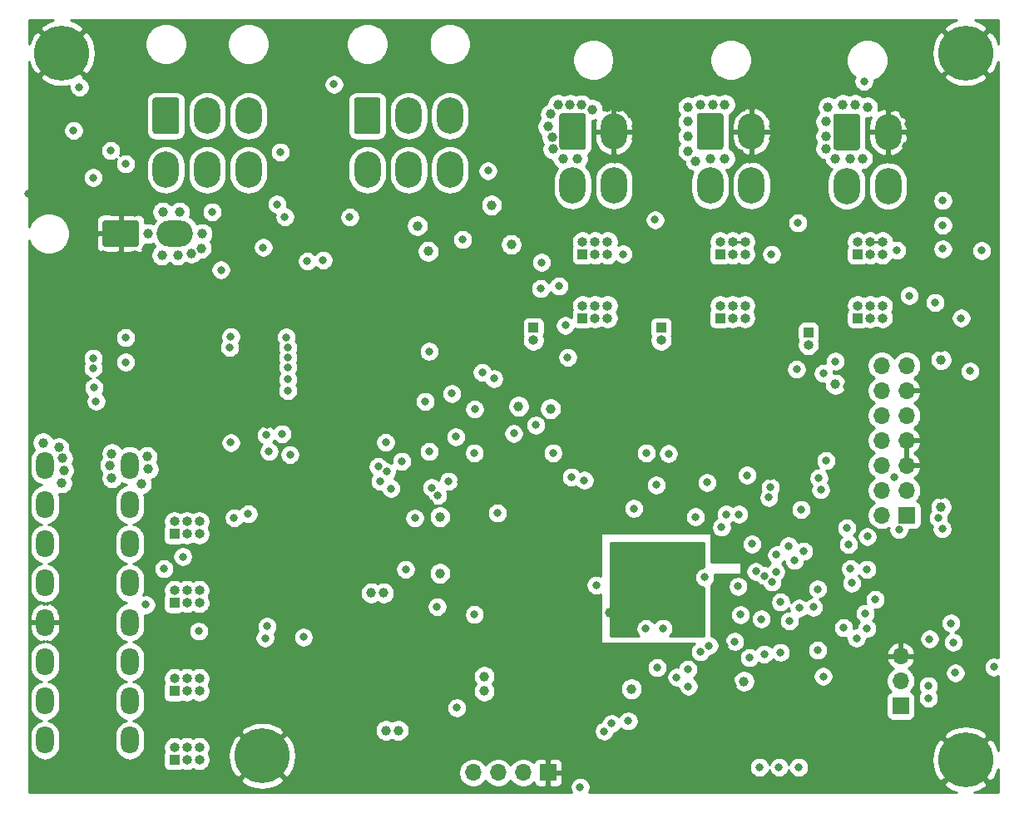
<source format=gbr>
G04 #@! TF.GenerationSoftware,KiCad,Pcbnew,5.1.6-c6e7f7d~87~ubuntu18.04.1*
G04 #@! TF.CreationDate,2020-08-26T01:47:06+02:00*
G04 #@! TF.ProjectId,retropilot_stm32f405_ecu,72657472-6f70-4696-9c6f-745f73746d33,rev?*
G04 #@! TF.SameCoordinates,Original*
G04 #@! TF.FileFunction,Copper,L2,Inr*
G04 #@! TF.FilePolarity,Positive*
%FSLAX46Y46*%
G04 Gerber Fmt 4.6, Leading zero omitted, Abs format (unit mm)*
G04 Created by KiCad (PCBNEW 5.1.6-c6e7f7d~87~ubuntu18.04.1) date 2020-08-26 01:47:06*
%MOMM*%
%LPD*%
G01*
G04 APERTURE LIST*
G04 #@! TA.AperFunction,ViaPad*
%ADD10O,1.700000X1.700000*%
G04 #@! TD*
G04 #@! TA.AperFunction,ViaPad*
%ADD11R,1.700000X1.700000*%
G04 #@! TD*
G04 #@! TA.AperFunction,ViaPad*
%ADD12O,3.700000X2.700000*%
G04 #@! TD*
G04 #@! TA.AperFunction,ViaPad*
%ADD13O,1.800000X2.800000*%
G04 #@! TD*
G04 #@! TA.AperFunction,ViaPad*
%ADD14O,1.000000X1.000000*%
G04 #@! TD*
G04 #@! TA.AperFunction,ViaPad*
%ADD15R,1.000000X1.000000*%
G04 #@! TD*
G04 #@! TA.AperFunction,ViaPad*
%ADD16O,2.700000X3.700000*%
G04 #@! TD*
G04 #@! TA.AperFunction,ViaPad*
%ADD17C,5.600000*%
G04 #@! TD*
G04 #@! TA.AperFunction,ViaPad*
%ADD18C,1.000000*%
G04 #@! TD*
G04 #@! TA.AperFunction,ViaPad*
%ADD19C,0.800000*%
G04 #@! TD*
G04 #@! TA.AperFunction,Conductor*
%ADD20C,0.250000*%
G04 #@! TD*
G04 #@! TA.AperFunction,Conductor*
%ADD21C,0.254000*%
G04 #@! TD*
G04 APERTURE END LIST*
D10*
X120400000Y-94420000D03*
X120400000Y-96960000D03*
D11*
X120400000Y-99500000D03*
G04 #@! TA.AperFunction,ViaPad*
G36*
G01*
X42599999Y-52750000D02*
X39400001Y-52750000D01*
G75*
G02*
X39150000Y-52499999I0J250001D01*
G01*
X39150000Y-50300001D01*
G75*
G02*
X39400001Y-50050000I250001J0D01*
G01*
X42599999Y-50050000D01*
G75*
G02*
X42850000Y-50300001I0J-250001D01*
G01*
X42850000Y-52499999D01*
G75*
G02*
X42599999Y-52750000I-250001J0D01*
G01*
G37*
G04 #@! TD.AperFunction*
D12*
X46500000Y-51400000D03*
D13*
X33300000Y-103000000D03*
X33300000Y-99000000D03*
X33300000Y-91000000D03*
X33300000Y-95000000D03*
X33300000Y-79000000D03*
X33300000Y-87000000D03*
X33300000Y-83000000D03*
X33300000Y-75000000D03*
X41900000Y-91000000D03*
X41900000Y-75000000D03*
X41900000Y-83000000D03*
X41900000Y-79000000D03*
X41900000Y-95000000D03*
X41900000Y-103000000D03*
X41900000Y-99000000D03*
X41900000Y-87000000D03*
D14*
X49000000Y-103730000D03*
X49000000Y-105000000D03*
X47730000Y-103730000D03*
X47730000Y-105000000D03*
X46460000Y-103730000D03*
D15*
X46460000Y-105000000D03*
D14*
X49000000Y-96730000D03*
X49000000Y-98000000D03*
X47730000Y-96730000D03*
X47730000Y-98000000D03*
X46460000Y-96730000D03*
D15*
X46460000Y-98000000D03*
D14*
X49000000Y-87730000D03*
X49000000Y-89000000D03*
X47730000Y-87730000D03*
X47730000Y-89000000D03*
X46460000Y-87730000D03*
D15*
X46460000Y-89000000D03*
D14*
X49000000Y-80730000D03*
X49000000Y-82000000D03*
X47730000Y-80730000D03*
X47730000Y-82000000D03*
X46460000Y-80730000D03*
D15*
X46460000Y-82000000D03*
D14*
X118540000Y-58730000D03*
X118540000Y-60000000D03*
X117270000Y-58730000D03*
X117270000Y-60000000D03*
X116000000Y-58730000D03*
D15*
X116000000Y-60000000D03*
D14*
X118540000Y-52230000D03*
X118540000Y-53500000D03*
X117270000Y-52230000D03*
X117270000Y-53500000D03*
X116000000Y-52230000D03*
D15*
X116000000Y-53500000D03*
D14*
X104540000Y-58730000D03*
X104540000Y-60000000D03*
X103270000Y-58730000D03*
X103270000Y-60000000D03*
X102000000Y-58730000D03*
D15*
X102000000Y-60000000D03*
D14*
X104540000Y-52230000D03*
X104540000Y-53500000D03*
X103270000Y-52230000D03*
X103270000Y-53500000D03*
X102000000Y-52230000D03*
D15*
X102000000Y-53500000D03*
D14*
X90540000Y-58730000D03*
X90540000Y-60000000D03*
X89270000Y-58730000D03*
X89270000Y-60000000D03*
X88000000Y-58730000D03*
D15*
X88000000Y-60000000D03*
D14*
X90540000Y-52230000D03*
X90540000Y-53500000D03*
X89270000Y-52230000D03*
X89270000Y-53500000D03*
X88000000Y-52230000D03*
D15*
X88000000Y-53500000D03*
D14*
X111000000Y-62730000D03*
D15*
X111000000Y-61460000D03*
D14*
X96000000Y-62270000D03*
D15*
X96000000Y-61000000D03*
D14*
X83000000Y-62270000D03*
D15*
X83000000Y-61000000D03*
G04 #@! TA.AperFunction,ViaPad*
G36*
G01*
X44250000Y-40999999D02*
X44250000Y-37800001D01*
G75*
G02*
X44500001Y-37550000I250001J0D01*
G01*
X46699999Y-37550000D01*
G75*
G02*
X46950000Y-37800001I0J-250001D01*
G01*
X46950000Y-40999999D01*
G75*
G02*
X46699999Y-41250000I-250001J0D01*
G01*
X44500001Y-41250000D01*
G75*
G02*
X44250000Y-40999999I0J250001D01*
G01*
G37*
G04 #@! TD.AperFunction*
D16*
X49800000Y-39400000D03*
X54000000Y-39400000D03*
X45600000Y-44900000D03*
X49800000Y-44900000D03*
X54000000Y-44900000D03*
D17*
X55400000Y-104600000D03*
X127000000Y-105000000D03*
X127000000Y-33000000D03*
X35000000Y-33000000D03*
D10*
X118460000Y-64840000D03*
X121000000Y-64840000D03*
X118460000Y-67380000D03*
X121000000Y-67380000D03*
X118460000Y-69920000D03*
X121000000Y-69920000D03*
X118460000Y-72460000D03*
X121000000Y-72460000D03*
X118460000Y-75000000D03*
X121000000Y-75000000D03*
X118460000Y-77540000D03*
X121000000Y-77540000D03*
X118460000Y-80080000D03*
D11*
X121000000Y-80080000D03*
D10*
X76880000Y-106300000D03*
X79420000Y-106300000D03*
X81960000Y-106300000D03*
D11*
X84500000Y-106300000D03*
G04 #@! TA.AperFunction,ViaPad*
G36*
G01*
X113550000Y-42649999D02*
X113550000Y-39450001D01*
G75*
G02*
X113800001Y-39200000I250001J0D01*
G01*
X115999999Y-39200000D01*
G75*
G02*
X116250000Y-39450001I0J-250001D01*
G01*
X116250000Y-42649999D01*
G75*
G02*
X115999999Y-42900000I-250001J0D01*
G01*
X113800001Y-42900000D01*
G75*
G02*
X113550000Y-42649999I0J250001D01*
G01*
G37*
G04 #@! TD.AperFunction*
D16*
X119100000Y-41050000D03*
X114900000Y-46550000D03*
X119100000Y-46550000D03*
G04 #@! TA.AperFunction,ViaPad*
G36*
G01*
X99650000Y-42599999D02*
X99650000Y-39400001D01*
G75*
G02*
X99900001Y-39150000I250001J0D01*
G01*
X102099999Y-39150000D01*
G75*
G02*
X102350000Y-39400001I0J-250001D01*
G01*
X102350000Y-42599999D01*
G75*
G02*
X102099999Y-42850000I-250001J0D01*
G01*
X99900001Y-42850000D01*
G75*
G02*
X99650000Y-42599999I0J250001D01*
G01*
G37*
G04 #@! TD.AperFunction*
X105200000Y-41000000D03*
X101000000Y-46500000D03*
X105200000Y-46500000D03*
G04 #@! TA.AperFunction,ViaPad*
G36*
G01*
X85650000Y-42599999D02*
X85650000Y-39400001D01*
G75*
G02*
X85900001Y-39150000I250001J0D01*
G01*
X88099999Y-39150000D01*
G75*
G02*
X88350000Y-39400001I0J-250001D01*
G01*
X88350000Y-42599999D01*
G75*
G02*
X88099999Y-42850000I-250001J0D01*
G01*
X85900001Y-42850000D01*
G75*
G02*
X85650000Y-42599999I0J250001D01*
G01*
G37*
G04 #@! TD.AperFunction*
X91200000Y-41000000D03*
X87000000Y-46500000D03*
X91200000Y-46500000D03*
G04 #@! TA.AperFunction,ViaPad*
G36*
G01*
X64750000Y-40999999D02*
X64750000Y-37800001D01*
G75*
G02*
X65000001Y-37550000I250001J0D01*
G01*
X67199999Y-37550000D01*
G75*
G02*
X67450000Y-37800001I0J-250001D01*
G01*
X67450000Y-40999999D01*
G75*
G02*
X67199999Y-41250000I-250001J0D01*
G01*
X65000001Y-41250000D01*
G75*
G02*
X64750000Y-40999999I0J250001D01*
G01*
G37*
G04 #@! TD.AperFunction*
X70300000Y-39400000D03*
X74500000Y-39400000D03*
X66100000Y-44900000D03*
X70300000Y-44900000D03*
X74500000Y-44900000D03*
D18*
X39200000Y-53600000D03*
X41000000Y-49000000D03*
X42400000Y-49200000D03*
X43600000Y-53000000D03*
X42400000Y-53600000D03*
X41000000Y-53600000D03*
X38200000Y-51900000D03*
X38200000Y-50800000D03*
D19*
X31600000Y-47300000D03*
D18*
X34700000Y-93200000D03*
X35200000Y-88800000D03*
X35700000Y-92400000D03*
X35600000Y-91200000D03*
X35100000Y-90000000D03*
X92250000Y-72000000D03*
X86750000Y-70750000D03*
D19*
X100750000Y-73000000D03*
D18*
X107114000Y-76046300D03*
X110319000Y-74750000D03*
X106451000Y-72900000D03*
D19*
X72500000Y-59250000D03*
X100250000Y-95750000D03*
D18*
X65026100Y-102074000D03*
X92250000Y-85250000D03*
X90500000Y-97250000D03*
D19*
X108500000Y-98000000D03*
X111250000Y-100000000D03*
D18*
X78500000Y-55000000D03*
X77000000Y-64550000D03*
X115750000Y-72250000D03*
X103000000Y-72500000D03*
X101750000Y-69000000D03*
X85000000Y-85250000D03*
X85000000Y-79250000D03*
X75750000Y-82750000D03*
X75750000Y-76750000D03*
X79500000Y-46500000D03*
X93500000Y-40500000D03*
X93500000Y-41750000D03*
X93500000Y-43000000D03*
X92500000Y-43500000D03*
X91250000Y-43750000D03*
X90000000Y-43750000D03*
X107500000Y-40500000D03*
X107500000Y-41750000D03*
X107500000Y-43000000D03*
X106500000Y-43750000D03*
X105000000Y-43750000D03*
X104000000Y-43250000D03*
X121400000Y-41400000D03*
X121000000Y-42500000D03*
X120500000Y-43500000D03*
X119250000Y-43750000D03*
X118000000Y-43750000D03*
X121250000Y-40250000D03*
X125250000Y-44500000D03*
X124500000Y-63000000D03*
X124500000Y-78000000D03*
X103200000Y-97500000D03*
X100750000Y-101500000D03*
X115000000Y-67000000D03*
X122750000Y-66750000D03*
X122750000Y-68000000D03*
X123000000Y-72000000D03*
X123000000Y-73250000D03*
X123000000Y-74400000D03*
X123000000Y-75600000D03*
X115250000Y-78250000D03*
X78500000Y-53700000D03*
X107000000Y-39250000D03*
X105500000Y-38250000D03*
X104250000Y-38500000D03*
X120750000Y-39250000D03*
X119500000Y-38500000D03*
X93000000Y-39250000D03*
X91750000Y-38500000D03*
X90500000Y-38500000D03*
D19*
X54200000Y-56700000D03*
X53300000Y-56700000D03*
X56000000Y-56700000D03*
X56900000Y-56700000D03*
X39400000Y-57000000D03*
X38500000Y-59500000D03*
X55900000Y-70900000D03*
X40600000Y-71000000D03*
X69700000Y-70900000D03*
X74000000Y-73200000D03*
X54150000Y-70900000D03*
X71750000Y-60000000D03*
X41400000Y-40800000D03*
X55300000Y-49750000D03*
X37100000Y-43000000D03*
D18*
X70250000Y-87750000D03*
X70500000Y-89250000D03*
X57800000Y-96100000D03*
X56700000Y-96100000D03*
X59900000Y-86100000D03*
X61300000Y-86100000D03*
D19*
X62600000Y-44400000D03*
X62700000Y-33700000D03*
D18*
X75250000Y-92500000D03*
X64750000Y-96750000D03*
X66000000Y-96750000D03*
X66250000Y-102250000D03*
X70000000Y-100500000D03*
X70000000Y-98500000D03*
D19*
X102250000Y-78000000D03*
X98000000Y-80250000D03*
X115250000Y-95750000D03*
X102432634Y-93432634D03*
D18*
X72424488Y-78924488D03*
D19*
X105187692Y-88711709D03*
X120000000Y-85600000D03*
X121600000Y-92800000D03*
D18*
X87718717Y-89031283D03*
X90736655Y-90007231D03*
D19*
X77025000Y-69275000D03*
X103923000Y-79983700D03*
X111938000Y-93834300D03*
D18*
X78000000Y-96500000D03*
D19*
X119750000Y-76250000D03*
D18*
X84750000Y-69250000D03*
D19*
X99500000Y-80250000D03*
X117000000Y-82250000D03*
D18*
X81500000Y-69000000D03*
X80750000Y-52500000D03*
D19*
X110000000Y-105750000D03*
D18*
X71200000Y-50600000D03*
X78000000Y-98000000D03*
D19*
X112500000Y-96500000D03*
X115068000Y-83052200D03*
X102149000Y-81297000D03*
X114908000Y-81385300D03*
X96750900Y-73814000D03*
D18*
X104429451Y-97000023D03*
X92982306Y-97767694D03*
X43800000Y-51400000D03*
X45300000Y-49200000D03*
X47000000Y-49200000D03*
X49300000Y-51400000D03*
X49200000Y-52900000D03*
X48200000Y-53400000D03*
X46800000Y-53600000D03*
X43800000Y-75400000D03*
X43700000Y-74100000D03*
X33100000Y-72700000D03*
X34700000Y-73200000D03*
X43100000Y-76900000D03*
X40100000Y-76300000D03*
X39900000Y-75000000D03*
X40100000Y-73800000D03*
X35000000Y-76800000D03*
X35200000Y-75500000D03*
D19*
X55700000Y-92600000D03*
D18*
X78750000Y-48500000D03*
X98750000Y-38500000D03*
X100000000Y-38250000D03*
X101250000Y-38250000D03*
X102500000Y-38250000D03*
X98750000Y-40000000D03*
X98750000Y-41500000D03*
X98750000Y-43000000D03*
X99500000Y-44000000D03*
X101000000Y-43750000D03*
X102500000Y-43750000D03*
X115750000Y-38250000D03*
X114500000Y-38250000D03*
X113000000Y-38500000D03*
X117000000Y-38500000D03*
X112750000Y-40000000D03*
X112750000Y-41500000D03*
X112750000Y-42750000D03*
X113750000Y-43750000D03*
X115250000Y-43750000D03*
X116500000Y-43750000D03*
X87900000Y-38300000D03*
X86750000Y-38250000D03*
X85500000Y-38250000D03*
X84750000Y-39250000D03*
X84500000Y-40500000D03*
X84900000Y-41600000D03*
X85000000Y-42800000D03*
X86000000Y-43750000D03*
X87500000Y-43750000D03*
X89000000Y-38750000D03*
X72300000Y-53200000D03*
D19*
X55500000Y-52800000D03*
X56900000Y-48400000D03*
X36800000Y-36500000D03*
X57250000Y-43100000D03*
X41500000Y-44300000D03*
X55900000Y-91400000D03*
X59600000Y-92500000D03*
X62700000Y-36200000D03*
X58000000Y-64000000D03*
X38200000Y-64100000D03*
X38200000Y-65100000D03*
X58000000Y-65000000D03*
X41500000Y-64500000D03*
D18*
X35100000Y-74300000D03*
X45200000Y-53600000D03*
X69250000Y-102000000D03*
D19*
X74700000Y-67700000D03*
D18*
X113750000Y-66750000D03*
X124500000Y-64250000D03*
X124500000Y-79250000D03*
X73500000Y-80250000D03*
X73500000Y-86000000D03*
D19*
X56100000Y-73600000D03*
X72400000Y-73600000D03*
D18*
X68000000Y-102000000D03*
X66500000Y-88000000D03*
X67750000Y-88000000D03*
D19*
X72000000Y-68500000D03*
X112502700Y-65640200D03*
X100675600Y-76752700D03*
X100441762Y-86399942D03*
X52536300Y-80337200D03*
X68062772Y-75656062D03*
X107681900Y-85848900D03*
X79345600Y-79867200D03*
X108973300Y-83204300D03*
X93216400Y-79401200D03*
X107750000Y-84116200D03*
X89400000Y-87200000D03*
X106972000Y-78281400D03*
X102627000Y-79991100D03*
X60000000Y-54200000D03*
X57849000Y-61949000D03*
X61600000Y-54100000D03*
X58000000Y-63000000D03*
X77782900Y-65525000D03*
X72400000Y-63400000D03*
X45408700Y-85531800D03*
X75798400Y-52003500D03*
X83832800Y-54325300D03*
X47320400Y-84297700D03*
X92132900Y-53483200D03*
X107242700Y-53500000D03*
X48939000Y-91895700D03*
X75106800Y-72090900D03*
X43558400Y-89205100D03*
X95382400Y-50000000D03*
X109916000Y-50304500D03*
X106534661Y-86258899D03*
X105639151Y-85813831D03*
X124670000Y-48031700D03*
X111505737Y-89450227D03*
X116956400Y-91624600D03*
X123896600Y-58414000D03*
X124669900Y-50553500D03*
X125725052Y-93018700D03*
X103497300Y-92949300D03*
X127445300Y-65411700D03*
X124669500Y-52954500D03*
X100879753Y-93361610D03*
X128629400Y-53125000D03*
X98720415Y-95768473D03*
X97586400Y-96587400D03*
X126542300Y-60009000D03*
X116954400Y-85599800D03*
X115273500Y-85523100D03*
X120208300Y-81546300D03*
X86880400Y-76188500D03*
X107310868Y-86889395D03*
X78986600Y-66175700D03*
X85612300Y-56743200D03*
X121256400Y-57719100D03*
X124619500Y-81465100D03*
X88180700Y-76523300D03*
X110522100Y-83758100D03*
X81000000Y-71750000D03*
X83250000Y-70900000D03*
X67974082Y-72654772D03*
X113732000Y-64400000D03*
X105000000Y-94600000D03*
X100000000Y-94000000D03*
X72653960Y-77281464D03*
X70000000Y-85600000D03*
X73200000Y-89400000D03*
X77000000Y-90200000D03*
X69600000Y-74600000D03*
X58224819Y-73915835D03*
X57400000Y-71800000D03*
X58000000Y-67400000D03*
X108159693Y-88925028D03*
X95600000Y-95600000D03*
X110250000Y-79500000D03*
X112250000Y-77500000D03*
X86500000Y-64000000D03*
X86250000Y-60750000D03*
X83750000Y-57000000D03*
X58000000Y-66250000D03*
X104750000Y-76000000D03*
X77000000Y-73750000D03*
X94500000Y-73750000D03*
X95500000Y-77000000D03*
X85000000Y-73750000D03*
X115890800Y-92610600D03*
X110055726Y-89535395D03*
X114585200Y-91550300D03*
X108144200Y-94052000D03*
X119968000Y-53105100D03*
X78380700Y-45000000D03*
X109050012Y-90848900D03*
X124219000Y-80357700D03*
X123223300Y-98726000D03*
X90211000Y-102084500D03*
X96176144Y-91599955D03*
X111934659Y-87603159D03*
X117794584Y-88675043D03*
X107121000Y-77227700D03*
X109796000Y-65215800D03*
X112054800Y-76310400D03*
X106499833Y-94223619D03*
X112782400Y-74531600D03*
X106206580Y-90657004D03*
X36200000Y-40900000D03*
X41500000Y-62000000D03*
X40000000Y-42950000D03*
X38200000Y-45700000D03*
X52100000Y-63000000D03*
X50300000Y-49200000D03*
X52201000Y-61898900D03*
X51200000Y-55100000D03*
X64315600Y-49720200D03*
X57712200Y-49699200D03*
X68508474Y-77356974D03*
X73275223Y-78065081D03*
X67215419Y-75125010D03*
X103840373Y-87324294D03*
X52199300Y-72690100D03*
X70938400Y-80381100D03*
X75219900Y-99687600D03*
X123200700Y-97449800D03*
X116773900Y-90082300D03*
X55796827Y-71916360D03*
X115410300Y-86991000D03*
X125498400Y-91074100D03*
X125955600Y-96146200D03*
X129872200Y-95538400D03*
X116653600Y-35893500D03*
X123331581Y-92693689D03*
X74377500Y-76630700D03*
X67389800Y-76630700D03*
X53981500Y-79941300D03*
X105256700Y-83013786D03*
X38490500Y-68480700D03*
X92666000Y-101039500D03*
X38282500Y-67075000D03*
X104086199Y-90215478D03*
X109589900Y-84696500D03*
X87761400Y-107767400D03*
X106000000Y-105750000D03*
X98767867Y-97504254D03*
X90967000Y-101309900D03*
X108000000Y-105750000D03*
X94460660Y-91638123D03*
D20*
X103270000Y-52230000D02*
X104540000Y-52230000D01*
X117270000Y-52230000D02*
X118540000Y-52230000D01*
D21*
G36*
X33686994Y-29807870D02*
G01*
X33089470Y-30125361D01*
X33075308Y-30134823D01*
X32763124Y-30583519D01*
X35000000Y-32820395D01*
X37236876Y-30583519D01*
X36924692Y-30134823D01*
X36328741Y-29814388D01*
X35905964Y-29685000D01*
X126095669Y-29685000D01*
X125686994Y-29807870D01*
X125089470Y-30125361D01*
X125075308Y-30134823D01*
X124763124Y-30583519D01*
X127000000Y-32820395D01*
X129236876Y-30583519D01*
X128924692Y-30134823D01*
X128328741Y-29814388D01*
X127905964Y-29685000D01*
X130315000Y-29685000D01*
X130315000Y-32095669D01*
X130192130Y-31686994D01*
X129874639Y-31089470D01*
X129865177Y-31075308D01*
X129416481Y-30763124D01*
X127179605Y-33000000D01*
X129416481Y-35236876D01*
X129865177Y-34924692D01*
X130185612Y-34328741D01*
X130315000Y-33905963D01*
X130315001Y-94601538D01*
X130174098Y-94543174D01*
X129974139Y-94503400D01*
X129770261Y-94503400D01*
X129570302Y-94543174D01*
X129381944Y-94621195D01*
X129212426Y-94734463D01*
X129068263Y-94878626D01*
X128954995Y-95048144D01*
X128876974Y-95236502D01*
X128837200Y-95436461D01*
X128837200Y-95640339D01*
X128876974Y-95840298D01*
X128954995Y-96028656D01*
X129068263Y-96198174D01*
X129212426Y-96342337D01*
X129381944Y-96455605D01*
X129570302Y-96533626D01*
X129770261Y-96573400D01*
X129974139Y-96573400D01*
X130174098Y-96533626D01*
X130315001Y-96475262D01*
X130315001Y-104095672D01*
X130192130Y-103686994D01*
X129874639Y-103089470D01*
X129865177Y-103075308D01*
X129416481Y-102763124D01*
X127179605Y-105000000D01*
X129416481Y-107236876D01*
X129865177Y-106924692D01*
X130185612Y-106328741D01*
X130315001Y-105905960D01*
X130315001Y-108315000D01*
X127904331Y-108315000D01*
X128313006Y-108192130D01*
X128910530Y-107874639D01*
X128924692Y-107865177D01*
X129236876Y-107416481D01*
X127000000Y-105179605D01*
X124763124Y-107416481D01*
X125075308Y-107865177D01*
X125671259Y-108185612D01*
X126094036Y-108315000D01*
X88640289Y-108315000D01*
X88678605Y-108257656D01*
X88756626Y-108069298D01*
X88796400Y-107869339D01*
X88796400Y-107665461D01*
X88756626Y-107465502D01*
X88678605Y-107277144D01*
X88565337Y-107107626D01*
X88421174Y-106963463D01*
X88251656Y-106850195D01*
X88063298Y-106772174D01*
X87863339Y-106732400D01*
X87659461Y-106732400D01*
X87459502Y-106772174D01*
X87271144Y-106850195D01*
X87101626Y-106963463D01*
X86957463Y-107107626D01*
X86844195Y-107277144D01*
X86766174Y-107465502D01*
X86726400Y-107665461D01*
X86726400Y-107869339D01*
X86766174Y-108069298D01*
X86844195Y-108257656D01*
X86882511Y-108315000D01*
X31685000Y-108315000D01*
X31685000Y-107016481D01*
X53163124Y-107016481D01*
X53475308Y-107465177D01*
X54071259Y-107785612D01*
X54718273Y-107983626D01*
X55391484Y-108051610D01*
X56065023Y-107986949D01*
X56713006Y-107792130D01*
X57310530Y-107474639D01*
X57324692Y-107465177D01*
X57636876Y-107016481D01*
X55400000Y-104779605D01*
X53163124Y-107016481D01*
X31685000Y-107016481D01*
X31685000Y-91127000D01*
X31765000Y-91127000D01*
X31765000Y-91627000D01*
X31819271Y-91924023D01*
X31930446Y-92204751D01*
X32094252Y-92458396D01*
X32304394Y-92675210D01*
X32552796Y-92846862D01*
X32829913Y-92966755D01*
X32935260Y-92991036D01*
X33172998Y-92870379D01*
X33172998Y-92970081D01*
X32999087Y-92987210D01*
X32709739Y-93074983D01*
X32443073Y-93217519D01*
X32209339Y-93409339D01*
X32017519Y-93643074D01*
X31874983Y-93909740D01*
X31787210Y-94199088D01*
X31765000Y-94424593D01*
X31765000Y-95575408D01*
X31787210Y-95800913D01*
X31874983Y-96090261D01*
X32017519Y-96356927D01*
X32209340Y-96590661D01*
X32443074Y-96782481D01*
X32709740Y-96925017D01*
X32956925Y-97000000D01*
X32709739Y-97074983D01*
X32443073Y-97217519D01*
X32209339Y-97409339D01*
X32017519Y-97643074D01*
X31874983Y-97909740D01*
X31787210Y-98199088D01*
X31765000Y-98424593D01*
X31765000Y-99575408D01*
X31787210Y-99800913D01*
X31874983Y-100090261D01*
X32017519Y-100356927D01*
X32209340Y-100590661D01*
X32443074Y-100782481D01*
X32709740Y-100925017D01*
X32956925Y-101000000D01*
X32709739Y-101074983D01*
X32443073Y-101217519D01*
X32209339Y-101409339D01*
X32017519Y-101643074D01*
X31874983Y-101909740D01*
X31787210Y-102199088D01*
X31765000Y-102424593D01*
X31765000Y-103575408D01*
X31787210Y-103800913D01*
X31874983Y-104090261D01*
X32017519Y-104356927D01*
X32209340Y-104590661D01*
X32443074Y-104782481D01*
X32709740Y-104925017D01*
X32999088Y-105012790D01*
X33300000Y-105042427D01*
X33600913Y-105012790D01*
X33890261Y-104925017D01*
X34156927Y-104782481D01*
X34390661Y-104590661D01*
X34582481Y-104356927D01*
X34725017Y-104090261D01*
X34812790Y-103800913D01*
X34835000Y-103575408D01*
X34835000Y-102424592D01*
X34812790Y-102199087D01*
X34725017Y-101909739D01*
X34582481Y-101643073D01*
X34390661Y-101409339D01*
X34156926Y-101217519D01*
X33890260Y-101074983D01*
X33643075Y-101000000D01*
X33890261Y-100925017D01*
X34156927Y-100782481D01*
X34390661Y-100590661D01*
X34582481Y-100356927D01*
X34725017Y-100090261D01*
X34812790Y-99800913D01*
X34835000Y-99575408D01*
X34835000Y-98424592D01*
X34812790Y-98199087D01*
X34725017Y-97909739D01*
X34582481Y-97643073D01*
X34390661Y-97409339D01*
X34156926Y-97217519D01*
X33890260Y-97074983D01*
X33643075Y-97000000D01*
X33890261Y-96925017D01*
X34156927Y-96782481D01*
X34390661Y-96590661D01*
X34582481Y-96356927D01*
X34725017Y-96090261D01*
X34812790Y-95800913D01*
X34835000Y-95575408D01*
X34835000Y-94424592D01*
X34812790Y-94199087D01*
X34725017Y-93909739D01*
X34582481Y-93643073D01*
X34390661Y-93409339D01*
X34156926Y-93217519D01*
X33890260Y-93074983D01*
X33600912Y-92987210D01*
X33427002Y-92970082D01*
X33427002Y-92870379D01*
X33664740Y-92991036D01*
X33770087Y-92966755D01*
X34047204Y-92846862D01*
X34295606Y-92675210D01*
X34505748Y-92458396D01*
X34669554Y-92204751D01*
X34780729Y-91924023D01*
X34835000Y-91627000D01*
X34835000Y-91127000D01*
X33427000Y-91127000D01*
X33427000Y-91147000D01*
X33173000Y-91147000D01*
X33173000Y-91127000D01*
X31765000Y-91127000D01*
X31685000Y-91127000D01*
X31685000Y-74424593D01*
X31765000Y-74424593D01*
X31765000Y-75575408D01*
X31787210Y-75800913D01*
X31874983Y-76090261D01*
X32017519Y-76356927D01*
X32209340Y-76590661D01*
X32443074Y-76782481D01*
X32709740Y-76925017D01*
X32956925Y-77000000D01*
X32709739Y-77074983D01*
X32443073Y-77217519D01*
X32209339Y-77409339D01*
X32017519Y-77643074D01*
X31874983Y-77909740D01*
X31787210Y-78199088D01*
X31765000Y-78424593D01*
X31765000Y-79575408D01*
X31787210Y-79800913D01*
X31874983Y-80090261D01*
X32017519Y-80356927D01*
X32209340Y-80590661D01*
X32443074Y-80782481D01*
X32709740Y-80925017D01*
X32956925Y-81000000D01*
X32709739Y-81074983D01*
X32443073Y-81217519D01*
X32209339Y-81409339D01*
X32017519Y-81643074D01*
X31874983Y-81909740D01*
X31787210Y-82199088D01*
X31765000Y-82424593D01*
X31765000Y-83575408D01*
X31787210Y-83800913D01*
X31874983Y-84090261D01*
X32017519Y-84356927D01*
X32209340Y-84590661D01*
X32443074Y-84782481D01*
X32709740Y-84925017D01*
X32956925Y-85000000D01*
X32709739Y-85074983D01*
X32443073Y-85217519D01*
X32209339Y-85409339D01*
X32017519Y-85643074D01*
X31874983Y-85909740D01*
X31787210Y-86199088D01*
X31765000Y-86424593D01*
X31765000Y-87575408D01*
X31787210Y-87800913D01*
X31874983Y-88090261D01*
X32017519Y-88356927D01*
X32209340Y-88590661D01*
X32443074Y-88782481D01*
X32709740Y-88925017D01*
X32999088Y-89012790D01*
X33172998Y-89029918D01*
X33172998Y-89129621D01*
X32935260Y-89008964D01*
X32829913Y-89033245D01*
X32552796Y-89153138D01*
X32304394Y-89324790D01*
X32094252Y-89541604D01*
X31930446Y-89795249D01*
X31819271Y-90075977D01*
X31765000Y-90373000D01*
X31765000Y-90873000D01*
X33173000Y-90873000D01*
X33173000Y-90853000D01*
X33427000Y-90853000D01*
X33427000Y-90873000D01*
X34835000Y-90873000D01*
X34835000Y-90373000D01*
X34780729Y-90075977D01*
X34669554Y-89795249D01*
X34505748Y-89541604D01*
X34295606Y-89324790D01*
X34047204Y-89153138D01*
X33770087Y-89033245D01*
X33664740Y-89008964D01*
X33427002Y-89129621D01*
X33427002Y-89029919D01*
X33600913Y-89012790D01*
X33890261Y-88925017D01*
X34156927Y-88782481D01*
X34390661Y-88590661D01*
X34582481Y-88356927D01*
X34725017Y-88090261D01*
X34812790Y-87800913D01*
X34835000Y-87575408D01*
X34835000Y-86424592D01*
X34812790Y-86199087D01*
X34725017Y-85909739D01*
X34582481Y-85643073D01*
X34390661Y-85409339D01*
X34156926Y-85217519D01*
X33890260Y-85074983D01*
X33643075Y-85000000D01*
X33890261Y-84925017D01*
X34156927Y-84782481D01*
X34390661Y-84590661D01*
X34582481Y-84356927D01*
X34725017Y-84090261D01*
X34812790Y-83800913D01*
X34835000Y-83575408D01*
X34835000Y-82424592D01*
X34812790Y-82199087D01*
X34725017Y-81909739D01*
X34582481Y-81643073D01*
X34390661Y-81409339D01*
X34156926Y-81217519D01*
X33890260Y-81074983D01*
X33643075Y-81000000D01*
X33890261Y-80925017D01*
X34156927Y-80782481D01*
X34390661Y-80590661D01*
X34582481Y-80356927D01*
X34725017Y-80090261D01*
X34812790Y-79800913D01*
X34835000Y-79575408D01*
X34835000Y-78424592D01*
X34812790Y-78199087D01*
X34725017Y-77909739D01*
X34720711Y-77901682D01*
X34888212Y-77935000D01*
X35111788Y-77935000D01*
X35331067Y-77891383D01*
X35537624Y-77805824D01*
X35723520Y-77681612D01*
X35881612Y-77523520D01*
X36005824Y-77337624D01*
X36091383Y-77131067D01*
X36135000Y-76911788D01*
X36135000Y-76688212D01*
X36091383Y-76468933D01*
X36016641Y-76288491D01*
X36081612Y-76223520D01*
X36205824Y-76037624D01*
X36291383Y-75831067D01*
X36335000Y-75611788D01*
X36335000Y-75388212D01*
X36291383Y-75168933D01*
X36205824Y-74962376D01*
X36156269Y-74888212D01*
X38765000Y-74888212D01*
X38765000Y-75111788D01*
X38808617Y-75331067D01*
X38894176Y-75537624D01*
X39018388Y-75723520D01*
X39083359Y-75788491D01*
X39008617Y-75968933D01*
X38965000Y-76188212D01*
X38965000Y-76411788D01*
X39008617Y-76631067D01*
X39094176Y-76837624D01*
X39218388Y-77023520D01*
X39376480Y-77181612D01*
X39562376Y-77305824D01*
X39768933Y-77391383D01*
X39988212Y-77435000D01*
X40211788Y-77435000D01*
X40431067Y-77391383D01*
X40637624Y-77305824D01*
X40823520Y-77181612D01*
X40981612Y-77023520D01*
X41105824Y-76837624D01*
X41113150Y-76819937D01*
X41309740Y-76925017D01*
X41556925Y-77000000D01*
X41309739Y-77074983D01*
X41043073Y-77217519D01*
X40809339Y-77409339D01*
X40617519Y-77643074D01*
X40474983Y-77909740D01*
X40387210Y-78199088D01*
X40365000Y-78424593D01*
X40365000Y-79575408D01*
X40387210Y-79800913D01*
X40474983Y-80090261D01*
X40617519Y-80356927D01*
X40809340Y-80590661D01*
X41043074Y-80782481D01*
X41309740Y-80925017D01*
X41556925Y-81000000D01*
X41309739Y-81074983D01*
X41043073Y-81217519D01*
X40809339Y-81409339D01*
X40617519Y-81643074D01*
X40474983Y-81909740D01*
X40387210Y-82199088D01*
X40365000Y-82424593D01*
X40365000Y-83575408D01*
X40387210Y-83800913D01*
X40474983Y-84090261D01*
X40617519Y-84356927D01*
X40809340Y-84590661D01*
X41043074Y-84782481D01*
X41309740Y-84925017D01*
X41556925Y-85000000D01*
X41309739Y-85074983D01*
X41043073Y-85217519D01*
X40809339Y-85409339D01*
X40617519Y-85643074D01*
X40474983Y-85909740D01*
X40387210Y-86199088D01*
X40365000Y-86424593D01*
X40365000Y-87575408D01*
X40387210Y-87800913D01*
X40474983Y-88090261D01*
X40617519Y-88356927D01*
X40809340Y-88590661D01*
X41043074Y-88782481D01*
X41309740Y-88925017D01*
X41556925Y-89000000D01*
X41309739Y-89074983D01*
X41043073Y-89217519D01*
X40809339Y-89409339D01*
X40617519Y-89643074D01*
X40474983Y-89909740D01*
X40387210Y-90199088D01*
X40365000Y-90424593D01*
X40365000Y-91575408D01*
X40387210Y-91800913D01*
X40474983Y-92090261D01*
X40617519Y-92356927D01*
X40809340Y-92590661D01*
X41043074Y-92782481D01*
X41309740Y-92925017D01*
X41556925Y-93000000D01*
X41309739Y-93074983D01*
X41043073Y-93217519D01*
X40809339Y-93409339D01*
X40617519Y-93643074D01*
X40474983Y-93909740D01*
X40387210Y-94199088D01*
X40365000Y-94424593D01*
X40365000Y-95575408D01*
X40387210Y-95800913D01*
X40474983Y-96090261D01*
X40617519Y-96356927D01*
X40809340Y-96590661D01*
X41043074Y-96782481D01*
X41309740Y-96925017D01*
X41556925Y-97000000D01*
X41309739Y-97074983D01*
X41043073Y-97217519D01*
X40809339Y-97409339D01*
X40617519Y-97643074D01*
X40474983Y-97909740D01*
X40387210Y-98199088D01*
X40365000Y-98424593D01*
X40365000Y-99575408D01*
X40387210Y-99800913D01*
X40474983Y-100090261D01*
X40617519Y-100356927D01*
X40809340Y-100590661D01*
X41043074Y-100782481D01*
X41309740Y-100925017D01*
X41556925Y-101000000D01*
X41309739Y-101074983D01*
X41043073Y-101217519D01*
X40809339Y-101409339D01*
X40617519Y-101643074D01*
X40474983Y-101909740D01*
X40387210Y-102199088D01*
X40365000Y-102424593D01*
X40365000Y-103575408D01*
X40387210Y-103800913D01*
X40474983Y-104090261D01*
X40617519Y-104356927D01*
X40809340Y-104590661D01*
X41043074Y-104782481D01*
X41309740Y-104925017D01*
X41599088Y-105012790D01*
X41900000Y-105042427D01*
X42200913Y-105012790D01*
X42490261Y-104925017D01*
X42756927Y-104782481D01*
X42990661Y-104590661D01*
X43065064Y-104500000D01*
X45321928Y-104500000D01*
X45321928Y-105500000D01*
X45334188Y-105624482D01*
X45370498Y-105744180D01*
X45429463Y-105854494D01*
X45508815Y-105951185D01*
X45605506Y-106030537D01*
X45715820Y-106089502D01*
X45835518Y-106125812D01*
X45960000Y-106138072D01*
X46960000Y-106138072D01*
X47084482Y-106125812D01*
X47204180Y-106089502D01*
X47287226Y-106045112D01*
X47398933Y-106091383D01*
X47618212Y-106135000D01*
X47841788Y-106135000D01*
X48061067Y-106091383D01*
X48267624Y-106005824D01*
X48365000Y-105940759D01*
X48462376Y-106005824D01*
X48668933Y-106091383D01*
X48888212Y-106135000D01*
X49111788Y-106135000D01*
X49331067Y-106091383D01*
X49537624Y-106005824D01*
X49723520Y-105881612D01*
X49881612Y-105723520D01*
X50005824Y-105537624D01*
X50091383Y-105331067D01*
X50135000Y-105111788D01*
X50135000Y-104888212D01*
X50091383Y-104668933D01*
X50059303Y-104591484D01*
X51948390Y-104591484D01*
X52013051Y-105265023D01*
X52207870Y-105913006D01*
X52525361Y-106510530D01*
X52534823Y-106524692D01*
X52983519Y-106836876D01*
X55220395Y-104600000D01*
X55579605Y-104600000D01*
X57816481Y-106836876D01*
X58265177Y-106524692D01*
X58464633Y-106153740D01*
X75395000Y-106153740D01*
X75395000Y-106446260D01*
X75452068Y-106733158D01*
X75564010Y-107003411D01*
X75726525Y-107246632D01*
X75933368Y-107453475D01*
X76176589Y-107615990D01*
X76446842Y-107727932D01*
X76733740Y-107785000D01*
X77026260Y-107785000D01*
X77313158Y-107727932D01*
X77583411Y-107615990D01*
X77826632Y-107453475D01*
X78033475Y-107246632D01*
X78150000Y-107072240D01*
X78266525Y-107246632D01*
X78473368Y-107453475D01*
X78716589Y-107615990D01*
X78986842Y-107727932D01*
X79273740Y-107785000D01*
X79566260Y-107785000D01*
X79853158Y-107727932D01*
X80123411Y-107615990D01*
X80366632Y-107453475D01*
X80573475Y-107246632D01*
X80690000Y-107072240D01*
X80806525Y-107246632D01*
X81013368Y-107453475D01*
X81256589Y-107615990D01*
X81526842Y-107727932D01*
X81813740Y-107785000D01*
X82106260Y-107785000D01*
X82393158Y-107727932D01*
X82663411Y-107615990D01*
X82906632Y-107453475D01*
X83038487Y-107321620D01*
X83060498Y-107394180D01*
X83119463Y-107504494D01*
X83198815Y-107601185D01*
X83295506Y-107680537D01*
X83405820Y-107739502D01*
X83525518Y-107775812D01*
X83650000Y-107788072D01*
X84214250Y-107785000D01*
X84373000Y-107626250D01*
X84373000Y-106427000D01*
X84627000Y-106427000D01*
X84627000Y-107626250D01*
X84785750Y-107785000D01*
X85350000Y-107788072D01*
X85474482Y-107775812D01*
X85594180Y-107739502D01*
X85704494Y-107680537D01*
X85801185Y-107601185D01*
X85880537Y-107504494D01*
X85939502Y-107394180D01*
X85975812Y-107274482D01*
X85988072Y-107150000D01*
X85985000Y-106585750D01*
X85826250Y-106427000D01*
X84627000Y-106427000D01*
X84373000Y-106427000D01*
X84353000Y-106427000D01*
X84353000Y-106173000D01*
X84373000Y-106173000D01*
X84373000Y-104973750D01*
X84627000Y-104973750D01*
X84627000Y-106173000D01*
X85826250Y-106173000D01*
X85985000Y-106014250D01*
X85986993Y-105648061D01*
X104965000Y-105648061D01*
X104965000Y-105851939D01*
X105004774Y-106051898D01*
X105082795Y-106240256D01*
X105196063Y-106409774D01*
X105340226Y-106553937D01*
X105509744Y-106667205D01*
X105698102Y-106745226D01*
X105898061Y-106785000D01*
X106101939Y-106785000D01*
X106301898Y-106745226D01*
X106490256Y-106667205D01*
X106659774Y-106553937D01*
X106803937Y-106409774D01*
X106917205Y-106240256D01*
X106995226Y-106051898D01*
X107000000Y-106027897D01*
X107004774Y-106051898D01*
X107082795Y-106240256D01*
X107196063Y-106409774D01*
X107340226Y-106553937D01*
X107509744Y-106667205D01*
X107698102Y-106745226D01*
X107898061Y-106785000D01*
X108101939Y-106785000D01*
X108301898Y-106745226D01*
X108490256Y-106667205D01*
X108659774Y-106553937D01*
X108803937Y-106409774D01*
X108917205Y-106240256D01*
X108995226Y-106051898D01*
X109000000Y-106027897D01*
X109004774Y-106051898D01*
X109082795Y-106240256D01*
X109196063Y-106409774D01*
X109340226Y-106553937D01*
X109509744Y-106667205D01*
X109698102Y-106745226D01*
X109898061Y-106785000D01*
X110101939Y-106785000D01*
X110301898Y-106745226D01*
X110490256Y-106667205D01*
X110659774Y-106553937D01*
X110803937Y-106409774D01*
X110917205Y-106240256D01*
X110995226Y-106051898D01*
X111035000Y-105851939D01*
X111035000Y-105648061D01*
X110995226Y-105448102D01*
X110917205Y-105259744D01*
X110803937Y-105090226D01*
X110705195Y-104991484D01*
X123548390Y-104991484D01*
X123613051Y-105665023D01*
X123807870Y-106313006D01*
X124125361Y-106910530D01*
X124134823Y-106924692D01*
X124583519Y-107236876D01*
X126820395Y-105000000D01*
X124583519Y-102763124D01*
X124134823Y-103075308D01*
X123814388Y-103671259D01*
X123616374Y-104318273D01*
X123548390Y-104991484D01*
X110705195Y-104991484D01*
X110659774Y-104946063D01*
X110490256Y-104832795D01*
X110301898Y-104754774D01*
X110101939Y-104715000D01*
X109898061Y-104715000D01*
X109698102Y-104754774D01*
X109509744Y-104832795D01*
X109340226Y-104946063D01*
X109196063Y-105090226D01*
X109082795Y-105259744D01*
X109004774Y-105448102D01*
X109000000Y-105472103D01*
X108995226Y-105448102D01*
X108917205Y-105259744D01*
X108803937Y-105090226D01*
X108659774Y-104946063D01*
X108490256Y-104832795D01*
X108301898Y-104754774D01*
X108101939Y-104715000D01*
X107898061Y-104715000D01*
X107698102Y-104754774D01*
X107509744Y-104832795D01*
X107340226Y-104946063D01*
X107196063Y-105090226D01*
X107082795Y-105259744D01*
X107004774Y-105448102D01*
X107000000Y-105472103D01*
X106995226Y-105448102D01*
X106917205Y-105259744D01*
X106803937Y-105090226D01*
X106659774Y-104946063D01*
X106490256Y-104832795D01*
X106301898Y-104754774D01*
X106101939Y-104715000D01*
X105898061Y-104715000D01*
X105698102Y-104754774D01*
X105509744Y-104832795D01*
X105340226Y-104946063D01*
X105196063Y-105090226D01*
X105082795Y-105259744D01*
X105004774Y-105448102D01*
X104965000Y-105648061D01*
X85986993Y-105648061D01*
X85988072Y-105450000D01*
X85975812Y-105325518D01*
X85939502Y-105205820D01*
X85880537Y-105095506D01*
X85801185Y-104998815D01*
X85704494Y-104919463D01*
X85594180Y-104860498D01*
X85474482Y-104824188D01*
X85350000Y-104811928D01*
X84785750Y-104815000D01*
X84627000Y-104973750D01*
X84373000Y-104973750D01*
X84214250Y-104815000D01*
X83650000Y-104811928D01*
X83525518Y-104824188D01*
X83405820Y-104860498D01*
X83295506Y-104919463D01*
X83198815Y-104998815D01*
X83119463Y-105095506D01*
X83060498Y-105205820D01*
X83038487Y-105278380D01*
X82906632Y-105146525D01*
X82663411Y-104984010D01*
X82393158Y-104872068D01*
X82106260Y-104815000D01*
X81813740Y-104815000D01*
X81526842Y-104872068D01*
X81256589Y-104984010D01*
X81013368Y-105146525D01*
X80806525Y-105353368D01*
X80690000Y-105527760D01*
X80573475Y-105353368D01*
X80366632Y-105146525D01*
X80123411Y-104984010D01*
X79853158Y-104872068D01*
X79566260Y-104815000D01*
X79273740Y-104815000D01*
X78986842Y-104872068D01*
X78716589Y-104984010D01*
X78473368Y-105146525D01*
X78266525Y-105353368D01*
X78150000Y-105527760D01*
X78033475Y-105353368D01*
X77826632Y-105146525D01*
X77583411Y-104984010D01*
X77313158Y-104872068D01*
X77026260Y-104815000D01*
X76733740Y-104815000D01*
X76446842Y-104872068D01*
X76176589Y-104984010D01*
X75933368Y-105146525D01*
X75726525Y-105353368D01*
X75564010Y-105596589D01*
X75452068Y-105866842D01*
X75395000Y-106153740D01*
X58464633Y-106153740D01*
X58585612Y-105928741D01*
X58783626Y-105281727D01*
X58851610Y-104608516D01*
X58786949Y-103934977D01*
X58592130Y-103286994D01*
X58274639Y-102689470D01*
X58265177Y-102675308D01*
X57816481Y-102363124D01*
X55579605Y-104600000D01*
X55220395Y-104600000D01*
X52983519Y-102363124D01*
X52534823Y-102675308D01*
X52214388Y-103271259D01*
X52016374Y-103918273D01*
X51948390Y-104591484D01*
X50059303Y-104591484D01*
X50005824Y-104462376D01*
X49940759Y-104365000D01*
X50005824Y-104267624D01*
X50091383Y-104061067D01*
X50135000Y-103841788D01*
X50135000Y-103618212D01*
X50091383Y-103398933D01*
X50005824Y-103192376D01*
X49881612Y-103006480D01*
X49723520Y-102848388D01*
X49537624Y-102724176D01*
X49331067Y-102638617D01*
X49111788Y-102595000D01*
X48888212Y-102595000D01*
X48668933Y-102638617D01*
X48462376Y-102724176D01*
X48365000Y-102789241D01*
X48267624Y-102724176D01*
X48061067Y-102638617D01*
X47841788Y-102595000D01*
X47618212Y-102595000D01*
X47398933Y-102638617D01*
X47192376Y-102724176D01*
X47095000Y-102789241D01*
X46997624Y-102724176D01*
X46791067Y-102638617D01*
X46571788Y-102595000D01*
X46348212Y-102595000D01*
X46128933Y-102638617D01*
X45922376Y-102724176D01*
X45736480Y-102848388D01*
X45578388Y-103006480D01*
X45454176Y-103192376D01*
X45368617Y-103398933D01*
X45325000Y-103618212D01*
X45325000Y-103841788D01*
X45368617Y-104061067D01*
X45414888Y-104172774D01*
X45370498Y-104255820D01*
X45334188Y-104375518D01*
X45321928Y-104500000D01*
X43065064Y-104500000D01*
X43182481Y-104356927D01*
X43325017Y-104090261D01*
X43412790Y-103800913D01*
X43435000Y-103575408D01*
X43435000Y-102424592D01*
X43412790Y-102199087D01*
X43408068Y-102183519D01*
X53163124Y-102183519D01*
X55400000Y-104420395D01*
X57636876Y-102183519D01*
X57431414Y-101888212D01*
X66865000Y-101888212D01*
X66865000Y-102111788D01*
X66908617Y-102331067D01*
X66994176Y-102537624D01*
X67118388Y-102723520D01*
X67276480Y-102881612D01*
X67462376Y-103005824D01*
X67668933Y-103091383D01*
X67888212Y-103135000D01*
X68111788Y-103135000D01*
X68331067Y-103091383D01*
X68537624Y-103005824D01*
X68625000Y-102947441D01*
X68712376Y-103005824D01*
X68918933Y-103091383D01*
X69138212Y-103135000D01*
X69361788Y-103135000D01*
X69581067Y-103091383D01*
X69787624Y-103005824D01*
X69973520Y-102881612D01*
X70131612Y-102723520D01*
X70255824Y-102537624D01*
X70341383Y-102331067D01*
X70385000Y-102111788D01*
X70385000Y-101982561D01*
X89176000Y-101982561D01*
X89176000Y-102186439D01*
X89215774Y-102386398D01*
X89293795Y-102574756D01*
X89407063Y-102744274D01*
X89551226Y-102888437D01*
X89720744Y-103001705D01*
X89909102Y-103079726D01*
X90109061Y-103119500D01*
X90312939Y-103119500D01*
X90512898Y-103079726D01*
X90701256Y-103001705D01*
X90870774Y-102888437D01*
X91014937Y-102744274D01*
X91122349Y-102583519D01*
X124763124Y-102583519D01*
X127000000Y-104820395D01*
X129236876Y-102583519D01*
X128924692Y-102134823D01*
X128328741Y-101814388D01*
X127681727Y-101616374D01*
X127008516Y-101548390D01*
X126334977Y-101613051D01*
X125686994Y-101807870D01*
X125089470Y-102125361D01*
X125075308Y-102134823D01*
X124763124Y-102583519D01*
X91122349Y-102583519D01*
X91128205Y-102574756D01*
X91206226Y-102386398D01*
X91220476Y-102314758D01*
X91268898Y-102305126D01*
X91457256Y-102227105D01*
X91626774Y-102113837D01*
X91770937Y-101969674D01*
X91884205Y-101800156D01*
X91907268Y-101744479D01*
X92006226Y-101843437D01*
X92175744Y-101956705D01*
X92364102Y-102034726D01*
X92564061Y-102074500D01*
X92767939Y-102074500D01*
X92967898Y-102034726D01*
X93156256Y-101956705D01*
X93325774Y-101843437D01*
X93469937Y-101699274D01*
X93583205Y-101529756D01*
X93661226Y-101341398D01*
X93701000Y-101141439D01*
X93701000Y-100937561D01*
X93661226Y-100737602D01*
X93583205Y-100549244D01*
X93469937Y-100379726D01*
X93325774Y-100235563D01*
X93156256Y-100122295D01*
X92967898Y-100044274D01*
X92767939Y-100004500D01*
X92564061Y-100004500D01*
X92364102Y-100044274D01*
X92175744Y-100122295D01*
X92006226Y-100235563D01*
X91862063Y-100379726D01*
X91748795Y-100549244D01*
X91725732Y-100604921D01*
X91626774Y-100505963D01*
X91457256Y-100392695D01*
X91268898Y-100314674D01*
X91068939Y-100274900D01*
X90865061Y-100274900D01*
X90665102Y-100314674D01*
X90476744Y-100392695D01*
X90307226Y-100505963D01*
X90163063Y-100650126D01*
X90049795Y-100819644D01*
X89971774Y-101008002D01*
X89957524Y-101079642D01*
X89909102Y-101089274D01*
X89720744Y-101167295D01*
X89551226Y-101280563D01*
X89407063Y-101424726D01*
X89293795Y-101594244D01*
X89215774Y-101782602D01*
X89176000Y-101982561D01*
X70385000Y-101982561D01*
X70385000Y-101888212D01*
X70341383Y-101668933D01*
X70255824Y-101462376D01*
X70131612Y-101276480D01*
X69973520Y-101118388D01*
X69787624Y-100994176D01*
X69581067Y-100908617D01*
X69361788Y-100865000D01*
X69138212Y-100865000D01*
X68918933Y-100908617D01*
X68712376Y-100994176D01*
X68625000Y-101052559D01*
X68537624Y-100994176D01*
X68331067Y-100908617D01*
X68111788Y-100865000D01*
X67888212Y-100865000D01*
X67668933Y-100908617D01*
X67462376Y-100994176D01*
X67276480Y-101118388D01*
X67118388Y-101276480D01*
X66994176Y-101462376D01*
X66908617Y-101668933D01*
X66865000Y-101888212D01*
X57431414Y-101888212D01*
X57324692Y-101734823D01*
X56728741Y-101414388D01*
X56081727Y-101216374D01*
X55408516Y-101148390D01*
X54734977Y-101213051D01*
X54086994Y-101407870D01*
X53489470Y-101725361D01*
X53475308Y-101734823D01*
X53163124Y-102183519D01*
X43408068Y-102183519D01*
X43325017Y-101909739D01*
X43182481Y-101643073D01*
X42990661Y-101409339D01*
X42756926Y-101217519D01*
X42490260Y-101074983D01*
X42243075Y-101000000D01*
X42490261Y-100925017D01*
X42756927Y-100782481D01*
X42990661Y-100590661D01*
X43182481Y-100356927D01*
X43325017Y-100090261D01*
X43412790Y-99800913D01*
X43433990Y-99585661D01*
X74184900Y-99585661D01*
X74184900Y-99789539D01*
X74224674Y-99989498D01*
X74302695Y-100177856D01*
X74415963Y-100347374D01*
X74560126Y-100491537D01*
X74729644Y-100604805D01*
X74918002Y-100682826D01*
X75117961Y-100722600D01*
X75321839Y-100722600D01*
X75521798Y-100682826D01*
X75710156Y-100604805D01*
X75879674Y-100491537D01*
X76023837Y-100347374D01*
X76137105Y-100177856D01*
X76215126Y-99989498D01*
X76254900Y-99789539D01*
X76254900Y-99585661D01*
X76215126Y-99385702D01*
X76137105Y-99197344D01*
X76023837Y-99027826D01*
X75879674Y-98883663D01*
X75710156Y-98770395D01*
X75521798Y-98692374D01*
X75321839Y-98652600D01*
X75117961Y-98652600D01*
X74918002Y-98692374D01*
X74729644Y-98770395D01*
X74560126Y-98883663D01*
X74415963Y-99027826D01*
X74302695Y-99197344D01*
X74224674Y-99385702D01*
X74184900Y-99585661D01*
X43433990Y-99585661D01*
X43435000Y-99575408D01*
X43435000Y-98424592D01*
X43412790Y-98199087D01*
X43325017Y-97909739D01*
X43182481Y-97643073D01*
X43065065Y-97500000D01*
X45321928Y-97500000D01*
X45321928Y-98500000D01*
X45334188Y-98624482D01*
X45370498Y-98744180D01*
X45429463Y-98854494D01*
X45508815Y-98951185D01*
X45605506Y-99030537D01*
X45715820Y-99089502D01*
X45835518Y-99125812D01*
X45960000Y-99138072D01*
X46960000Y-99138072D01*
X47084482Y-99125812D01*
X47204180Y-99089502D01*
X47287226Y-99045112D01*
X47398933Y-99091383D01*
X47618212Y-99135000D01*
X47841788Y-99135000D01*
X48061067Y-99091383D01*
X48267624Y-99005824D01*
X48365000Y-98940759D01*
X48462376Y-99005824D01*
X48668933Y-99091383D01*
X48888212Y-99135000D01*
X49111788Y-99135000D01*
X49331067Y-99091383D01*
X49537624Y-99005824D01*
X49723520Y-98881612D01*
X49881612Y-98723520D01*
X50005824Y-98537624D01*
X50091383Y-98331067D01*
X50135000Y-98111788D01*
X50135000Y-97888212D01*
X50091383Y-97668933D01*
X50005824Y-97462376D01*
X49940759Y-97365000D01*
X50005824Y-97267624D01*
X50091383Y-97061067D01*
X50135000Y-96841788D01*
X50135000Y-96618212D01*
X50091383Y-96398933D01*
X50086943Y-96388212D01*
X76865000Y-96388212D01*
X76865000Y-96611788D01*
X76908617Y-96831067D01*
X76994176Y-97037624D01*
X77118388Y-97223520D01*
X77144868Y-97250000D01*
X77118388Y-97276480D01*
X76994176Y-97462376D01*
X76908617Y-97668933D01*
X76865000Y-97888212D01*
X76865000Y-98111788D01*
X76908617Y-98331067D01*
X76994176Y-98537624D01*
X77118388Y-98723520D01*
X77276480Y-98881612D01*
X77462376Y-99005824D01*
X77668933Y-99091383D01*
X77888212Y-99135000D01*
X78111788Y-99135000D01*
X78331067Y-99091383D01*
X78537624Y-99005824D01*
X78723520Y-98881612D01*
X78881612Y-98723520D01*
X79005824Y-98537624D01*
X79091383Y-98331067D01*
X79135000Y-98111788D01*
X79135000Y-97888212D01*
X79091383Y-97668933D01*
X79085988Y-97655906D01*
X91847306Y-97655906D01*
X91847306Y-97879482D01*
X91890923Y-98098761D01*
X91976482Y-98305318D01*
X92100694Y-98491214D01*
X92258786Y-98649306D01*
X92444682Y-98773518D01*
X92651239Y-98859077D01*
X92870518Y-98902694D01*
X93094094Y-98902694D01*
X93313373Y-98859077D01*
X93519930Y-98773518D01*
X93704787Y-98650000D01*
X118911928Y-98650000D01*
X118911928Y-100350000D01*
X118924188Y-100474482D01*
X118960498Y-100594180D01*
X119019463Y-100704494D01*
X119098815Y-100801185D01*
X119195506Y-100880537D01*
X119305820Y-100939502D01*
X119425518Y-100975812D01*
X119550000Y-100988072D01*
X121250000Y-100988072D01*
X121374482Y-100975812D01*
X121494180Y-100939502D01*
X121604494Y-100880537D01*
X121701185Y-100801185D01*
X121780537Y-100704494D01*
X121839502Y-100594180D01*
X121875812Y-100474482D01*
X121888072Y-100350000D01*
X121888072Y-98650000D01*
X121875812Y-98525518D01*
X121839502Y-98405820D01*
X121780537Y-98295506D01*
X121701185Y-98198815D01*
X121604494Y-98119463D01*
X121494180Y-98060498D01*
X121421620Y-98038487D01*
X121553475Y-97906632D01*
X121715990Y-97663411D01*
X121827932Y-97393158D01*
X121836942Y-97347861D01*
X122165700Y-97347861D01*
X122165700Y-97551739D01*
X122205474Y-97751698D01*
X122283495Y-97940056D01*
X122393581Y-98104812D01*
X122306095Y-98235744D01*
X122228074Y-98424102D01*
X122188300Y-98624061D01*
X122188300Y-98827939D01*
X122228074Y-99027898D01*
X122306095Y-99216256D01*
X122419363Y-99385774D01*
X122563526Y-99529937D01*
X122733044Y-99643205D01*
X122921402Y-99721226D01*
X123121361Y-99761000D01*
X123325239Y-99761000D01*
X123525198Y-99721226D01*
X123713556Y-99643205D01*
X123883074Y-99529937D01*
X124027237Y-99385774D01*
X124140505Y-99216256D01*
X124218526Y-99027898D01*
X124258300Y-98827939D01*
X124258300Y-98624061D01*
X124218526Y-98424102D01*
X124140505Y-98235744D01*
X124030419Y-98070988D01*
X124117905Y-97940056D01*
X124195926Y-97751698D01*
X124235700Y-97551739D01*
X124235700Y-97347861D01*
X124195926Y-97147902D01*
X124117905Y-96959544D01*
X124004637Y-96790026D01*
X123860474Y-96645863D01*
X123690956Y-96532595D01*
X123502598Y-96454574D01*
X123302639Y-96414800D01*
X123098761Y-96414800D01*
X122898802Y-96454574D01*
X122710444Y-96532595D01*
X122540926Y-96645863D01*
X122396763Y-96790026D01*
X122283495Y-96959544D01*
X122205474Y-97147902D01*
X122165700Y-97347861D01*
X121836942Y-97347861D01*
X121885000Y-97106260D01*
X121885000Y-96813740D01*
X121827932Y-96526842D01*
X121715990Y-96256589D01*
X121574118Y-96044261D01*
X124920600Y-96044261D01*
X124920600Y-96248139D01*
X124960374Y-96448098D01*
X125038395Y-96636456D01*
X125151663Y-96805974D01*
X125295826Y-96950137D01*
X125465344Y-97063405D01*
X125653702Y-97141426D01*
X125853661Y-97181200D01*
X126057539Y-97181200D01*
X126257498Y-97141426D01*
X126445856Y-97063405D01*
X126615374Y-96950137D01*
X126759537Y-96805974D01*
X126872805Y-96636456D01*
X126950826Y-96448098D01*
X126990600Y-96248139D01*
X126990600Y-96044261D01*
X126950826Y-95844302D01*
X126872805Y-95655944D01*
X126759537Y-95486426D01*
X126615374Y-95342263D01*
X126445856Y-95228995D01*
X126257498Y-95150974D01*
X126057539Y-95111200D01*
X125853661Y-95111200D01*
X125653702Y-95150974D01*
X125465344Y-95228995D01*
X125295826Y-95342263D01*
X125151663Y-95486426D01*
X125038395Y-95655944D01*
X124960374Y-95844302D01*
X124920600Y-96044261D01*
X121574118Y-96044261D01*
X121553475Y-96013368D01*
X121346632Y-95806525D01*
X121164466Y-95684805D01*
X121281355Y-95615178D01*
X121497588Y-95420269D01*
X121671641Y-95186920D01*
X121796825Y-94924099D01*
X121841476Y-94776890D01*
X121720155Y-94547000D01*
X120527000Y-94547000D01*
X120527000Y-94567000D01*
X120273000Y-94567000D01*
X120273000Y-94547000D01*
X119079845Y-94547000D01*
X118958524Y-94776890D01*
X119003175Y-94924099D01*
X119128359Y-95186920D01*
X119302412Y-95420269D01*
X119518645Y-95615178D01*
X119635534Y-95684805D01*
X119453368Y-95806525D01*
X119246525Y-96013368D01*
X119084010Y-96256589D01*
X118972068Y-96526842D01*
X118915000Y-96813740D01*
X118915000Y-97106260D01*
X118972068Y-97393158D01*
X119084010Y-97663411D01*
X119246525Y-97906632D01*
X119378380Y-98038487D01*
X119305820Y-98060498D01*
X119195506Y-98119463D01*
X119098815Y-98198815D01*
X119019463Y-98295506D01*
X118960498Y-98405820D01*
X118924188Y-98525518D01*
X118911928Y-98650000D01*
X93704787Y-98650000D01*
X93705826Y-98649306D01*
X93863918Y-98491214D01*
X93988130Y-98305318D01*
X94073689Y-98098761D01*
X94117306Y-97879482D01*
X94117306Y-97655906D01*
X94073689Y-97436627D01*
X93988130Y-97230070D01*
X93863918Y-97044174D01*
X93705826Y-96886082D01*
X93519930Y-96761870D01*
X93313373Y-96676311D01*
X93094094Y-96632694D01*
X92870518Y-96632694D01*
X92651239Y-96676311D01*
X92444682Y-96761870D01*
X92258786Y-96886082D01*
X92100694Y-97044174D01*
X91976482Y-97230070D01*
X91890923Y-97436627D01*
X91847306Y-97655906D01*
X79085988Y-97655906D01*
X79005824Y-97462376D01*
X78881612Y-97276480D01*
X78855132Y-97250000D01*
X78881612Y-97223520D01*
X79005824Y-97037624D01*
X79091383Y-96831067D01*
X79135000Y-96611788D01*
X79135000Y-96388212D01*
X79091383Y-96168933D01*
X79005824Y-95962376D01*
X78881612Y-95776480D01*
X78723520Y-95618388D01*
X78543439Y-95498061D01*
X94565000Y-95498061D01*
X94565000Y-95701939D01*
X94604774Y-95901898D01*
X94682795Y-96090256D01*
X94796063Y-96259774D01*
X94940226Y-96403937D01*
X95109744Y-96517205D01*
X95298102Y-96595226D01*
X95498061Y-96635000D01*
X95701939Y-96635000D01*
X95901898Y-96595226D01*
X96090256Y-96517205D01*
X96137764Y-96485461D01*
X96551400Y-96485461D01*
X96551400Y-96689339D01*
X96591174Y-96889298D01*
X96669195Y-97077656D01*
X96782463Y-97247174D01*
X96926626Y-97391337D01*
X97096144Y-97504605D01*
X97284502Y-97582626D01*
X97484461Y-97622400D01*
X97688339Y-97622400D01*
X97734273Y-97613263D01*
X97772641Y-97806152D01*
X97850662Y-97994510D01*
X97963930Y-98164028D01*
X98108093Y-98308191D01*
X98277611Y-98421459D01*
X98465969Y-98499480D01*
X98665928Y-98539254D01*
X98869806Y-98539254D01*
X99069765Y-98499480D01*
X99258123Y-98421459D01*
X99427641Y-98308191D01*
X99571804Y-98164028D01*
X99685072Y-97994510D01*
X99763093Y-97806152D01*
X99802867Y-97606193D01*
X99802867Y-97402315D01*
X99763093Y-97202356D01*
X99685072Y-97013998D01*
X99601041Y-96888235D01*
X103294451Y-96888235D01*
X103294451Y-97111811D01*
X103338068Y-97331090D01*
X103423627Y-97537647D01*
X103547839Y-97723543D01*
X103705931Y-97881635D01*
X103891827Y-98005847D01*
X104098384Y-98091406D01*
X104317663Y-98135023D01*
X104541239Y-98135023D01*
X104760518Y-98091406D01*
X104967075Y-98005847D01*
X105152971Y-97881635D01*
X105311063Y-97723543D01*
X105435275Y-97537647D01*
X105520834Y-97331090D01*
X105564451Y-97111811D01*
X105564451Y-96888235D01*
X105520834Y-96668956D01*
X105435275Y-96462399D01*
X105392286Y-96398061D01*
X111465000Y-96398061D01*
X111465000Y-96601939D01*
X111504774Y-96801898D01*
X111582795Y-96990256D01*
X111696063Y-97159774D01*
X111840226Y-97303937D01*
X112009744Y-97417205D01*
X112198102Y-97495226D01*
X112398061Y-97535000D01*
X112601939Y-97535000D01*
X112801898Y-97495226D01*
X112990256Y-97417205D01*
X113159774Y-97303937D01*
X113303937Y-97159774D01*
X113417205Y-96990256D01*
X113495226Y-96801898D01*
X113535000Y-96601939D01*
X113535000Y-96398061D01*
X113495226Y-96198102D01*
X113417205Y-96009744D01*
X113303937Y-95840226D01*
X113159774Y-95696063D01*
X112990256Y-95582795D01*
X112801898Y-95504774D01*
X112601939Y-95465000D01*
X112398061Y-95465000D01*
X112198102Y-95504774D01*
X112009744Y-95582795D01*
X111840226Y-95696063D01*
X111696063Y-95840226D01*
X111582795Y-96009744D01*
X111504774Y-96198102D01*
X111465000Y-96398061D01*
X105392286Y-96398061D01*
X105311063Y-96276503D01*
X105152971Y-96118411D01*
X104967075Y-95994199D01*
X104760518Y-95908640D01*
X104541239Y-95865023D01*
X104317663Y-95865023D01*
X104098384Y-95908640D01*
X103891827Y-95994199D01*
X103705931Y-96118411D01*
X103547839Y-96276503D01*
X103423627Y-96462399D01*
X103338068Y-96668956D01*
X103294451Y-96888235D01*
X99601041Y-96888235D01*
X99571804Y-96844480D01*
X99427641Y-96700317D01*
X99308202Y-96620510D01*
X99380189Y-96572410D01*
X99524352Y-96428247D01*
X99637620Y-96258729D01*
X99715641Y-96070371D01*
X99755415Y-95870412D01*
X99755415Y-95666534D01*
X99715641Y-95466575D01*
X99637620Y-95278217D01*
X99524352Y-95108699D01*
X99380189Y-94964536D01*
X99210671Y-94851268D01*
X99022313Y-94773247D01*
X98822354Y-94733473D01*
X98618476Y-94733473D01*
X98418517Y-94773247D01*
X98230159Y-94851268D01*
X98060641Y-94964536D01*
X97916478Y-95108699D01*
X97803210Y-95278217D01*
X97725189Y-95466575D01*
X97707365Y-95556184D01*
X97688339Y-95552400D01*
X97484461Y-95552400D01*
X97284502Y-95592174D01*
X97096144Y-95670195D01*
X96926626Y-95783463D01*
X96782463Y-95927626D01*
X96669195Y-96097144D01*
X96591174Y-96285502D01*
X96551400Y-96485461D01*
X96137764Y-96485461D01*
X96259774Y-96403937D01*
X96403937Y-96259774D01*
X96517205Y-96090256D01*
X96595226Y-95901898D01*
X96635000Y-95701939D01*
X96635000Y-95498061D01*
X96595226Y-95298102D01*
X96517205Y-95109744D01*
X96403937Y-94940226D01*
X96259774Y-94796063D01*
X96090256Y-94682795D01*
X95901898Y-94604774D01*
X95701939Y-94565000D01*
X95498061Y-94565000D01*
X95298102Y-94604774D01*
X95109744Y-94682795D01*
X94940226Y-94796063D01*
X94796063Y-94940226D01*
X94682795Y-95109744D01*
X94604774Y-95298102D01*
X94565000Y-95498061D01*
X78543439Y-95498061D01*
X78537624Y-95494176D01*
X78331067Y-95408617D01*
X78111788Y-95365000D01*
X77888212Y-95365000D01*
X77668933Y-95408617D01*
X77462376Y-95494176D01*
X77276480Y-95618388D01*
X77118388Y-95776480D01*
X76994176Y-95962376D01*
X76908617Y-96168933D01*
X76865000Y-96388212D01*
X50086943Y-96388212D01*
X50005824Y-96192376D01*
X49881612Y-96006480D01*
X49723520Y-95848388D01*
X49537624Y-95724176D01*
X49331067Y-95638617D01*
X49111788Y-95595000D01*
X48888212Y-95595000D01*
X48668933Y-95638617D01*
X48462376Y-95724176D01*
X48365000Y-95789241D01*
X48267624Y-95724176D01*
X48061067Y-95638617D01*
X47841788Y-95595000D01*
X47618212Y-95595000D01*
X47398933Y-95638617D01*
X47192376Y-95724176D01*
X47095000Y-95789241D01*
X46997624Y-95724176D01*
X46791067Y-95638617D01*
X46571788Y-95595000D01*
X46348212Y-95595000D01*
X46128933Y-95638617D01*
X45922376Y-95724176D01*
X45736480Y-95848388D01*
X45578388Y-96006480D01*
X45454176Y-96192376D01*
X45368617Y-96398933D01*
X45325000Y-96618212D01*
X45325000Y-96841788D01*
X45368617Y-97061067D01*
X45414888Y-97172774D01*
X45370498Y-97255820D01*
X45334188Y-97375518D01*
X45321928Y-97500000D01*
X43065065Y-97500000D01*
X42990661Y-97409339D01*
X42756926Y-97217519D01*
X42490260Y-97074983D01*
X42243075Y-97000000D01*
X42490261Y-96925017D01*
X42756927Y-96782481D01*
X42990661Y-96590661D01*
X43182481Y-96356927D01*
X43325017Y-96090261D01*
X43412790Y-95800913D01*
X43435000Y-95575408D01*
X43435000Y-94424592D01*
X43412790Y-94199087D01*
X43325017Y-93909739D01*
X43182481Y-93643073D01*
X42990661Y-93409339D01*
X42756926Y-93217519D01*
X42490260Y-93074983D01*
X42243075Y-93000000D01*
X42490261Y-92925017D01*
X42756927Y-92782481D01*
X42990661Y-92590661D01*
X43182481Y-92356927D01*
X43325017Y-92090261D01*
X43412790Y-91800913D01*
X43413494Y-91793761D01*
X47904000Y-91793761D01*
X47904000Y-91997639D01*
X47943774Y-92197598D01*
X48021795Y-92385956D01*
X48135063Y-92555474D01*
X48279226Y-92699637D01*
X48448744Y-92812905D01*
X48637102Y-92890926D01*
X48837061Y-92930700D01*
X49040939Y-92930700D01*
X49240898Y-92890926D01*
X49429256Y-92812905D01*
X49598774Y-92699637D01*
X49742937Y-92555474D01*
X49781299Y-92498061D01*
X54665000Y-92498061D01*
X54665000Y-92701939D01*
X54704774Y-92901898D01*
X54782795Y-93090256D01*
X54896063Y-93259774D01*
X55040226Y-93403937D01*
X55209744Y-93517205D01*
X55398102Y-93595226D01*
X55598061Y-93635000D01*
X55801939Y-93635000D01*
X56001898Y-93595226D01*
X56190256Y-93517205D01*
X56359774Y-93403937D01*
X56503937Y-93259774D01*
X56617205Y-93090256D01*
X56695226Y-92901898D01*
X56735000Y-92701939D01*
X56735000Y-92498061D01*
X56715109Y-92398061D01*
X58565000Y-92398061D01*
X58565000Y-92601939D01*
X58604774Y-92801898D01*
X58682795Y-92990256D01*
X58796063Y-93159774D01*
X58940226Y-93303937D01*
X59109744Y-93417205D01*
X59298102Y-93495226D01*
X59498061Y-93535000D01*
X59701939Y-93535000D01*
X59901898Y-93495226D01*
X60090256Y-93417205D01*
X60259774Y-93303937D01*
X60403937Y-93159774D01*
X60517205Y-92990256D01*
X60595226Y-92801898D01*
X60635000Y-92601939D01*
X60635000Y-92398061D01*
X60595226Y-92198102D01*
X60517205Y-92009744D01*
X60403937Y-91840226D01*
X60259774Y-91696063D01*
X60090256Y-91582795D01*
X59901898Y-91504774D01*
X59701939Y-91465000D01*
X59498061Y-91465000D01*
X59298102Y-91504774D01*
X59109744Y-91582795D01*
X58940226Y-91696063D01*
X58796063Y-91840226D01*
X58682795Y-92009744D01*
X58604774Y-92198102D01*
X58565000Y-92398061D01*
X56715109Y-92398061D01*
X56695226Y-92298102D01*
X56627972Y-92135739D01*
X56703937Y-92059774D01*
X56817205Y-91890256D01*
X56895226Y-91701898D01*
X56935000Y-91501939D01*
X56935000Y-91298061D01*
X56895226Y-91098102D01*
X56817205Y-90909744D01*
X56703937Y-90740226D01*
X56559774Y-90596063D01*
X56390256Y-90482795D01*
X56201898Y-90404774D01*
X56001939Y-90365000D01*
X55798061Y-90365000D01*
X55598102Y-90404774D01*
X55409744Y-90482795D01*
X55240226Y-90596063D01*
X55096063Y-90740226D01*
X54982795Y-90909744D01*
X54904774Y-91098102D01*
X54865000Y-91298061D01*
X54865000Y-91501939D01*
X54904774Y-91701898D01*
X54972028Y-91864261D01*
X54896063Y-91940226D01*
X54782795Y-92109744D01*
X54704774Y-92298102D01*
X54665000Y-92498061D01*
X49781299Y-92498061D01*
X49856205Y-92385956D01*
X49934226Y-92197598D01*
X49974000Y-91997639D01*
X49974000Y-91793761D01*
X49934226Y-91593802D01*
X49856205Y-91405444D01*
X49742937Y-91235926D01*
X49598774Y-91091763D01*
X49429256Y-90978495D01*
X49240898Y-90900474D01*
X49040939Y-90860700D01*
X48837061Y-90860700D01*
X48637102Y-90900474D01*
X48448744Y-90978495D01*
X48279226Y-91091763D01*
X48135063Y-91235926D01*
X48021795Y-91405444D01*
X47943774Y-91593802D01*
X47904000Y-91793761D01*
X43413494Y-91793761D01*
X43435000Y-91575408D01*
X43435000Y-90424592D01*
X43416037Y-90232059D01*
X43456461Y-90240100D01*
X43660339Y-90240100D01*
X43860298Y-90200326D01*
X44048656Y-90122305D01*
X44218174Y-90009037D01*
X44362337Y-89864874D01*
X44475605Y-89695356D01*
X44553626Y-89506998D01*
X44593400Y-89307039D01*
X44593400Y-89103161D01*
X44553626Y-88903202D01*
X44475605Y-88714844D01*
X44362337Y-88545326D01*
X44317011Y-88500000D01*
X45321928Y-88500000D01*
X45321928Y-89500000D01*
X45334188Y-89624482D01*
X45370498Y-89744180D01*
X45429463Y-89854494D01*
X45508815Y-89951185D01*
X45605506Y-90030537D01*
X45715820Y-90089502D01*
X45835518Y-90125812D01*
X45960000Y-90138072D01*
X46960000Y-90138072D01*
X47084482Y-90125812D01*
X47204180Y-90089502D01*
X47287226Y-90045112D01*
X47398933Y-90091383D01*
X47618212Y-90135000D01*
X47841788Y-90135000D01*
X48061067Y-90091383D01*
X48267624Y-90005824D01*
X48365000Y-89940759D01*
X48462376Y-90005824D01*
X48668933Y-90091383D01*
X48888212Y-90135000D01*
X49111788Y-90135000D01*
X49331067Y-90091383D01*
X49537624Y-90005824D01*
X49723520Y-89881612D01*
X49881612Y-89723520D01*
X50005824Y-89537624D01*
X50091383Y-89331067D01*
X50097948Y-89298061D01*
X72165000Y-89298061D01*
X72165000Y-89501939D01*
X72204774Y-89701898D01*
X72282795Y-89890256D01*
X72396063Y-90059774D01*
X72540226Y-90203937D01*
X72709744Y-90317205D01*
X72898102Y-90395226D01*
X73098061Y-90435000D01*
X73301939Y-90435000D01*
X73501898Y-90395226D01*
X73690256Y-90317205D01*
X73859774Y-90203937D01*
X73965650Y-90098061D01*
X75965000Y-90098061D01*
X75965000Y-90301939D01*
X76004774Y-90501898D01*
X76082795Y-90690256D01*
X76196063Y-90859774D01*
X76340226Y-91003937D01*
X76509744Y-91117205D01*
X76698102Y-91195226D01*
X76898061Y-91235000D01*
X77101939Y-91235000D01*
X77301898Y-91195226D01*
X77490256Y-91117205D01*
X77659774Y-91003937D01*
X77803937Y-90859774D01*
X77917205Y-90690256D01*
X77995226Y-90501898D01*
X78035000Y-90301939D01*
X78035000Y-90098061D01*
X77995226Y-89898102D01*
X77917205Y-89709744D01*
X77803937Y-89540226D01*
X77659774Y-89396063D01*
X77490256Y-89282795D01*
X77301898Y-89204774D01*
X77101939Y-89165000D01*
X76898061Y-89165000D01*
X76698102Y-89204774D01*
X76509744Y-89282795D01*
X76340226Y-89396063D01*
X76196063Y-89540226D01*
X76082795Y-89709744D01*
X76004774Y-89898102D01*
X75965000Y-90098061D01*
X73965650Y-90098061D01*
X74003937Y-90059774D01*
X74117205Y-89890256D01*
X74195226Y-89701898D01*
X74235000Y-89501939D01*
X74235000Y-89298061D01*
X74195226Y-89098102D01*
X74117205Y-88909744D01*
X74003937Y-88740226D01*
X73859774Y-88596063D01*
X73690256Y-88482795D01*
X73501898Y-88404774D01*
X73301939Y-88365000D01*
X73098061Y-88365000D01*
X72898102Y-88404774D01*
X72709744Y-88482795D01*
X72540226Y-88596063D01*
X72396063Y-88740226D01*
X72282795Y-88909744D01*
X72204774Y-89098102D01*
X72165000Y-89298061D01*
X50097948Y-89298061D01*
X50135000Y-89111788D01*
X50135000Y-88888212D01*
X50091383Y-88668933D01*
X50005824Y-88462376D01*
X49940759Y-88365000D01*
X50005824Y-88267624D01*
X50091383Y-88061067D01*
X50125765Y-87888212D01*
X65365000Y-87888212D01*
X65365000Y-88111788D01*
X65408617Y-88331067D01*
X65494176Y-88537624D01*
X65618388Y-88723520D01*
X65776480Y-88881612D01*
X65962376Y-89005824D01*
X66168933Y-89091383D01*
X66388212Y-89135000D01*
X66611788Y-89135000D01*
X66831067Y-89091383D01*
X67037624Y-89005824D01*
X67125000Y-88947441D01*
X67212376Y-89005824D01*
X67418933Y-89091383D01*
X67638212Y-89135000D01*
X67861788Y-89135000D01*
X68081067Y-89091383D01*
X68287624Y-89005824D01*
X68473520Y-88881612D01*
X68631612Y-88723520D01*
X68755824Y-88537624D01*
X68841383Y-88331067D01*
X68885000Y-88111788D01*
X68885000Y-87888212D01*
X68841383Y-87668933D01*
X68755824Y-87462376D01*
X68631612Y-87276480D01*
X68473520Y-87118388D01*
X68287624Y-86994176D01*
X68081067Y-86908617D01*
X67861788Y-86865000D01*
X67638212Y-86865000D01*
X67418933Y-86908617D01*
X67212376Y-86994176D01*
X67125000Y-87052559D01*
X67037624Y-86994176D01*
X66831067Y-86908617D01*
X66611788Y-86865000D01*
X66388212Y-86865000D01*
X66168933Y-86908617D01*
X65962376Y-86994176D01*
X65776480Y-87118388D01*
X65618388Y-87276480D01*
X65494176Y-87462376D01*
X65408617Y-87668933D01*
X65365000Y-87888212D01*
X50125765Y-87888212D01*
X50135000Y-87841788D01*
X50135000Y-87618212D01*
X50091383Y-87398933D01*
X50005824Y-87192376D01*
X49881612Y-87006480D01*
X49723520Y-86848388D01*
X49537624Y-86724176D01*
X49331067Y-86638617D01*
X49111788Y-86595000D01*
X48888212Y-86595000D01*
X48668933Y-86638617D01*
X48462376Y-86724176D01*
X48365000Y-86789241D01*
X48267624Y-86724176D01*
X48061067Y-86638617D01*
X47841788Y-86595000D01*
X47618212Y-86595000D01*
X47398933Y-86638617D01*
X47192376Y-86724176D01*
X47095000Y-86789241D01*
X46997624Y-86724176D01*
X46791067Y-86638617D01*
X46571788Y-86595000D01*
X46348212Y-86595000D01*
X46128933Y-86638617D01*
X45922376Y-86724176D01*
X45736480Y-86848388D01*
X45578388Y-87006480D01*
X45454176Y-87192376D01*
X45368617Y-87398933D01*
X45325000Y-87618212D01*
X45325000Y-87841788D01*
X45368617Y-88061067D01*
X45414888Y-88172774D01*
X45370498Y-88255820D01*
X45334188Y-88375518D01*
X45321928Y-88500000D01*
X44317011Y-88500000D01*
X44218174Y-88401163D01*
X44048656Y-88287895D01*
X43860298Y-88209874D01*
X43660339Y-88170100D01*
X43456461Y-88170100D01*
X43261627Y-88208854D01*
X43325017Y-88090261D01*
X43412790Y-87800913D01*
X43435000Y-87575408D01*
X43435000Y-86424592D01*
X43412790Y-86199087D01*
X43325017Y-85909739D01*
X43182481Y-85643073D01*
X43007503Y-85429861D01*
X44373700Y-85429861D01*
X44373700Y-85633739D01*
X44413474Y-85833698D01*
X44491495Y-86022056D01*
X44604763Y-86191574D01*
X44748926Y-86335737D01*
X44918444Y-86449005D01*
X45106802Y-86527026D01*
X45306761Y-86566800D01*
X45510639Y-86566800D01*
X45710598Y-86527026D01*
X45898956Y-86449005D01*
X46068474Y-86335737D01*
X46212637Y-86191574D01*
X46325905Y-86022056D01*
X46403926Y-85833698D01*
X46443700Y-85633739D01*
X46443700Y-85498061D01*
X68965000Y-85498061D01*
X68965000Y-85701939D01*
X69004774Y-85901898D01*
X69082795Y-86090256D01*
X69196063Y-86259774D01*
X69340226Y-86403937D01*
X69509744Y-86517205D01*
X69698102Y-86595226D01*
X69898061Y-86635000D01*
X70101939Y-86635000D01*
X70301898Y-86595226D01*
X70490256Y-86517205D01*
X70659774Y-86403937D01*
X70803937Y-86259774D01*
X70917205Y-86090256D01*
X70995226Y-85901898D01*
X70997948Y-85888212D01*
X72365000Y-85888212D01*
X72365000Y-86111788D01*
X72408617Y-86331067D01*
X72494176Y-86537624D01*
X72618388Y-86723520D01*
X72776480Y-86881612D01*
X72962376Y-87005824D01*
X73168933Y-87091383D01*
X73388212Y-87135000D01*
X73611788Y-87135000D01*
X73797494Y-87098061D01*
X88365000Y-87098061D01*
X88365000Y-87301939D01*
X88404774Y-87501898D01*
X88482795Y-87690256D01*
X88596063Y-87859774D01*
X88740226Y-88003937D01*
X88909744Y-88117205D01*
X89098102Y-88195226D01*
X89298061Y-88235000D01*
X89501939Y-88235000D01*
X89701898Y-88195226D01*
X89873000Y-88124353D01*
X89873000Y-93000000D01*
X89875440Y-93024776D01*
X89882667Y-93048601D01*
X89894403Y-93070557D01*
X89910197Y-93089803D01*
X89929443Y-93105597D01*
X89951399Y-93117333D01*
X89975224Y-93124560D01*
X90000000Y-93127000D01*
X99443586Y-93127000D01*
X99340226Y-93196063D01*
X99196063Y-93340226D01*
X99082795Y-93509744D01*
X99004774Y-93698102D01*
X98965000Y-93898061D01*
X98965000Y-94101939D01*
X99004774Y-94301898D01*
X99082795Y-94490256D01*
X99196063Y-94659774D01*
X99340226Y-94803937D01*
X99509744Y-94917205D01*
X99698102Y-94995226D01*
X99898061Y-95035000D01*
X100101939Y-95035000D01*
X100301898Y-94995226D01*
X100490256Y-94917205D01*
X100659774Y-94803937D01*
X100803937Y-94659774D01*
X100911989Y-94498061D01*
X103965000Y-94498061D01*
X103965000Y-94701939D01*
X104004774Y-94901898D01*
X104082795Y-95090256D01*
X104196063Y-95259774D01*
X104340226Y-95403937D01*
X104509744Y-95517205D01*
X104698102Y-95595226D01*
X104898061Y-95635000D01*
X105101939Y-95635000D01*
X105301898Y-95595226D01*
X105490256Y-95517205D01*
X105659774Y-95403937D01*
X105803937Y-95259774D01*
X105917205Y-95090256D01*
X105920823Y-95081521D01*
X106009577Y-95140824D01*
X106197935Y-95218845D01*
X106397894Y-95258619D01*
X106601772Y-95258619D01*
X106801731Y-95218845D01*
X106990089Y-95140824D01*
X107159607Y-95027556D01*
X107303770Y-94883393D01*
X107387128Y-94758639D01*
X107484426Y-94855937D01*
X107653944Y-94969205D01*
X107842302Y-95047226D01*
X108042261Y-95087000D01*
X108246139Y-95087000D01*
X108446098Y-95047226D01*
X108634456Y-94969205D01*
X108803974Y-94855937D01*
X108948137Y-94711774D01*
X109061405Y-94542256D01*
X109139426Y-94353898D01*
X109179200Y-94153939D01*
X109179200Y-93950061D01*
X109139426Y-93750102D01*
X109132078Y-93732361D01*
X110903000Y-93732361D01*
X110903000Y-93936239D01*
X110942774Y-94136198D01*
X111020795Y-94324556D01*
X111134063Y-94494074D01*
X111278226Y-94638237D01*
X111447744Y-94751505D01*
X111636102Y-94829526D01*
X111836061Y-94869300D01*
X112039939Y-94869300D01*
X112239898Y-94829526D01*
X112428256Y-94751505D01*
X112597774Y-94638237D01*
X112741937Y-94494074D01*
X112855205Y-94324556D01*
X112933226Y-94136198D01*
X112947763Y-94063110D01*
X118958524Y-94063110D01*
X119079845Y-94293000D01*
X120273000Y-94293000D01*
X120273000Y-93099186D01*
X120527000Y-93099186D01*
X120527000Y-94293000D01*
X121720155Y-94293000D01*
X121841476Y-94063110D01*
X121796825Y-93915901D01*
X121671641Y-93653080D01*
X121497588Y-93419731D01*
X121281355Y-93224822D01*
X121031252Y-93075843D01*
X120756891Y-92978519D01*
X120527000Y-93099186D01*
X120273000Y-93099186D01*
X120043109Y-92978519D01*
X119768748Y-93075843D01*
X119518645Y-93224822D01*
X119302412Y-93419731D01*
X119128359Y-93653080D01*
X119003175Y-93915901D01*
X118958524Y-94063110D01*
X112947763Y-94063110D01*
X112973000Y-93936239D01*
X112973000Y-93732361D01*
X112933226Y-93532402D01*
X112855205Y-93344044D01*
X112741937Y-93174526D01*
X112597774Y-93030363D01*
X112428256Y-92917095D01*
X112239898Y-92839074D01*
X112039939Y-92799300D01*
X111836061Y-92799300D01*
X111636102Y-92839074D01*
X111447744Y-92917095D01*
X111278226Y-93030363D01*
X111134063Y-93174526D01*
X111020795Y-93344044D01*
X110942774Y-93532402D01*
X110903000Y-93732361D01*
X109132078Y-93732361D01*
X109061405Y-93561744D01*
X108948137Y-93392226D01*
X108803974Y-93248063D01*
X108634456Y-93134795D01*
X108446098Y-93056774D01*
X108246139Y-93017000D01*
X108042261Y-93017000D01*
X107842302Y-93056774D01*
X107653944Y-93134795D01*
X107484426Y-93248063D01*
X107340263Y-93392226D01*
X107256905Y-93516980D01*
X107159607Y-93419682D01*
X106990089Y-93306414D01*
X106801731Y-93228393D01*
X106601772Y-93188619D01*
X106397894Y-93188619D01*
X106197935Y-93228393D01*
X106009577Y-93306414D01*
X105840059Y-93419682D01*
X105695896Y-93563845D01*
X105582628Y-93733363D01*
X105579010Y-93742098D01*
X105490256Y-93682795D01*
X105301898Y-93604774D01*
X105101939Y-93565000D01*
X104898061Y-93565000D01*
X104698102Y-93604774D01*
X104509744Y-93682795D01*
X104340226Y-93796063D01*
X104196063Y-93940226D01*
X104082795Y-94109744D01*
X104004774Y-94298102D01*
X103965000Y-94498061D01*
X100911989Y-94498061D01*
X100917205Y-94490256D01*
X100955995Y-94396610D01*
X100981692Y-94396610D01*
X101181651Y-94356836D01*
X101370009Y-94278815D01*
X101539527Y-94165547D01*
X101683690Y-94021384D01*
X101796958Y-93851866D01*
X101874979Y-93663508D01*
X101914753Y-93463549D01*
X101914753Y-93259671D01*
X101874979Y-93059712D01*
X101796958Y-92871354D01*
X101780927Y-92847361D01*
X102462300Y-92847361D01*
X102462300Y-93051239D01*
X102502074Y-93251198D01*
X102580095Y-93439556D01*
X102693363Y-93609074D01*
X102837526Y-93753237D01*
X103007044Y-93866505D01*
X103195402Y-93944526D01*
X103395361Y-93984300D01*
X103599239Y-93984300D01*
X103799198Y-93944526D01*
X103987556Y-93866505D01*
X104157074Y-93753237D01*
X104301237Y-93609074D01*
X104414505Y-93439556D01*
X104492526Y-93251198D01*
X104532300Y-93051239D01*
X104532300Y-92847361D01*
X104492526Y-92647402D01*
X104414505Y-92459044D01*
X104301237Y-92289526D01*
X104157074Y-92145363D01*
X103987556Y-92032095D01*
X103799198Y-91954074D01*
X103599239Y-91914300D01*
X103395361Y-91914300D01*
X103195402Y-91954074D01*
X103007044Y-92032095D01*
X102837526Y-92145363D01*
X102693363Y-92289526D01*
X102580095Y-92459044D01*
X102502074Y-92647402D01*
X102462300Y-92847361D01*
X101780927Y-92847361D01*
X101683690Y-92701836D01*
X101539527Y-92557673D01*
X101370009Y-92444405D01*
X101181651Y-92366384D01*
X101127000Y-92355513D01*
X101127000Y-90113539D01*
X103051199Y-90113539D01*
X103051199Y-90317417D01*
X103090973Y-90517376D01*
X103168994Y-90705734D01*
X103282262Y-90875252D01*
X103426425Y-91019415D01*
X103595943Y-91132683D01*
X103784301Y-91210704D01*
X103984260Y-91250478D01*
X104188138Y-91250478D01*
X104388097Y-91210704D01*
X104576455Y-91132683D01*
X104745973Y-91019415D01*
X104890136Y-90875252D01*
X105003404Y-90705734D01*
X105065813Y-90555065D01*
X105171580Y-90555065D01*
X105171580Y-90758943D01*
X105211354Y-90958902D01*
X105289375Y-91147260D01*
X105402643Y-91316778D01*
X105546806Y-91460941D01*
X105716324Y-91574209D01*
X105904682Y-91652230D01*
X106104641Y-91692004D01*
X106308519Y-91692004D01*
X106508478Y-91652230D01*
X106696836Y-91574209D01*
X106866354Y-91460941D01*
X107010517Y-91316778D01*
X107123785Y-91147260D01*
X107201806Y-90958902D01*
X107241580Y-90758943D01*
X107241580Y-90555065D01*
X107201806Y-90355106D01*
X107123785Y-90166748D01*
X107010517Y-89997230D01*
X106866354Y-89853067D01*
X106696836Y-89739799D01*
X106508478Y-89661778D01*
X106308519Y-89622004D01*
X106104641Y-89622004D01*
X105904682Y-89661778D01*
X105716324Y-89739799D01*
X105546806Y-89853067D01*
X105402643Y-89997230D01*
X105289375Y-90166748D01*
X105211354Y-90355106D01*
X105171580Y-90555065D01*
X105065813Y-90555065D01*
X105081425Y-90517376D01*
X105121199Y-90317417D01*
X105121199Y-90113539D01*
X105081425Y-89913580D01*
X105003404Y-89725222D01*
X104890136Y-89555704D01*
X104745973Y-89411541D01*
X104576455Y-89298273D01*
X104388097Y-89220252D01*
X104188138Y-89180478D01*
X103984260Y-89180478D01*
X103784301Y-89220252D01*
X103595943Y-89298273D01*
X103426425Y-89411541D01*
X103282262Y-89555704D01*
X103168994Y-89725222D01*
X103090973Y-89913580D01*
X103051199Y-90113539D01*
X101127000Y-90113539D01*
X101127000Y-88823089D01*
X107124693Y-88823089D01*
X107124693Y-89026967D01*
X107164467Y-89226926D01*
X107242488Y-89415284D01*
X107355756Y-89584802D01*
X107499919Y-89728965D01*
X107669437Y-89842233D01*
X107857795Y-89920254D01*
X108057754Y-89960028D01*
X108261632Y-89960028D01*
X108461591Y-89920254D01*
X108649949Y-89842233D01*
X108819467Y-89728965D01*
X108963630Y-89584802D01*
X109020726Y-89499352D01*
X109020726Y-89637334D01*
X109055847Y-89813900D01*
X108948073Y-89813900D01*
X108748114Y-89853674D01*
X108559756Y-89931695D01*
X108390238Y-90044963D01*
X108246075Y-90189126D01*
X108132807Y-90358644D01*
X108054786Y-90547002D01*
X108015012Y-90746961D01*
X108015012Y-90950839D01*
X108054786Y-91150798D01*
X108132807Y-91339156D01*
X108246075Y-91508674D01*
X108390238Y-91652837D01*
X108559756Y-91766105D01*
X108748114Y-91844126D01*
X108948073Y-91883900D01*
X109151951Y-91883900D01*
X109351910Y-91844126D01*
X109540268Y-91766105D01*
X109709786Y-91652837D01*
X109853949Y-91508674D01*
X109894248Y-91448361D01*
X113550200Y-91448361D01*
X113550200Y-91652239D01*
X113589974Y-91852198D01*
X113667995Y-92040556D01*
X113781263Y-92210074D01*
X113925426Y-92354237D01*
X114094944Y-92467505D01*
X114283302Y-92545526D01*
X114483261Y-92585300D01*
X114687139Y-92585300D01*
X114855800Y-92551752D01*
X114855800Y-92712539D01*
X114895574Y-92912498D01*
X114973595Y-93100856D01*
X115086863Y-93270374D01*
X115231026Y-93414537D01*
X115400544Y-93527805D01*
X115588902Y-93605826D01*
X115788861Y-93645600D01*
X115992739Y-93645600D01*
X116192698Y-93605826D01*
X116381056Y-93527805D01*
X116550574Y-93414537D01*
X116694737Y-93270374D01*
X116808005Y-93100856D01*
X116886026Y-92912498D01*
X116925800Y-92712539D01*
X116925800Y-92659600D01*
X117058339Y-92659600D01*
X117258298Y-92619826D01*
X117326078Y-92591750D01*
X122296581Y-92591750D01*
X122296581Y-92795628D01*
X122336355Y-92995587D01*
X122414376Y-93183945D01*
X122527644Y-93353463D01*
X122671807Y-93497626D01*
X122841325Y-93610894D01*
X123029683Y-93688915D01*
X123229642Y-93728689D01*
X123433520Y-93728689D01*
X123633479Y-93688915D01*
X123821837Y-93610894D01*
X123991355Y-93497626D01*
X124135518Y-93353463D01*
X124248786Y-93183945D01*
X124326807Y-92995587D01*
X124366581Y-92795628D01*
X124366581Y-92591750D01*
X124326807Y-92391791D01*
X124248786Y-92203433D01*
X124135518Y-92033915D01*
X123991355Y-91889752D01*
X123821837Y-91776484D01*
X123633479Y-91698463D01*
X123433520Y-91658689D01*
X123229642Y-91658689D01*
X123029683Y-91698463D01*
X122841325Y-91776484D01*
X122671807Y-91889752D01*
X122527644Y-92033915D01*
X122414376Y-92203433D01*
X122336355Y-92391791D01*
X122296581Y-92591750D01*
X117326078Y-92591750D01*
X117446656Y-92541805D01*
X117616174Y-92428537D01*
X117760337Y-92284374D01*
X117873605Y-92114856D01*
X117951626Y-91926498D01*
X117991400Y-91726539D01*
X117991400Y-91522661D01*
X117951626Y-91322702D01*
X117873605Y-91134344D01*
X117765239Y-90972161D01*
X124463400Y-90972161D01*
X124463400Y-91176039D01*
X124503174Y-91375998D01*
X124581195Y-91564356D01*
X124694463Y-91733874D01*
X124838626Y-91878037D01*
X125008144Y-91991305D01*
X125196502Y-92069326D01*
X125274840Y-92084908D01*
X125234796Y-92101495D01*
X125065278Y-92214763D01*
X124921115Y-92358926D01*
X124807847Y-92528444D01*
X124729826Y-92716802D01*
X124690052Y-92916761D01*
X124690052Y-93120639D01*
X124729826Y-93320598D01*
X124807847Y-93508956D01*
X124921115Y-93678474D01*
X125065278Y-93822637D01*
X125234796Y-93935905D01*
X125423154Y-94013926D01*
X125623113Y-94053700D01*
X125826991Y-94053700D01*
X126026950Y-94013926D01*
X126215308Y-93935905D01*
X126384826Y-93822637D01*
X126528989Y-93678474D01*
X126642257Y-93508956D01*
X126720278Y-93320598D01*
X126760052Y-93120639D01*
X126760052Y-92916761D01*
X126720278Y-92716802D01*
X126642257Y-92528444D01*
X126528989Y-92358926D01*
X126384826Y-92214763D01*
X126215308Y-92101495D01*
X126026950Y-92023474D01*
X125948612Y-92007892D01*
X125988656Y-91991305D01*
X126158174Y-91878037D01*
X126302337Y-91733874D01*
X126415605Y-91564356D01*
X126493626Y-91375998D01*
X126533400Y-91176039D01*
X126533400Y-90972161D01*
X126493626Y-90772202D01*
X126415605Y-90583844D01*
X126302337Y-90414326D01*
X126158174Y-90270163D01*
X125988656Y-90156895D01*
X125800298Y-90078874D01*
X125600339Y-90039100D01*
X125396461Y-90039100D01*
X125196502Y-90078874D01*
X125008144Y-90156895D01*
X124838626Y-90270163D01*
X124694463Y-90414326D01*
X124581195Y-90583844D01*
X124503174Y-90772202D01*
X124463400Y-90972161D01*
X117765239Y-90972161D01*
X117760337Y-90964826D01*
X117616174Y-90820663D01*
X117546082Y-90773829D01*
X117577837Y-90742074D01*
X117691105Y-90572556D01*
X117769126Y-90384198D01*
X117808900Y-90184239D01*
X117808900Y-89980361D01*
X117769126Y-89780402D01*
X117739982Y-89710043D01*
X117896523Y-89710043D01*
X118096482Y-89670269D01*
X118284840Y-89592248D01*
X118454358Y-89478980D01*
X118598521Y-89334817D01*
X118711789Y-89165299D01*
X118789810Y-88976941D01*
X118829584Y-88776982D01*
X118829584Y-88573104D01*
X118789810Y-88373145D01*
X118711789Y-88184787D01*
X118598521Y-88015269D01*
X118454358Y-87871106D01*
X118284840Y-87757838D01*
X118096482Y-87679817D01*
X117896523Y-87640043D01*
X117692645Y-87640043D01*
X117492686Y-87679817D01*
X117304328Y-87757838D01*
X117134810Y-87871106D01*
X116990647Y-88015269D01*
X116877379Y-88184787D01*
X116799358Y-88373145D01*
X116759584Y-88573104D01*
X116759584Y-88776982D01*
X116799358Y-88976941D01*
X116828502Y-89047300D01*
X116671961Y-89047300D01*
X116472002Y-89087074D01*
X116283644Y-89165095D01*
X116114126Y-89278363D01*
X115969963Y-89422526D01*
X115856695Y-89592044D01*
X115778674Y-89780402D01*
X115738900Y-89980361D01*
X115738900Y-90184239D01*
X115778674Y-90384198D01*
X115856695Y-90572556D01*
X115969963Y-90742074D01*
X116114126Y-90886237D01*
X116184218Y-90933071D01*
X116152463Y-90964826D01*
X116039195Y-91134344D01*
X115961174Y-91322702D01*
X115921400Y-91522661D01*
X115921400Y-91575600D01*
X115788861Y-91575600D01*
X115620200Y-91609148D01*
X115620200Y-91448361D01*
X115580426Y-91248402D01*
X115502405Y-91060044D01*
X115389137Y-90890526D01*
X115244974Y-90746363D01*
X115075456Y-90633095D01*
X114887098Y-90555074D01*
X114687139Y-90515300D01*
X114483261Y-90515300D01*
X114283302Y-90555074D01*
X114094944Y-90633095D01*
X113925426Y-90746363D01*
X113781263Y-90890526D01*
X113667995Y-91060044D01*
X113589974Y-91248402D01*
X113550200Y-91448361D01*
X109894248Y-91448361D01*
X109967217Y-91339156D01*
X110045238Y-91150798D01*
X110085012Y-90950839D01*
X110085012Y-90746961D01*
X110049891Y-90570395D01*
X110157665Y-90570395D01*
X110357624Y-90530621D01*
X110545982Y-90452600D01*
X110715500Y-90339332D01*
X110823316Y-90231517D01*
X110845963Y-90254164D01*
X111015481Y-90367432D01*
X111203839Y-90445453D01*
X111403798Y-90485227D01*
X111607676Y-90485227D01*
X111807635Y-90445453D01*
X111995993Y-90367432D01*
X112165511Y-90254164D01*
X112309674Y-90110001D01*
X112422942Y-89940483D01*
X112500963Y-89752125D01*
X112540737Y-89552166D01*
X112540737Y-89348288D01*
X112500963Y-89148329D01*
X112422942Y-88959971D01*
X112309674Y-88790453D01*
X112165511Y-88646290D01*
X112126561Y-88620264D01*
X112236557Y-88598385D01*
X112424915Y-88520364D01*
X112594433Y-88407096D01*
X112738596Y-88262933D01*
X112851864Y-88093415D01*
X112929885Y-87905057D01*
X112969659Y-87705098D01*
X112969659Y-87501220D01*
X112929885Y-87301261D01*
X112851864Y-87112903D01*
X112738596Y-86943385D01*
X112594433Y-86799222D01*
X112424915Y-86685954D01*
X112236557Y-86607933D01*
X112036598Y-86568159D01*
X111832720Y-86568159D01*
X111632761Y-86607933D01*
X111444403Y-86685954D01*
X111274885Y-86799222D01*
X111130722Y-86943385D01*
X111017454Y-87112903D01*
X110939433Y-87301261D01*
X110899659Y-87501220D01*
X110899659Y-87705098D01*
X110939433Y-87905057D01*
X111017454Y-88093415D01*
X111130722Y-88262933D01*
X111274885Y-88407096D01*
X111313835Y-88433122D01*
X111203839Y-88455001D01*
X111015481Y-88533022D01*
X110845963Y-88646290D01*
X110738148Y-88754106D01*
X110715500Y-88731458D01*
X110545982Y-88618190D01*
X110357624Y-88540169D01*
X110157665Y-88500395D01*
X109953787Y-88500395D01*
X109753828Y-88540169D01*
X109565470Y-88618190D01*
X109395952Y-88731458D01*
X109251789Y-88875621D01*
X109194693Y-88961071D01*
X109194693Y-88823089D01*
X109154919Y-88623130D01*
X109076898Y-88434772D01*
X108963630Y-88265254D01*
X108819467Y-88121091D01*
X108649949Y-88007823D01*
X108461591Y-87929802D01*
X108261632Y-87890028D01*
X108057754Y-87890028D01*
X107857795Y-87929802D01*
X107669437Y-88007823D01*
X107499919Y-88121091D01*
X107355756Y-88265254D01*
X107242488Y-88434772D01*
X107164467Y-88623130D01*
X107124693Y-88823089D01*
X101127000Y-88823089D01*
X101127000Y-87222355D01*
X102805373Y-87222355D01*
X102805373Y-87426233D01*
X102845147Y-87626192D01*
X102923168Y-87814550D01*
X103036436Y-87984068D01*
X103180599Y-88128231D01*
X103350117Y-88241499D01*
X103538475Y-88319520D01*
X103738434Y-88359294D01*
X103942312Y-88359294D01*
X104142271Y-88319520D01*
X104330629Y-88241499D01*
X104500147Y-88128231D01*
X104644310Y-87984068D01*
X104757578Y-87814550D01*
X104835599Y-87626192D01*
X104875373Y-87426233D01*
X104875373Y-87222355D01*
X104835599Y-87022396D01*
X104757578Y-86834038D01*
X104644310Y-86664520D01*
X104500147Y-86520357D01*
X104330629Y-86407089D01*
X104142271Y-86329068D01*
X103942312Y-86289294D01*
X103738434Y-86289294D01*
X103538475Y-86329068D01*
X103350117Y-86407089D01*
X103180599Y-86520357D01*
X103036436Y-86664520D01*
X102923168Y-86834038D01*
X102845147Y-87022396D01*
X102805373Y-87222355D01*
X101127000Y-87222355D01*
X101127000Y-87178415D01*
X101245699Y-87059716D01*
X101358967Y-86890198D01*
X101436988Y-86701840D01*
X101476762Y-86501881D01*
X101476762Y-86298003D01*
X101442748Y-86127000D01*
X104000000Y-86127000D01*
X104024776Y-86124560D01*
X104048601Y-86117333D01*
X104070557Y-86105597D01*
X104089803Y-86089803D01*
X104105597Y-86070557D01*
X104117333Y-86048601D01*
X104124560Y-86024776D01*
X104127000Y-86000000D01*
X104127000Y-85711892D01*
X104604151Y-85711892D01*
X104604151Y-85915770D01*
X104643925Y-86115729D01*
X104721946Y-86304087D01*
X104835214Y-86473605D01*
X104979377Y-86617768D01*
X105148895Y-86731036D01*
X105337253Y-86809057D01*
X105537212Y-86848831D01*
X105684057Y-86848831D01*
X105730724Y-86918673D01*
X105874887Y-87062836D01*
X106044405Y-87176104D01*
X106232763Y-87254125D01*
X106351447Y-87277732D01*
X106393663Y-87379651D01*
X106506931Y-87549169D01*
X106651094Y-87693332D01*
X106820612Y-87806600D01*
X107008970Y-87884621D01*
X107208929Y-87924395D01*
X107412807Y-87924395D01*
X107612766Y-87884621D01*
X107801124Y-87806600D01*
X107970642Y-87693332D01*
X108114805Y-87549169D01*
X108228073Y-87379651D01*
X108306094Y-87191293D01*
X108345868Y-86991334D01*
X108345868Y-86787456D01*
X108321740Y-86666156D01*
X108341674Y-86652837D01*
X108485837Y-86508674D01*
X108599105Y-86339156D01*
X108677126Y-86150798D01*
X108716900Y-85950839D01*
X108716900Y-85746961D01*
X108677126Y-85547002D01*
X108599105Y-85358644D01*
X108485837Y-85189126D01*
X108341674Y-85044963D01*
X108282316Y-85005301D01*
X108409774Y-84920137D01*
X108553937Y-84775974D01*
X108554900Y-84774533D01*
X108554900Y-84798439D01*
X108594674Y-84998398D01*
X108672695Y-85186756D01*
X108785963Y-85356274D01*
X108930126Y-85500437D01*
X109099644Y-85613705D01*
X109288002Y-85691726D01*
X109487961Y-85731500D01*
X109691839Y-85731500D01*
X109891798Y-85691726D01*
X110080156Y-85613705D01*
X110249674Y-85500437D01*
X110328950Y-85421161D01*
X114238500Y-85421161D01*
X114238500Y-85625039D01*
X114278274Y-85824998D01*
X114356295Y-86013356D01*
X114469563Y-86182874D01*
X114612139Y-86325450D01*
X114606363Y-86331226D01*
X114493095Y-86500744D01*
X114415074Y-86689102D01*
X114375300Y-86889061D01*
X114375300Y-87092939D01*
X114415074Y-87292898D01*
X114493095Y-87481256D01*
X114606363Y-87650774D01*
X114750526Y-87794937D01*
X114920044Y-87908205D01*
X115108402Y-87986226D01*
X115308361Y-88026000D01*
X115512239Y-88026000D01*
X115712198Y-87986226D01*
X115900556Y-87908205D01*
X116070074Y-87794937D01*
X116214237Y-87650774D01*
X116327505Y-87481256D01*
X116405526Y-87292898D01*
X116445300Y-87092939D01*
X116445300Y-86889061D01*
X116405526Y-86689102D01*
X116327505Y-86500744D01*
X116214237Y-86331226D01*
X116071661Y-86188650D01*
X116077437Y-86182874D01*
X116088325Y-86166578D01*
X116150463Y-86259574D01*
X116294626Y-86403737D01*
X116464144Y-86517005D01*
X116652502Y-86595026D01*
X116852461Y-86634800D01*
X117056339Y-86634800D01*
X117256298Y-86595026D01*
X117444656Y-86517005D01*
X117614174Y-86403737D01*
X117758337Y-86259574D01*
X117871605Y-86090056D01*
X117949626Y-85901698D01*
X117989400Y-85701739D01*
X117989400Y-85497861D01*
X117949626Y-85297902D01*
X117871605Y-85109544D01*
X117758337Y-84940026D01*
X117614174Y-84795863D01*
X117444656Y-84682595D01*
X117256298Y-84604574D01*
X117056339Y-84564800D01*
X116852461Y-84564800D01*
X116652502Y-84604574D01*
X116464144Y-84682595D01*
X116294626Y-84795863D01*
X116150463Y-84940026D01*
X116139575Y-84956322D01*
X116077437Y-84863326D01*
X115933274Y-84719163D01*
X115763756Y-84605895D01*
X115575398Y-84527874D01*
X115375439Y-84488100D01*
X115171561Y-84488100D01*
X114971602Y-84527874D01*
X114783244Y-84605895D01*
X114613726Y-84719163D01*
X114469563Y-84863326D01*
X114356295Y-85032844D01*
X114278274Y-85221202D01*
X114238500Y-85421161D01*
X110328950Y-85421161D01*
X110393837Y-85356274D01*
X110507105Y-85186756D01*
X110585126Y-84998398D01*
X110624900Y-84798439D01*
X110624900Y-84792929D01*
X110823998Y-84753326D01*
X111012356Y-84675305D01*
X111181874Y-84562037D01*
X111326037Y-84417874D01*
X111439305Y-84248356D01*
X111517326Y-84059998D01*
X111557100Y-83860039D01*
X111557100Y-83656161D01*
X111517326Y-83456202D01*
X111439305Y-83267844D01*
X111326037Y-83098326D01*
X111181874Y-82954163D01*
X111012356Y-82840895D01*
X110823998Y-82762874D01*
X110624039Y-82723100D01*
X110420161Y-82723100D01*
X110220202Y-82762874D01*
X110031844Y-82840895D01*
X109962297Y-82887365D01*
X109890505Y-82714044D01*
X109777237Y-82544526D01*
X109633074Y-82400363D01*
X109463556Y-82287095D01*
X109275198Y-82209074D01*
X109075239Y-82169300D01*
X108871361Y-82169300D01*
X108671402Y-82209074D01*
X108483044Y-82287095D01*
X108313526Y-82400363D01*
X108169363Y-82544526D01*
X108056095Y-82714044D01*
X107978074Y-82902402D01*
X107939062Y-83098530D01*
X107851939Y-83081200D01*
X107648061Y-83081200D01*
X107448102Y-83120974D01*
X107259744Y-83198995D01*
X107090226Y-83312263D01*
X106946063Y-83456426D01*
X106832795Y-83625944D01*
X106754774Y-83814302D01*
X106715000Y-84014261D01*
X106715000Y-84218139D01*
X106754774Y-84418098D01*
X106832795Y-84606456D01*
X106946063Y-84775974D01*
X107090226Y-84920137D01*
X107149584Y-84959799D01*
X107022126Y-85044963D01*
X106877963Y-85189126D01*
X106829139Y-85262197D01*
X106636600Y-85223899D01*
X106489755Y-85223899D01*
X106443088Y-85154057D01*
X106298925Y-85009894D01*
X106129407Y-84896626D01*
X105941049Y-84818605D01*
X105741090Y-84778831D01*
X105537212Y-84778831D01*
X105337253Y-84818605D01*
X105148895Y-84896626D01*
X104979377Y-85009894D01*
X104835214Y-85154057D01*
X104721946Y-85323575D01*
X104643925Y-85511933D01*
X104604151Y-85711892D01*
X104127000Y-85711892D01*
X104127000Y-85000000D01*
X104124560Y-84975224D01*
X104117333Y-84951399D01*
X104105597Y-84929443D01*
X104089803Y-84910197D01*
X104070557Y-84894403D01*
X104048601Y-84882667D01*
X104024776Y-84875440D01*
X104000000Y-84873000D01*
X101127000Y-84873000D01*
X101127000Y-82911847D01*
X104221700Y-82911847D01*
X104221700Y-83115725D01*
X104261474Y-83315684D01*
X104339495Y-83504042D01*
X104452763Y-83673560D01*
X104596926Y-83817723D01*
X104766444Y-83930991D01*
X104954802Y-84009012D01*
X105154761Y-84048786D01*
X105358639Y-84048786D01*
X105558598Y-84009012D01*
X105746956Y-83930991D01*
X105916474Y-83817723D01*
X106060637Y-83673560D01*
X106173905Y-83504042D01*
X106251926Y-83315684D01*
X106291700Y-83115725D01*
X106291700Y-82911847D01*
X106251926Y-82711888D01*
X106173905Y-82523530D01*
X106060637Y-82354012D01*
X105916474Y-82209849D01*
X105746956Y-82096581D01*
X105558598Y-82018560D01*
X105358639Y-81978786D01*
X105154761Y-81978786D01*
X104954802Y-82018560D01*
X104766444Y-82096581D01*
X104596926Y-82209849D01*
X104452763Y-82354012D01*
X104339495Y-82523530D01*
X104261474Y-82711888D01*
X104221700Y-82911847D01*
X101127000Y-82911847D01*
X101127000Y-82000000D01*
X101124560Y-81975224D01*
X101117333Y-81951399D01*
X101105597Y-81929443D01*
X101089803Y-81910197D01*
X101070557Y-81894403D01*
X101048601Y-81882667D01*
X101024776Y-81875440D01*
X101000000Y-81873000D01*
X90000000Y-81873000D01*
X89975224Y-81875440D01*
X89951399Y-81882667D01*
X89929443Y-81894403D01*
X89910197Y-81910197D01*
X89894403Y-81929443D01*
X89882667Y-81951399D01*
X89875440Y-81975224D01*
X89873000Y-82000000D01*
X89873000Y-86275647D01*
X89701898Y-86204774D01*
X89501939Y-86165000D01*
X89298061Y-86165000D01*
X89098102Y-86204774D01*
X88909744Y-86282795D01*
X88740226Y-86396063D01*
X88596063Y-86540226D01*
X88482795Y-86709744D01*
X88404774Y-86898102D01*
X88365000Y-87098061D01*
X73797494Y-87098061D01*
X73831067Y-87091383D01*
X74037624Y-87005824D01*
X74223520Y-86881612D01*
X74381612Y-86723520D01*
X74505824Y-86537624D01*
X74591383Y-86331067D01*
X74635000Y-86111788D01*
X74635000Y-85888212D01*
X74591383Y-85668933D01*
X74505824Y-85462376D01*
X74381612Y-85276480D01*
X74223520Y-85118388D01*
X74037624Y-84994176D01*
X73831067Y-84908617D01*
X73611788Y-84865000D01*
X73388212Y-84865000D01*
X73168933Y-84908617D01*
X72962376Y-84994176D01*
X72776480Y-85118388D01*
X72618388Y-85276480D01*
X72494176Y-85462376D01*
X72408617Y-85668933D01*
X72365000Y-85888212D01*
X70997948Y-85888212D01*
X71035000Y-85701939D01*
X71035000Y-85498061D01*
X70995226Y-85298102D01*
X70917205Y-85109744D01*
X70803937Y-84940226D01*
X70659774Y-84796063D01*
X70490256Y-84682795D01*
X70301898Y-84604774D01*
X70101939Y-84565000D01*
X69898061Y-84565000D01*
X69698102Y-84604774D01*
X69509744Y-84682795D01*
X69340226Y-84796063D01*
X69196063Y-84940226D01*
X69082795Y-85109744D01*
X69004774Y-85298102D01*
X68965000Y-85498061D01*
X46443700Y-85498061D01*
X46443700Y-85429861D01*
X46403926Y-85229902D01*
X46325905Y-85041544D01*
X46212637Y-84872026D01*
X46068474Y-84727863D01*
X45898956Y-84614595D01*
X45710598Y-84536574D01*
X45510639Y-84496800D01*
X45306761Y-84496800D01*
X45106802Y-84536574D01*
X44918444Y-84614595D01*
X44748926Y-84727863D01*
X44604763Y-84872026D01*
X44491495Y-85041544D01*
X44413474Y-85229902D01*
X44373700Y-85429861D01*
X43007503Y-85429861D01*
X42990661Y-85409339D01*
X42756926Y-85217519D01*
X42490260Y-85074983D01*
X42243075Y-85000000D01*
X42490261Y-84925017D01*
X42756927Y-84782481D01*
X42990661Y-84590661D01*
X43182481Y-84356927D01*
X43268626Y-84195761D01*
X46285400Y-84195761D01*
X46285400Y-84399639D01*
X46325174Y-84599598D01*
X46403195Y-84787956D01*
X46516463Y-84957474D01*
X46660626Y-85101637D01*
X46830144Y-85214905D01*
X47018502Y-85292926D01*
X47218461Y-85332700D01*
X47422339Y-85332700D01*
X47622298Y-85292926D01*
X47810656Y-85214905D01*
X47980174Y-85101637D01*
X48124337Y-84957474D01*
X48237605Y-84787956D01*
X48315626Y-84599598D01*
X48355400Y-84399639D01*
X48355400Y-84195761D01*
X48315626Y-83995802D01*
X48237605Y-83807444D01*
X48124337Y-83637926D01*
X47980174Y-83493763D01*
X47810656Y-83380495D01*
X47622298Y-83302474D01*
X47422339Y-83262700D01*
X47218461Y-83262700D01*
X47018502Y-83302474D01*
X46830144Y-83380495D01*
X46660626Y-83493763D01*
X46516463Y-83637926D01*
X46403195Y-83807444D01*
X46325174Y-83995802D01*
X46285400Y-84195761D01*
X43268626Y-84195761D01*
X43325017Y-84090261D01*
X43412790Y-83800913D01*
X43435000Y-83575408D01*
X43435000Y-82424592D01*
X43412790Y-82199087D01*
X43325017Y-81909739D01*
X43182481Y-81643073D01*
X43065065Y-81500000D01*
X45321928Y-81500000D01*
X45321928Y-82500000D01*
X45334188Y-82624482D01*
X45370498Y-82744180D01*
X45429463Y-82854494D01*
X45508815Y-82951185D01*
X45605506Y-83030537D01*
X45715820Y-83089502D01*
X45835518Y-83125812D01*
X45960000Y-83138072D01*
X46960000Y-83138072D01*
X47084482Y-83125812D01*
X47204180Y-83089502D01*
X47287226Y-83045112D01*
X47398933Y-83091383D01*
X47618212Y-83135000D01*
X47841788Y-83135000D01*
X48061067Y-83091383D01*
X48267624Y-83005824D01*
X48365000Y-82940759D01*
X48462376Y-83005824D01*
X48668933Y-83091383D01*
X48888212Y-83135000D01*
X49111788Y-83135000D01*
X49331067Y-83091383D01*
X49537624Y-83005824D01*
X49723520Y-82881612D01*
X49881612Y-82723520D01*
X50005824Y-82537624D01*
X50091383Y-82331067D01*
X50135000Y-82111788D01*
X50135000Y-81888212D01*
X50091383Y-81668933D01*
X50005824Y-81462376D01*
X49940759Y-81365000D01*
X50005824Y-81267624D01*
X50091383Y-81061067D01*
X50135000Y-80841788D01*
X50135000Y-80618212D01*
X50091383Y-80398933D01*
X50023588Y-80235261D01*
X51501300Y-80235261D01*
X51501300Y-80439139D01*
X51541074Y-80639098D01*
X51619095Y-80827456D01*
X51732363Y-80996974D01*
X51876526Y-81141137D01*
X52046044Y-81254405D01*
X52234402Y-81332426D01*
X52434361Y-81372200D01*
X52638239Y-81372200D01*
X52838198Y-81332426D01*
X53026556Y-81254405D01*
X53196074Y-81141137D01*
X53340237Y-80996974D01*
X53450811Y-80831488D01*
X53491244Y-80858505D01*
X53679602Y-80936526D01*
X53879561Y-80976300D01*
X54083439Y-80976300D01*
X54283398Y-80936526D01*
X54471756Y-80858505D01*
X54641274Y-80745237D01*
X54785437Y-80601074D01*
X54898705Y-80431556D01*
X54961829Y-80279161D01*
X69903400Y-80279161D01*
X69903400Y-80483039D01*
X69943174Y-80682998D01*
X70021195Y-80871356D01*
X70134463Y-81040874D01*
X70278626Y-81185037D01*
X70448144Y-81298305D01*
X70636502Y-81376326D01*
X70836461Y-81416100D01*
X71040339Y-81416100D01*
X71240298Y-81376326D01*
X71428656Y-81298305D01*
X71598174Y-81185037D01*
X71742337Y-81040874D01*
X71855605Y-80871356D01*
X71933626Y-80682998D01*
X71973400Y-80483039D01*
X71973400Y-80279161D01*
X71945364Y-80138212D01*
X72365000Y-80138212D01*
X72365000Y-80361788D01*
X72408617Y-80581067D01*
X72494176Y-80787624D01*
X72618388Y-80973520D01*
X72776480Y-81131612D01*
X72962376Y-81255824D01*
X73168933Y-81341383D01*
X73388212Y-81385000D01*
X73611788Y-81385000D01*
X73831067Y-81341383D01*
X74037624Y-81255824D01*
X74223520Y-81131612D01*
X74381612Y-80973520D01*
X74505824Y-80787624D01*
X74591383Y-80581067D01*
X74635000Y-80361788D01*
X74635000Y-80138212D01*
X74591383Y-79918933D01*
X74527730Y-79765261D01*
X78310600Y-79765261D01*
X78310600Y-79969139D01*
X78350374Y-80169098D01*
X78428395Y-80357456D01*
X78541663Y-80526974D01*
X78685826Y-80671137D01*
X78855344Y-80784405D01*
X79043702Y-80862426D01*
X79243661Y-80902200D01*
X79447539Y-80902200D01*
X79647498Y-80862426D01*
X79835856Y-80784405D01*
X80005374Y-80671137D01*
X80149537Y-80526974D01*
X80262805Y-80357456D01*
X80340826Y-80169098D01*
X80380600Y-79969139D01*
X80380600Y-79765261D01*
X80340826Y-79565302D01*
X80262805Y-79376944D01*
X80210900Y-79299261D01*
X92181400Y-79299261D01*
X92181400Y-79503139D01*
X92221174Y-79703098D01*
X92299195Y-79891456D01*
X92412463Y-80060974D01*
X92556626Y-80205137D01*
X92726144Y-80318405D01*
X92914502Y-80396426D01*
X93114461Y-80436200D01*
X93318339Y-80436200D01*
X93518298Y-80396426D01*
X93706656Y-80318405D01*
X93876174Y-80205137D01*
X93933250Y-80148061D01*
X98465000Y-80148061D01*
X98465000Y-80351939D01*
X98504774Y-80551898D01*
X98582795Y-80740256D01*
X98696063Y-80909774D01*
X98840226Y-81053937D01*
X99009744Y-81167205D01*
X99198102Y-81245226D01*
X99398061Y-81285000D01*
X99601939Y-81285000D01*
X99801898Y-81245226D01*
X99923006Y-81195061D01*
X101114000Y-81195061D01*
X101114000Y-81398939D01*
X101153774Y-81598898D01*
X101231795Y-81787256D01*
X101345063Y-81956774D01*
X101489226Y-82100937D01*
X101658744Y-82214205D01*
X101847102Y-82292226D01*
X102047061Y-82332000D01*
X102250939Y-82332000D01*
X102450898Y-82292226D01*
X102639256Y-82214205D01*
X102808774Y-82100937D01*
X102952937Y-81956774D01*
X103066205Y-81787256D01*
X103144226Y-81598898D01*
X103184000Y-81398939D01*
X103184000Y-81283361D01*
X113873000Y-81283361D01*
X113873000Y-81487239D01*
X113912774Y-81687198D01*
X113990795Y-81875556D01*
X114104063Y-82045074D01*
X114248226Y-82189237D01*
X114379523Y-82276966D01*
X114264063Y-82392426D01*
X114150795Y-82561944D01*
X114072774Y-82750302D01*
X114033000Y-82950261D01*
X114033000Y-83154139D01*
X114072774Y-83354098D01*
X114150795Y-83542456D01*
X114264063Y-83711974D01*
X114408226Y-83856137D01*
X114577744Y-83969405D01*
X114766102Y-84047426D01*
X114966061Y-84087200D01*
X115169939Y-84087200D01*
X115369898Y-84047426D01*
X115558256Y-83969405D01*
X115727774Y-83856137D01*
X115871937Y-83711974D01*
X115985205Y-83542456D01*
X116063226Y-83354098D01*
X116103000Y-83154139D01*
X116103000Y-82950261D01*
X116063226Y-82750302D01*
X115985205Y-82561944D01*
X115871937Y-82392426D01*
X115727774Y-82248263D01*
X115596477Y-82160534D01*
X115608950Y-82148061D01*
X115965000Y-82148061D01*
X115965000Y-82351939D01*
X116004774Y-82551898D01*
X116082795Y-82740256D01*
X116196063Y-82909774D01*
X116340226Y-83053937D01*
X116509744Y-83167205D01*
X116698102Y-83245226D01*
X116898061Y-83285000D01*
X117101939Y-83285000D01*
X117301898Y-83245226D01*
X117490256Y-83167205D01*
X117659774Y-83053937D01*
X117803937Y-82909774D01*
X117917205Y-82740256D01*
X117995226Y-82551898D01*
X118035000Y-82351939D01*
X118035000Y-82148061D01*
X117995226Y-81948102D01*
X117917205Y-81759744D01*
X117803937Y-81590226D01*
X117659774Y-81446063D01*
X117490256Y-81332795D01*
X117301898Y-81254774D01*
X117101939Y-81215000D01*
X116898061Y-81215000D01*
X116698102Y-81254774D01*
X116509744Y-81332795D01*
X116340226Y-81446063D01*
X116196063Y-81590226D01*
X116082795Y-81759744D01*
X116004774Y-81948102D01*
X115965000Y-82148061D01*
X115608950Y-82148061D01*
X115711937Y-82045074D01*
X115825205Y-81875556D01*
X115903226Y-81687198D01*
X115943000Y-81487239D01*
X115943000Y-81283361D01*
X115903226Y-81083402D01*
X115825205Y-80895044D01*
X115711937Y-80725526D01*
X115567774Y-80581363D01*
X115398256Y-80468095D01*
X115209898Y-80390074D01*
X115009939Y-80350300D01*
X114806061Y-80350300D01*
X114606102Y-80390074D01*
X114417744Y-80468095D01*
X114248226Y-80581363D01*
X114104063Y-80725526D01*
X113990795Y-80895044D01*
X113912774Y-81083402D01*
X113873000Y-81283361D01*
X103184000Y-81283361D01*
X103184000Y-81195061D01*
X103144226Y-80995102D01*
X103109589Y-80911481D01*
X103117256Y-80908305D01*
X103280537Y-80799204D01*
X103432744Y-80900905D01*
X103621102Y-80978926D01*
X103821061Y-81018700D01*
X104024939Y-81018700D01*
X104224898Y-80978926D01*
X104413256Y-80900905D01*
X104582774Y-80787637D01*
X104726937Y-80643474D01*
X104840205Y-80473956D01*
X104918226Y-80285598D01*
X104958000Y-80085639D01*
X104958000Y-79881761D01*
X104918226Y-79681802D01*
X104840205Y-79493444D01*
X104776473Y-79398061D01*
X109215000Y-79398061D01*
X109215000Y-79601939D01*
X109254774Y-79801898D01*
X109332795Y-79990256D01*
X109446063Y-80159774D01*
X109590226Y-80303937D01*
X109759744Y-80417205D01*
X109948102Y-80495226D01*
X110148061Y-80535000D01*
X110351939Y-80535000D01*
X110551898Y-80495226D01*
X110740256Y-80417205D01*
X110909774Y-80303937D01*
X111053937Y-80159774D01*
X111167205Y-79990256D01*
X111245226Y-79801898D01*
X111285000Y-79601939D01*
X111285000Y-79398061D01*
X111245226Y-79198102D01*
X111167205Y-79009744D01*
X111053937Y-78840226D01*
X110909774Y-78696063D01*
X110740256Y-78582795D01*
X110551898Y-78504774D01*
X110351939Y-78465000D01*
X110148061Y-78465000D01*
X109948102Y-78504774D01*
X109759744Y-78582795D01*
X109590226Y-78696063D01*
X109446063Y-78840226D01*
X109332795Y-79009744D01*
X109254774Y-79198102D01*
X109215000Y-79398061D01*
X104776473Y-79398061D01*
X104726937Y-79323926D01*
X104582774Y-79179763D01*
X104413256Y-79066495D01*
X104224898Y-78988474D01*
X104024939Y-78948700D01*
X103821061Y-78948700D01*
X103621102Y-78988474D01*
X103432744Y-79066495D01*
X103269463Y-79175596D01*
X103117256Y-79073895D01*
X102928898Y-78995874D01*
X102728939Y-78956100D01*
X102525061Y-78956100D01*
X102325102Y-78995874D01*
X102136744Y-79073895D01*
X101967226Y-79187163D01*
X101823063Y-79331326D01*
X101709795Y-79500844D01*
X101631774Y-79689202D01*
X101592000Y-79889161D01*
X101592000Y-80093039D01*
X101631774Y-80292998D01*
X101666411Y-80376619D01*
X101658744Y-80379795D01*
X101489226Y-80493063D01*
X101345063Y-80637226D01*
X101231795Y-80806744D01*
X101153774Y-80995102D01*
X101114000Y-81195061D01*
X99923006Y-81195061D01*
X99990256Y-81167205D01*
X100159774Y-81053937D01*
X100303937Y-80909774D01*
X100417205Y-80740256D01*
X100495226Y-80551898D01*
X100535000Y-80351939D01*
X100535000Y-80148061D01*
X100495226Y-79948102D01*
X100417205Y-79759744D01*
X100303937Y-79590226D01*
X100159774Y-79446063D01*
X99990256Y-79332795D01*
X99801898Y-79254774D01*
X99601939Y-79215000D01*
X99398061Y-79215000D01*
X99198102Y-79254774D01*
X99009744Y-79332795D01*
X98840226Y-79446063D01*
X98696063Y-79590226D01*
X98582795Y-79759744D01*
X98504774Y-79948102D01*
X98465000Y-80148061D01*
X93933250Y-80148061D01*
X94020337Y-80060974D01*
X94133605Y-79891456D01*
X94211626Y-79703098D01*
X94251400Y-79503139D01*
X94251400Y-79299261D01*
X94211626Y-79099302D01*
X94133605Y-78910944D01*
X94020337Y-78741426D01*
X93876174Y-78597263D01*
X93706656Y-78483995D01*
X93518298Y-78405974D01*
X93318339Y-78366200D01*
X93114461Y-78366200D01*
X92914502Y-78405974D01*
X92726144Y-78483995D01*
X92556626Y-78597263D01*
X92412463Y-78741426D01*
X92299195Y-78910944D01*
X92221174Y-79099302D01*
X92181400Y-79299261D01*
X80210900Y-79299261D01*
X80149537Y-79207426D01*
X80005374Y-79063263D01*
X79835856Y-78949995D01*
X79647498Y-78871974D01*
X79447539Y-78832200D01*
X79243661Y-78832200D01*
X79043702Y-78871974D01*
X78855344Y-78949995D01*
X78685826Y-79063263D01*
X78541663Y-79207426D01*
X78428395Y-79376944D01*
X78350374Y-79565302D01*
X78310600Y-79765261D01*
X74527730Y-79765261D01*
X74505824Y-79712376D01*
X74381612Y-79526480D01*
X74223520Y-79368388D01*
X74037624Y-79244176D01*
X73831067Y-79158617D01*
X73611788Y-79115000D01*
X73388212Y-79115000D01*
X73168933Y-79158617D01*
X72962376Y-79244176D01*
X72776480Y-79368388D01*
X72618388Y-79526480D01*
X72494176Y-79712376D01*
X72408617Y-79918933D01*
X72365000Y-80138212D01*
X71945364Y-80138212D01*
X71933626Y-80079202D01*
X71855605Y-79890844D01*
X71742337Y-79721326D01*
X71598174Y-79577163D01*
X71428656Y-79463895D01*
X71240298Y-79385874D01*
X71040339Y-79346100D01*
X70836461Y-79346100D01*
X70636502Y-79385874D01*
X70448144Y-79463895D01*
X70278626Y-79577163D01*
X70134463Y-79721326D01*
X70021195Y-79890844D01*
X69943174Y-80079202D01*
X69903400Y-80279161D01*
X54961829Y-80279161D01*
X54976726Y-80243198D01*
X55016500Y-80043239D01*
X55016500Y-79839361D01*
X54976726Y-79639402D01*
X54898705Y-79451044D01*
X54785437Y-79281526D01*
X54641274Y-79137363D01*
X54471756Y-79024095D01*
X54283398Y-78946074D01*
X54083439Y-78906300D01*
X53879561Y-78906300D01*
X53679602Y-78946074D01*
X53491244Y-79024095D01*
X53321726Y-79137363D01*
X53177563Y-79281526D01*
X53066989Y-79447012D01*
X53026556Y-79419995D01*
X52838198Y-79341974D01*
X52638239Y-79302200D01*
X52434361Y-79302200D01*
X52234402Y-79341974D01*
X52046044Y-79419995D01*
X51876526Y-79533263D01*
X51732363Y-79677426D01*
X51619095Y-79846944D01*
X51541074Y-80035302D01*
X51501300Y-80235261D01*
X50023588Y-80235261D01*
X50005824Y-80192376D01*
X49881612Y-80006480D01*
X49723520Y-79848388D01*
X49537624Y-79724176D01*
X49331067Y-79638617D01*
X49111788Y-79595000D01*
X48888212Y-79595000D01*
X48668933Y-79638617D01*
X48462376Y-79724176D01*
X48365000Y-79789241D01*
X48267624Y-79724176D01*
X48061067Y-79638617D01*
X47841788Y-79595000D01*
X47618212Y-79595000D01*
X47398933Y-79638617D01*
X47192376Y-79724176D01*
X47095000Y-79789241D01*
X46997624Y-79724176D01*
X46791067Y-79638617D01*
X46571788Y-79595000D01*
X46348212Y-79595000D01*
X46128933Y-79638617D01*
X45922376Y-79724176D01*
X45736480Y-79848388D01*
X45578388Y-80006480D01*
X45454176Y-80192376D01*
X45368617Y-80398933D01*
X45325000Y-80618212D01*
X45325000Y-80841788D01*
X45368617Y-81061067D01*
X45414888Y-81172774D01*
X45370498Y-81255820D01*
X45334188Y-81375518D01*
X45321928Y-81500000D01*
X43065065Y-81500000D01*
X42990661Y-81409339D01*
X42756926Y-81217519D01*
X42490260Y-81074983D01*
X42243075Y-81000000D01*
X42490261Y-80925017D01*
X42756927Y-80782481D01*
X42990661Y-80590661D01*
X43182481Y-80356927D01*
X43325017Y-80090261D01*
X43412790Y-79800913D01*
X43435000Y-79575408D01*
X43435000Y-78424592D01*
X43412790Y-78199087D01*
X43354409Y-78006631D01*
X43431067Y-77991383D01*
X43637624Y-77905824D01*
X43823520Y-77781612D01*
X43981612Y-77623520D01*
X44105824Y-77437624D01*
X44191383Y-77231067D01*
X44235000Y-77011788D01*
X44235000Y-76788212D01*
X44191383Y-76568933D01*
X44155132Y-76481415D01*
X44337624Y-76405824D01*
X44523520Y-76281612D01*
X44681612Y-76123520D01*
X44805824Y-75937624D01*
X44891383Y-75731067D01*
X44935000Y-75511788D01*
X44935000Y-75288212D01*
X44891383Y-75068933D01*
X44872387Y-75023071D01*
X66180419Y-75023071D01*
X66180419Y-75226949D01*
X66220193Y-75426908D01*
X66298214Y-75615266D01*
X66411482Y-75784784D01*
X66555645Y-75928947D01*
X66598924Y-75957865D01*
X66585863Y-75970926D01*
X66472595Y-76140444D01*
X66394574Y-76328802D01*
X66354800Y-76528761D01*
X66354800Y-76732639D01*
X66394574Y-76932598D01*
X66472595Y-77120956D01*
X66585863Y-77290474D01*
X66730026Y-77434637D01*
X66899544Y-77547905D01*
X67087902Y-77625926D01*
X67287861Y-77665700D01*
X67491739Y-77665700D01*
X67514224Y-77661228D01*
X67591269Y-77847230D01*
X67704537Y-78016748D01*
X67848700Y-78160911D01*
X68018218Y-78274179D01*
X68206576Y-78352200D01*
X68406535Y-78391974D01*
X68610413Y-78391974D01*
X68810372Y-78352200D01*
X68998730Y-78274179D01*
X69168248Y-78160911D01*
X69312411Y-78016748D01*
X69425679Y-77847230D01*
X69503700Y-77658872D01*
X69543474Y-77458913D01*
X69543474Y-77255035D01*
X69528455Y-77179525D01*
X71618960Y-77179525D01*
X71618960Y-77383403D01*
X71658734Y-77583362D01*
X71736755Y-77771720D01*
X71850023Y-77941238D01*
X71994186Y-78085401D01*
X72163704Y-78198669D01*
X72253954Y-78236052D01*
X72279997Y-78366979D01*
X72358018Y-78555337D01*
X72471286Y-78724855D01*
X72615449Y-78869018D01*
X72784967Y-78982286D01*
X72973325Y-79060307D01*
X73173284Y-79100081D01*
X73377162Y-79100081D01*
X73577121Y-79060307D01*
X73765479Y-78982286D01*
X73934997Y-78869018D01*
X74079160Y-78724855D01*
X74192428Y-78555337D01*
X74270449Y-78366979D01*
X74307748Y-78179461D01*
X105937000Y-78179461D01*
X105937000Y-78383339D01*
X105976774Y-78583298D01*
X106054795Y-78771656D01*
X106168063Y-78941174D01*
X106312226Y-79085337D01*
X106481744Y-79198605D01*
X106670102Y-79276626D01*
X106870061Y-79316400D01*
X107073939Y-79316400D01*
X107273898Y-79276626D01*
X107462256Y-79198605D01*
X107631774Y-79085337D01*
X107775937Y-78941174D01*
X107889205Y-78771656D01*
X107967226Y-78583298D01*
X108007000Y-78383339D01*
X108007000Y-78179461D01*
X107967226Y-77979502D01*
X107927511Y-77883622D01*
X108038205Y-77717956D01*
X108116226Y-77529598D01*
X108156000Y-77329639D01*
X108156000Y-77125761D01*
X108116226Y-76925802D01*
X108038205Y-76737444D01*
X107924937Y-76567926D01*
X107780774Y-76423763D01*
X107611256Y-76310495D01*
X107422898Y-76232474D01*
X107302176Y-76208461D01*
X111019800Y-76208461D01*
X111019800Y-76412339D01*
X111059574Y-76612298D01*
X111137595Y-76800656D01*
X111250863Y-76970174D01*
X111320387Y-77039698D01*
X111254774Y-77198102D01*
X111215000Y-77398061D01*
X111215000Y-77601939D01*
X111254774Y-77801898D01*
X111332795Y-77990256D01*
X111446063Y-78159774D01*
X111590226Y-78303937D01*
X111759744Y-78417205D01*
X111948102Y-78495226D01*
X112148061Y-78535000D01*
X112351939Y-78535000D01*
X112551898Y-78495226D01*
X112740256Y-78417205D01*
X112909774Y-78303937D01*
X113053937Y-78159774D01*
X113167205Y-77990256D01*
X113245226Y-77801898D01*
X113285000Y-77601939D01*
X113285000Y-77398061D01*
X113245226Y-77198102D01*
X113167205Y-77009744D01*
X113053937Y-76840226D01*
X112984413Y-76770702D01*
X113050026Y-76612298D01*
X113089800Y-76412339D01*
X113089800Y-76208461D01*
X113050026Y-76008502D01*
X112972005Y-75820144D01*
X112858737Y-75650626D01*
X112774711Y-75566600D01*
X112884339Y-75566600D01*
X113084298Y-75526826D01*
X113272656Y-75448805D01*
X113442174Y-75335537D01*
X113586337Y-75191374D01*
X113699605Y-75021856D01*
X113777626Y-74833498D01*
X113817400Y-74633539D01*
X113817400Y-74429661D01*
X113777626Y-74229702D01*
X113699605Y-74041344D01*
X113586337Y-73871826D01*
X113442174Y-73727663D01*
X113272656Y-73614395D01*
X113084298Y-73536374D01*
X112884339Y-73496600D01*
X112680461Y-73496600D01*
X112480502Y-73536374D01*
X112292144Y-73614395D01*
X112122626Y-73727663D01*
X111978463Y-73871826D01*
X111865195Y-74041344D01*
X111787174Y-74229702D01*
X111747400Y-74429661D01*
X111747400Y-74633539D01*
X111787174Y-74833498D01*
X111865195Y-75021856D01*
X111978463Y-75191374D01*
X112062489Y-75275400D01*
X111952861Y-75275400D01*
X111752902Y-75315174D01*
X111564544Y-75393195D01*
X111395026Y-75506463D01*
X111250863Y-75650626D01*
X111137595Y-75820144D01*
X111059574Y-76008502D01*
X111019800Y-76208461D01*
X107302176Y-76208461D01*
X107222939Y-76192700D01*
X107019061Y-76192700D01*
X106819102Y-76232474D01*
X106630744Y-76310495D01*
X106461226Y-76423763D01*
X106317063Y-76567926D01*
X106203795Y-76737444D01*
X106125774Y-76925802D01*
X106086000Y-77125761D01*
X106086000Y-77329639D01*
X106125774Y-77529598D01*
X106165489Y-77625478D01*
X106054795Y-77791144D01*
X105976774Y-77979502D01*
X105937000Y-78179461D01*
X74307748Y-78179461D01*
X74310223Y-78167020D01*
X74310223Y-77963142D01*
X74270449Y-77763183D01*
X74225985Y-77655839D01*
X74275561Y-77665700D01*
X74479439Y-77665700D01*
X74679398Y-77625926D01*
X74867756Y-77547905D01*
X75037274Y-77434637D01*
X75181437Y-77290474D01*
X75294705Y-77120956D01*
X75372726Y-76932598D01*
X75412500Y-76732639D01*
X75412500Y-76528761D01*
X75372726Y-76328802D01*
X75294705Y-76140444D01*
X75258702Y-76086561D01*
X85845400Y-76086561D01*
X85845400Y-76290439D01*
X85885174Y-76490398D01*
X85963195Y-76678756D01*
X86076463Y-76848274D01*
X86220626Y-76992437D01*
X86390144Y-77105705D01*
X86578502Y-77183726D01*
X86778461Y-77223500D01*
X86982339Y-77223500D01*
X87182298Y-77183726D01*
X87334949Y-77120495D01*
X87376763Y-77183074D01*
X87520926Y-77327237D01*
X87690444Y-77440505D01*
X87878802Y-77518526D01*
X88078761Y-77558300D01*
X88282639Y-77558300D01*
X88482598Y-77518526D01*
X88670956Y-77440505D01*
X88840474Y-77327237D01*
X88984637Y-77183074D01*
X89097905Y-77013556D01*
X89145744Y-76898061D01*
X94465000Y-76898061D01*
X94465000Y-77101939D01*
X94504774Y-77301898D01*
X94582795Y-77490256D01*
X94696063Y-77659774D01*
X94840226Y-77803937D01*
X95009744Y-77917205D01*
X95198102Y-77995226D01*
X95398061Y-78035000D01*
X95601939Y-78035000D01*
X95801898Y-77995226D01*
X95990256Y-77917205D01*
X96159774Y-77803937D01*
X96303937Y-77659774D01*
X96417205Y-77490256D01*
X96495226Y-77301898D01*
X96535000Y-77101939D01*
X96535000Y-76898061D01*
X96495226Y-76698102D01*
X96475617Y-76650761D01*
X99640600Y-76650761D01*
X99640600Y-76854639D01*
X99680374Y-77054598D01*
X99758395Y-77242956D01*
X99871663Y-77412474D01*
X100015826Y-77556637D01*
X100185344Y-77669905D01*
X100373702Y-77747926D01*
X100573661Y-77787700D01*
X100777539Y-77787700D01*
X100977498Y-77747926D01*
X101165856Y-77669905D01*
X101335374Y-77556637D01*
X101479537Y-77412474D01*
X101592805Y-77242956D01*
X101670826Y-77054598D01*
X101710600Y-76854639D01*
X101710600Y-76650761D01*
X101670826Y-76450802D01*
X101592805Y-76262444D01*
X101479537Y-76092926D01*
X101335374Y-75948763D01*
X101259493Y-75898061D01*
X103715000Y-75898061D01*
X103715000Y-76101939D01*
X103754774Y-76301898D01*
X103832795Y-76490256D01*
X103946063Y-76659774D01*
X104090226Y-76803937D01*
X104259744Y-76917205D01*
X104448102Y-76995226D01*
X104648061Y-77035000D01*
X104851939Y-77035000D01*
X105051898Y-76995226D01*
X105240256Y-76917205D01*
X105409774Y-76803937D01*
X105553937Y-76659774D01*
X105667205Y-76490256D01*
X105745226Y-76301898D01*
X105785000Y-76101939D01*
X105785000Y-75898061D01*
X105745226Y-75698102D01*
X105667205Y-75509744D01*
X105553937Y-75340226D01*
X105409774Y-75196063D01*
X105240256Y-75082795D01*
X105051898Y-75004774D01*
X104851939Y-74965000D01*
X104648061Y-74965000D01*
X104448102Y-75004774D01*
X104259744Y-75082795D01*
X104090226Y-75196063D01*
X103946063Y-75340226D01*
X103832795Y-75509744D01*
X103754774Y-75698102D01*
X103715000Y-75898061D01*
X101259493Y-75898061D01*
X101165856Y-75835495D01*
X100977498Y-75757474D01*
X100777539Y-75717700D01*
X100573661Y-75717700D01*
X100373702Y-75757474D01*
X100185344Y-75835495D01*
X100015826Y-75948763D01*
X99871663Y-76092926D01*
X99758395Y-76262444D01*
X99680374Y-76450802D01*
X99640600Y-76650761D01*
X96475617Y-76650761D01*
X96417205Y-76509744D01*
X96303937Y-76340226D01*
X96159774Y-76196063D01*
X95990256Y-76082795D01*
X95801898Y-76004774D01*
X95601939Y-75965000D01*
X95398061Y-75965000D01*
X95198102Y-76004774D01*
X95009744Y-76082795D01*
X94840226Y-76196063D01*
X94696063Y-76340226D01*
X94582795Y-76509744D01*
X94504774Y-76698102D01*
X94465000Y-76898061D01*
X89145744Y-76898061D01*
X89175926Y-76825198D01*
X89215700Y-76625239D01*
X89215700Y-76421361D01*
X89175926Y-76221402D01*
X89097905Y-76033044D01*
X88984637Y-75863526D01*
X88840474Y-75719363D01*
X88670956Y-75606095D01*
X88482598Y-75528074D01*
X88282639Y-75488300D01*
X88078761Y-75488300D01*
X87878802Y-75528074D01*
X87726151Y-75591305D01*
X87684337Y-75528726D01*
X87540174Y-75384563D01*
X87370656Y-75271295D01*
X87182298Y-75193274D01*
X86982339Y-75153500D01*
X86778461Y-75153500D01*
X86578502Y-75193274D01*
X86390144Y-75271295D01*
X86220626Y-75384563D01*
X86076463Y-75528726D01*
X85963195Y-75698244D01*
X85885174Y-75886602D01*
X85845400Y-76086561D01*
X75258702Y-76086561D01*
X75181437Y-75970926D01*
X75037274Y-75826763D01*
X74867756Y-75713495D01*
X74679398Y-75635474D01*
X74479439Y-75595700D01*
X74275561Y-75595700D01*
X74075602Y-75635474D01*
X73887244Y-75713495D01*
X73717726Y-75826763D01*
X73573563Y-75970926D01*
X73460295Y-76140444D01*
X73382274Y-76328802D01*
X73346228Y-76510021D01*
X73313734Y-76477527D01*
X73144216Y-76364259D01*
X72955858Y-76286238D01*
X72755899Y-76246464D01*
X72552021Y-76246464D01*
X72352062Y-76286238D01*
X72163704Y-76364259D01*
X71994186Y-76477527D01*
X71850023Y-76621690D01*
X71736755Y-76791208D01*
X71658734Y-76979566D01*
X71618960Y-77179525D01*
X69528455Y-77179525D01*
X69503700Y-77055076D01*
X69425679Y-76866718D01*
X69312411Y-76697200D01*
X69168248Y-76553037D01*
X68998730Y-76439769D01*
X68817744Y-76364801D01*
X68866709Y-76315836D01*
X68979977Y-76146318D01*
X69057998Y-75957960D01*
X69097772Y-75758001D01*
X69097772Y-75554123D01*
X69087468Y-75502321D01*
X69109744Y-75517205D01*
X69298102Y-75595226D01*
X69498061Y-75635000D01*
X69701939Y-75635000D01*
X69901898Y-75595226D01*
X70090256Y-75517205D01*
X70259774Y-75403937D01*
X70403937Y-75259774D01*
X70517205Y-75090256D01*
X70595226Y-74901898D01*
X70635000Y-74701939D01*
X70635000Y-74498061D01*
X70595226Y-74298102D01*
X70517205Y-74109744D01*
X70403937Y-73940226D01*
X70259774Y-73796063D01*
X70090256Y-73682795D01*
X69901898Y-73604774D01*
X69701939Y-73565000D01*
X69498061Y-73565000D01*
X69298102Y-73604774D01*
X69109744Y-73682795D01*
X68940226Y-73796063D01*
X68796063Y-73940226D01*
X68682795Y-74109744D01*
X68604774Y-74298102D01*
X68565000Y-74498061D01*
X68565000Y-74701939D01*
X68575304Y-74753741D01*
X68553028Y-74738857D01*
X68364670Y-74660836D01*
X68164711Y-74621062D01*
X68123475Y-74621062D01*
X68019356Y-74465236D01*
X67875193Y-74321073D01*
X67705675Y-74207805D01*
X67517317Y-74129784D01*
X67317358Y-74090010D01*
X67113480Y-74090010D01*
X66913521Y-74129784D01*
X66725163Y-74207805D01*
X66555645Y-74321073D01*
X66411482Y-74465236D01*
X66298214Y-74634754D01*
X66220193Y-74823112D01*
X66180419Y-75023071D01*
X44872387Y-75023071D01*
X44805824Y-74862376D01*
X44681612Y-74676480D01*
X44680562Y-74675430D01*
X44705824Y-74637624D01*
X44791383Y-74431067D01*
X44835000Y-74211788D01*
X44835000Y-73988212D01*
X44791383Y-73768933D01*
X44705824Y-73562376D01*
X44581612Y-73376480D01*
X44423520Y-73218388D01*
X44237624Y-73094176D01*
X44031067Y-73008617D01*
X43811788Y-72965000D01*
X43588212Y-72965000D01*
X43368933Y-73008617D01*
X43162376Y-73094176D01*
X42976480Y-73218388D01*
X42877993Y-73316875D01*
X42756926Y-73217519D01*
X42490260Y-73074983D01*
X42200912Y-72987210D01*
X41900000Y-72957573D01*
X41599087Y-72987210D01*
X41309739Y-73074983D01*
X41067225Y-73204609D01*
X40981612Y-73076480D01*
X40823520Y-72918388D01*
X40637624Y-72794176D01*
X40431067Y-72708617D01*
X40211788Y-72665000D01*
X39988212Y-72665000D01*
X39768933Y-72708617D01*
X39562376Y-72794176D01*
X39376480Y-72918388D01*
X39218388Y-73076480D01*
X39094176Y-73262376D01*
X39008617Y-73468933D01*
X38965000Y-73688212D01*
X38965000Y-73911788D01*
X39008617Y-74131067D01*
X39054069Y-74240799D01*
X39018388Y-74276480D01*
X38894176Y-74462376D01*
X38808617Y-74668933D01*
X38765000Y-74888212D01*
X36156269Y-74888212D01*
X36112193Y-74822248D01*
X36191383Y-74631067D01*
X36235000Y-74411788D01*
X36235000Y-74188212D01*
X36191383Y-73968933D01*
X36105824Y-73762376D01*
X35981612Y-73576480D01*
X35823520Y-73418388D01*
X35814937Y-73412653D01*
X35835000Y-73311788D01*
X35835000Y-73088212D01*
X35791383Y-72868933D01*
X35705824Y-72662376D01*
X35656236Y-72588161D01*
X51164300Y-72588161D01*
X51164300Y-72792039D01*
X51204074Y-72991998D01*
X51282095Y-73180356D01*
X51395363Y-73349874D01*
X51539526Y-73494037D01*
X51709044Y-73607305D01*
X51897402Y-73685326D01*
X52097361Y-73725100D01*
X52301239Y-73725100D01*
X52501198Y-73685326D01*
X52689556Y-73607305D01*
X52859074Y-73494037D01*
X53003237Y-73349874D01*
X53116505Y-73180356D01*
X53194526Y-72991998D01*
X53234300Y-72792039D01*
X53234300Y-72588161D01*
X53194526Y-72388202D01*
X53116505Y-72199844D01*
X53003237Y-72030326D01*
X52859074Y-71886163D01*
X52751705Y-71814421D01*
X54761827Y-71814421D01*
X54761827Y-72018299D01*
X54801601Y-72218258D01*
X54879622Y-72406616D01*
X54992890Y-72576134D01*
X55137053Y-72720297D01*
X55306571Y-72833565D01*
X55374561Y-72861728D01*
X55296063Y-72940226D01*
X55182795Y-73109744D01*
X55104774Y-73298102D01*
X55065000Y-73498061D01*
X55065000Y-73701939D01*
X55104774Y-73901898D01*
X55182795Y-74090256D01*
X55296063Y-74259774D01*
X55440226Y-74403937D01*
X55609744Y-74517205D01*
X55798102Y-74595226D01*
X55998061Y-74635000D01*
X56201939Y-74635000D01*
X56401898Y-74595226D01*
X56590256Y-74517205D01*
X56759774Y-74403937D01*
X56903937Y-74259774D01*
X57017205Y-74090256D01*
X57095226Y-73901898D01*
X57112730Y-73813896D01*
X57189819Y-73813896D01*
X57189819Y-74017774D01*
X57229593Y-74217733D01*
X57307614Y-74406091D01*
X57420882Y-74575609D01*
X57565045Y-74719772D01*
X57734563Y-74833040D01*
X57922921Y-74911061D01*
X58122880Y-74950835D01*
X58326758Y-74950835D01*
X58526717Y-74911061D01*
X58715075Y-74833040D01*
X58884593Y-74719772D01*
X59028756Y-74575609D01*
X59142024Y-74406091D01*
X59220045Y-74217733D01*
X59259819Y-74017774D01*
X59259819Y-73813896D01*
X59220045Y-73613937D01*
X59142024Y-73425579D01*
X59028756Y-73256061D01*
X58884593Y-73111898D01*
X58715075Y-72998630D01*
X58526717Y-72920609D01*
X58326758Y-72880835D01*
X58122880Y-72880835D01*
X57922921Y-72920609D01*
X57734563Y-72998630D01*
X57565045Y-73111898D01*
X57420882Y-73256061D01*
X57307614Y-73425579D01*
X57229593Y-73613937D01*
X57189819Y-73813896D01*
X57112730Y-73813896D01*
X57135000Y-73701939D01*
X57135000Y-73498061D01*
X57095226Y-73298102D01*
X57017205Y-73109744D01*
X56903937Y-72940226D01*
X56759774Y-72796063D01*
X56590256Y-72682795D01*
X56522266Y-72654632D01*
X56600764Y-72576134D01*
X56645488Y-72509199D01*
X56740226Y-72603937D01*
X56909744Y-72717205D01*
X57098102Y-72795226D01*
X57298061Y-72835000D01*
X57501939Y-72835000D01*
X57701898Y-72795226D01*
X57890256Y-72717205D01*
X58059774Y-72603937D01*
X58110878Y-72552833D01*
X66939082Y-72552833D01*
X66939082Y-72756711D01*
X66978856Y-72956670D01*
X67056877Y-73145028D01*
X67170145Y-73314546D01*
X67314308Y-73458709D01*
X67483826Y-73571977D01*
X67672184Y-73649998D01*
X67872143Y-73689772D01*
X68076021Y-73689772D01*
X68275980Y-73649998D01*
X68464338Y-73571977D01*
X68574961Y-73498061D01*
X71365000Y-73498061D01*
X71365000Y-73701939D01*
X71404774Y-73901898D01*
X71482795Y-74090256D01*
X71596063Y-74259774D01*
X71740226Y-74403937D01*
X71909744Y-74517205D01*
X72098102Y-74595226D01*
X72298061Y-74635000D01*
X72501939Y-74635000D01*
X72701898Y-74595226D01*
X72890256Y-74517205D01*
X73059774Y-74403937D01*
X73203937Y-74259774D01*
X73317205Y-74090256D01*
X73395226Y-73901898D01*
X73435000Y-73701939D01*
X73435000Y-73648061D01*
X75965000Y-73648061D01*
X75965000Y-73851939D01*
X76004774Y-74051898D01*
X76082795Y-74240256D01*
X76196063Y-74409774D01*
X76340226Y-74553937D01*
X76509744Y-74667205D01*
X76698102Y-74745226D01*
X76898061Y-74785000D01*
X77101939Y-74785000D01*
X77301898Y-74745226D01*
X77490256Y-74667205D01*
X77659774Y-74553937D01*
X77803937Y-74409774D01*
X77917205Y-74240256D01*
X77995226Y-74051898D01*
X78035000Y-73851939D01*
X78035000Y-73648061D01*
X83965000Y-73648061D01*
X83965000Y-73851939D01*
X84004774Y-74051898D01*
X84082795Y-74240256D01*
X84196063Y-74409774D01*
X84340226Y-74553937D01*
X84509744Y-74667205D01*
X84698102Y-74745226D01*
X84898061Y-74785000D01*
X85101939Y-74785000D01*
X85301898Y-74745226D01*
X85490256Y-74667205D01*
X85659774Y-74553937D01*
X85803937Y-74409774D01*
X85917205Y-74240256D01*
X85995226Y-74051898D01*
X86035000Y-73851939D01*
X86035000Y-73648061D01*
X93465000Y-73648061D01*
X93465000Y-73851939D01*
X93504774Y-74051898D01*
X93582795Y-74240256D01*
X93696063Y-74409774D01*
X93840226Y-74553937D01*
X94009744Y-74667205D01*
X94198102Y-74745226D01*
X94398061Y-74785000D01*
X94601939Y-74785000D01*
X94801898Y-74745226D01*
X94990256Y-74667205D01*
X95159774Y-74553937D01*
X95303937Y-74409774D01*
X95417205Y-74240256D01*
X95495226Y-74051898D01*
X95535000Y-73851939D01*
X95535000Y-73712061D01*
X95715900Y-73712061D01*
X95715900Y-73915939D01*
X95755674Y-74115898D01*
X95833695Y-74304256D01*
X95946963Y-74473774D01*
X96091126Y-74617937D01*
X96260644Y-74731205D01*
X96449002Y-74809226D01*
X96648961Y-74849000D01*
X96852839Y-74849000D01*
X97052798Y-74809226D01*
X97241156Y-74731205D01*
X97410674Y-74617937D01*
X97554837Y-74473774D01*
X97668105Y-74304256D01*
X97746126Y-74115898D01*
X97785900Y-73915939D01*
X97785900Y-73712061D01*
X97746126Y-73512102D01*
X97668105Y-73323744D01*
X97554837Y-73154226D01*
X97410674Y-73010063D01*
X97241156Y-72896795D01*
X97052798Y-72818774D01*
X96852839Y-72779000D01*
X96648961Y-72779000D01*
X96449002Y-72818774D01*
X96260644Y-72896795D01*
X96091126Y-73010063D01*
X95946963Y-73154226D01*
X95833695Y-73323744D01*
X95755674Y-73512102D01*
X95715900Y-73712061D01*
X95535000Y-73712061D01*
X95535000Y-73648061D01*
X95495226Y-73448102D01*
X95417205Y-73259744D01*
X95303937Y-73090226D01*
X95159774Y-72946063D01*
X94990256Y-72832795D01*
X94801898Y-72754774D01*
X94601939Y-72715000D01*
X94398061Y-72715000D01*
X94198102Y-72754774D01*
X94009744Y-72832795D01*
X93840226Y-72946063D01*
X93696063Y-73090226D01*
X93582795Y-73259744D01*
X93504774Y-73448102D01*
X93465000Y-73648061D01*
X86035000Y-73648061D01*
X85995226Y-73448102D01*
X85917205Y-73259744D01*
X85803937Y-73090226D01*
X85659774Y-72946063D01*
X85490256Y-72832795D01*
X85301898Y-72754774D01*
X85101939Y-72715000D01*
X84898061Y-72715000D01*
X84698102Y-72754774D01*
X84509744Y-72832795D01*
X84340226Y-72946063D01*
X84196063Y-73090226D01*
X84082795Y-73259744D01*
X84004774Y-73448102D01*
X83965000Y-73648061D01*
X78035000Y-73648061D01*
X77995226Y-73448102D01*
X77917205Y-73259744D01*
X77803937Y-73090226D01*
X77659774Y-72946063D01*
X77490256Y-72832795D01*
X77301898Y-72754774D01*
X77101939Y-72715000D01*
X76898061Y-72715000D01*
X76698102Y-72754774D01*
X76509744Y-72832795D01*
X76340226Y-72946063D01*
X76196063Y-73090226D01*
X76082795Y-73259744D01*
X76004774Y-73448102D01*
X75965000Y-73648061D01*
X73435000Y-73648061D01*
X73435000Y-73498061D01*
X73395226Y-73298102D01*
X73317205Y-73109744D01*
X73203937Y-72940226D01*
X73059774Y-72796063D01*
X72890256Y-72682795D01*
X72701898Y-72604774D01*
X72501939Y-72565000D01*
X72298061Y-72565000D01*
X72098102Y-72604774D01*
X71909744Y-72682795D01*
X71740226Y-72796063D01*
X71596063Y-72940226D01*
X71482795Y-73109744D01*
X71404774Y-73298102D01*
X71365000Y-73498061D01*
X68574961Y-73498061D01*
X68633856Y-73458709D01*
X68778019Y-73314546D01*
X68891287Y-73145028D01*
X68969308Y-72956670D01*
X69009082Y-72756711D01*
X69009082Y-72552833D01*
X68969308Y-72352874D01*
X68891287Y-72164516D01*
X68778019Y-71994998D01*
X68771982Y-71988961D01*
X74071800Y-71988961D01*
X74071800Y-72192839D01*
X74111574Y-72392798D01*
X74189595Y-72581156D01*
X74302863Y-72750674D01*
X74447026Y-72894837D01*
X74616544Y-73008105D01*
X74804902Y-73086126D01*
X75004861Y-73125900D01*
X75208739Y-73125900D01*
X75408698Y-73086126D01*
X75597056Y-73008105D01*
X75766574Y-72894837D01*
X75910737Y-72750674D01*
X76024005Y-72581156D01*
X76102026Y-72392798D01*
X76141800Y-72192839D01*
X76141800Y-71988961D01*
X76102026Y-71789002D01*
X76043646Y-71648061D01*
X79965000Y-71648061D01*
X79965000Y-71851939D01*
X80004774Y-72051898D01*
X80082795Y-72240256D01*
X80196063Y-72409774D01*
X80340226Y-72553937D01*
X80509744Y-72667205D01*
X80698102Y-72745226D01*
X80898061Y-72785000D01*
X81101939Y-72785000D01*
X81301898Y-72745226D01*
X81490256Y-72667205D01*
X81659774Y-72553937D01*
X81803937Y-72409774D01*
X81917205Y-72240256D01*
X81995226Y-72051898D01*
X82035000Y-71851939D01*
X82035000Y-71648061D01*
X81995226Y-71448102D01*
X81917205Y-71259744D01*
X81803937Y-71090226D01*
X81659774Y-70946063D01*
X81490256Y-70832795D01*
X81406402Y-70798061D01*
X82215000Y-70798061D01*
X82215000Y-71001939D01*
X82254774Y-71201898D01*
X82332795Y-71390256D01*
X82446063Y-71559774D01*
X82590226Y-71703937D01*
X82759744Y-71817205D01*
X82948102Y-71895226D01*
X83148061Y-71935000D01*
X83351939Y-71935000D01*
X83551898Y-71895226D01*
X83740256Y-71817205D01*
X83909774Y-71703937D01*
X84053937Y-71559774D01*
X84167205Y-71390256D01*
X84245226Y-71201898D01*
X84285000Y-71001939D01*
X84285000Y-70798061D01*
X84245226Y-70598102D01*
X84167205Y-70409744D01*
X84053937Y-70240226D01*
X83909774Y-70096063D01*
X83740256Y-69982795D01*
X83551898Y-69904774D01*
X83351939Y-69865000D01*
X83148061Y-69865000D01*
X82948102Y-69904774D01*
X82759744Y-69982795D01*
X82590226Y-70096063D01*
X82446063Y-70240226D01*
X82332795Y-70409744D01*
X82254774Y-70598102D01*
X82215000Y-70798061D01*
X81406402Y-70798061D01*
X81301898Y-70754774D01*
X81101939Y-70715000D01*
X80898061Y-70715000D01*
X80698102Y-70754774D01*
X80509744Y-70832795D01*
X80340226Y-70946063D01*
X80196063Y-71090226D01*
X80082795Y-71259744D01*
X80004774Y-71448102D01*
X79965000Y-71648061D01*
X76043646Y-71648061D01*
X76024005Y-71600644D01*
X75910737Y-71431126D01*
X75766574Y-71286963D01*
X75597056Y-71173695D01*
X75408698Y-71095674D01*
X75208739Y-71055900D01*
X75004861Y-71055900D01*
X74804902Y-71095674D01*
X74616544Y-71173695D01*
X74447026Y-71286963D01*
X74302863Y-71431126D01*
X74189595Y-71600644D01*
X74111574Y-71789002D01*
X74071800Y-71988961D01*
X68771982Y-71988961D01*
X68633856Y-71850835D01*
X68464338Y-71737567D01*
X68275980Y-71659546D01*
X68076021Y-71619772D01*
X67872143Y-71619772D01*
X67672184Y-71659546D01*
X67483826Y-71737567D01*
X67314308Y-71850835D01*
X67170145Y-71994998D01*
X67056877Y-72164516D01*
X66978856Y-72352874D01*
X66939082Y-72552833D01*
X58110878Y-72552833D01*
X58203937Y-72459774D01*
X58317205Y-72290256D01*
X58395226Y-72101898D01*
X58435000Y-71901939D01*
X58435000Y-71698061D01*
X58395226Y-71498102D01*
X58317205Y-71309744D01*
X58203937Y-71140226D01*
X58059774Y-70996063D01*
X57890256Y-70882795D01*
X57701898Y-70804774D01*
X57501939Y-70765000D01*
X57298061Y-70765000D01*
X57098102Y-70804774D01*
X56909744Y-70882795D01*
X56740226Y-70996063D01*
X56596063Y-71140226D01*
X56551339Y-71207161D01*
X56456601Y-71112423D01*
X56287083Y-70999155D01*
X56098725Y-70921134D01*
X55898766Y-70881360D01*
X55694888Y-70881360D01*
X55494929Y-70921134D01*
X55306571Y-70999155D01*
X55137053Y-71112423D01*
X54992890Y-71256586D01*
X54879622Y-71426104D01*
X54801601Y-71614462D01*
X54761827Y-71814421D01*
X52751705Y-71814421D01*
X52689556Y-71772895D01*
X52501198Y-71694874D01*
X52301239Y-71655100D01*
X52097361Y-71655100D01*
X51897402Y-71694874D01*
X51709044Y-71772895D01*
X51539526Y-71886163D01*
X51395363Y-72030326D01*
X51282095Y-72199844D01*
X51204074Y-72388202D01*
X51164300Y-72588161D01*
X35656236Y-72588161D01*
X35581612Y-72476480D01*
X35423520Y-72318388D01*
X35237624Y-72194176D01*
X35031067Y-72108617D01*
X34811788Y-72065000D01*
X34588212Y-72065000D01*
X34368933Y-72108617D01*
X34162376Y-72194176D01*
X34128400Y-72216878D01*
X34105824Y-72162376D01*
X33981612Y-71976480D01*
X33823520Y-71818388D01*
X33637624Y-71694176D01*
X33431067Y-71608617D01*
X33211788Y-71565000D01*
X32988212Y-71565000D01*
X32768933Y-71608617D01*
X32562376Y-71694176D01*
X32376480Y-71818388D01*
X32218388Y-71976480D01*
X32094176Y-72162376D01*
X32008617Y-72368933D01*
X31965000Y-72588212D01*
X31965000Y-72811788D01*
X32008617Y-73031067D01*
X32094176Y-73237624D01*
X32209104Y-73409625D01*
X32017519Y-73643074D01*
X31874983Y-73909740D01*
X31787210Y-74199088D01*
X31765000Y-74424593D01*
X31685000Y-74424593D01*
X31685000Y-63998061D01*
X37165000Y-63998061D01*
X37165000Y-64201939D01*
X37204774Y-64401898D01*
X37282795Y-64590256D01*
X37289306Y-64600000D01*
X37282795Y-64609744D01*
X37204774Y-64798102D01*
X37165000Y-64998061D01*
X37165000Y-65201939D01*
X37204774Y-65401898D01*
X37282795Y-65590256D01*
X37396063Y-65759774D01*
X37540226Y-65903937D01*
X37709744Y-66017205D01*
X37898102Y-66095226D01*
X37928635Y-66101299D01*
X37792244Y-66157795D01*
X37622726Y-66271063D01*
X37478563Y-66415226D01*
X37365295Y-66584744D01*
X37287274Y-66773102D01*
X37247500Y-66973061D01*
X37247500Y-67176939D01*
X37287274Y-67376898D01*
X37365295Y-67565256D01*
X37478563Y-67734774D01*
X37622726Y-67878937D01*
X37640062Y-67890520D01*
X37573295Y-67990444D01*
X37495274Y-68178802D01*
X37455500Y-68378761D01*
X37455500Y-68582639D01*
X37495274Y-68782598D01*
X37573295Y-68970956D01*
X37686563Y-69140474D01*
X37830726Y-69284637D01*
X38000244Y-69397905D01*
X38188602Y-69475926D01*
X38388561Y-69515700D01*
X38592439Y-69515700D01*
X38792398Y-69475926D01*
X38980756Y-69397905D01*
X39150274Y-69284637D01*
X39294437Y-69140474D01*
X39407705Y-68970956D01*
X39485726Y-68782598D01*
X39525500Y-68582639D01*
X39525500Y-68378761D01*
X39485726Y-68178802D01*
X39407705Y-67990444D01*
X39294437Y-67820926D01*
X39150274Y-67676763D01*
X39132938Y-67665180D01*
X39199705Y-67565256D01*
X39277726Y-67376898D01*
X39317500Y-67176939D01*
X39317500Y-66973061D01*
X39277726Y-66773102D01*
X39199705Y-66584744D01*
X39086437Y-66415226D01*
X38942274Y-66271063D01*
X38772756Y-66157795D01*
X38584398Y-66079774D01*
X38553865Y-66073701D01*
X38690256Y-66017205D01*
X38859774Y-65903937D01*
X39003937Y-65759774D01*
X39117205Y-65590256D01*
X39195226Y-65401898D01*
X39235000Y-65201939D01*
X39235000Y-64998061D01*
X39195226Y-64798102D01*
X39117205Y-64609744D01*
X39110694Y-64600000D01*
X39117205Y-64590256D01*
X39195226Y-64401898D01*
X39195989Y-64398061D01*
X40465000Y-64398061D01*
X40465000Y-64601939D01*
X40504774Y-64801898D01*
X40582795Y-64990256D01*
X40696063Y-65159774D01*
X40840226Y-65303937D01*
X41009744Y-65417205D01*
X41198102Y-65495226D01*
X41398061Y-65535000D01*
X41601939Y-65535000D01*
X41801898Y-65495226D01*
X41990256Y-65417205D01*
X42159774Y-65303937D01*
X42303937Y-65159774D01*
X42417205Y-64990256D01*
X42495226Y-64801898D01*
X42535000Y-64601939D01*
X42535000Y-64398061D01*
X42495226Y-64198102D01*
X42417205Y-64009744D01*
X42303937Y-63840226D01*
X42159774Y-63696063D01*
X41990256Y-63582795D01*
X41801898Y-63504774D01*
X41601939Y-63465000D01*
X41398061Y-63465000D01*
X41198102Y-63504774D01*
X41009744Y-63582795D01*
X40840226Y-63696063D01*
X40696063Y-63840226D01*
X40582795Y-64009744D01*
X40504774Y-64198102D01*
X40465000Y-64398061D01*
X39195989Y-64398061D01*
X39235000Y-64201939D01*
X39235000Y-63998061D01*
X39195226Y-63798102D01*
X39117205Y-63609744D01*
X39003937Y-63440226D01*
X38859774Y-63296063D01*
X38690256Y-63182795D01*
X38501898Y-63104774D01*
X38301939Y-63065000D01*
X38098061Y-63065000D01*
X37898102Y-63104774D01*
X37709744Y-63182795D01*
X37540226Y-63296063D01*
X37396063Y-63440226D01*
X37282795Y-63609744D01*
X37204774Y-63798102D01*
X37165000Y-63998061D01*
X31685000Y-63998061D01*
X31685000Y-61898061D01*
X40465000Y-61898061D01*
X40465000Y-62101939D01*
X40504774Y-62301898D01*
X40582795Y-62490256D01*
X40696063Y-62659774D01*
X40840226Y-62803937D01*
X41009744Y-62917205D01*
X41198102Y-62995226D01*
X41398061Y-63035000D01*
X41601939Y-63035000D01*
X41801898Y-62995226D01*
X41990256Y-62917205D01*
X42018907Y-62898061D01*
X51065000Y-62898061D01*
X51065000Y-63101939D01*
X51104774Y-63301898D01*
X51182795Y-63490256D01*
X51296063Y-63659774D01*
X51440226Y-63803937D01*
X51609744Y-63917205D01*
X51798102Y-63995226D01*
X51998061Y-64035000D01*
X52201939Y-64035000D01*
X52401898Y-63995226D01*
X52590256Y-63917205D01*
X52759774Y-63803937D01*
X52903937Y-63659774D01*
X53017205Y-63490256D01*
X53095226Y-63301898D01*
X53135000Y-63101939D01*
X53135000Y-62898061D01*
X53095226Y-62698102D01*
X53025022Y-62528615D01*
X53118205Y-62389156D01*
X53196226Y-62200798D01*
X53236000Y-62000839D01*
X53236000Y-61847061D01*
X56814000Y-61847061D01*
X56814000Y-62050939D01*
X56853774Y-62250898D01*
X56931795Y-62439256D01*
X57043033Y-62605736D01*
X57004774Y-62698102D01*
X56965000Y-62898061D01*
X56965000Y-63101939D01*
X57004774Y-63301898D01*
X57082795Y-63490256D01*
X57089306Y-63500000D01*
X57082795Y-63509744D01*
X57004774Y-63698102D01*
X56965000Y-63898061D01*
X56965000Y-64101939D01*
X57004774Y-64301898D01*
X57082795Y-64490256D01*
X57089306Y-64500000D01*
X57082795Y-64509744D01*
X57004774Y-64698102D01*
X56965000Y-64898061D01*
X56965000Y-65101939D01*
X57004774Y-65301898D01*
X57082795Y-65490256D01*
X57172828Y-65625000D01*
X57082795Y-65759744D01*
X57004774Y-65948102D01*
X56965000Y-66148061D01*
X56965000Y-66351939D01*
X57004774Y-66551898D01*
X57082795Y-66740256D01*
X57139419Y-66825000D01*
X57082795Y-66909744D01*
X57004774Y-67098102D01*
X56965000Y-67298061D01*
X56965000Y-67501939D01*
X57004774Y-67701898D01*
X57082795Y-67890256D01*
X57196063Y-68059774D01*
X57340226Y-68203937D01*
X57509744Y-68317205D01*
X57698102Y-68395226D01*
X57898061Y-68435000D01*
X58101939Y-68435000D01*
X58287645Y-68398061D01*
X70965000Y-68398061D01*
X70965000Y-68601939D01*
X71004774Y-68801898D01*
X71082795Y-68990256D01*
X71196063Y-69159774D01*
X71340226Y-69303937D01*
X71509744Y-69417205D01*
X71698102Y-69495226D01*
X71898061Y-69535000D01*
X72101939Y-69535000D01*
X72301898Y-69495226D01*
X72490256Y-69417205D01*
X72659774Y-69303937D01*
X72790650Y-69173061D01*
X75990000Y-69173061D01*
X75990000Y-69376939D01*
X76029774Y-69576898D01*
X76107795Y-69765256D01*
X76221063Y-69934774D01*
X76365226Y-70078937D01*
X76534744Y-70192205D01*
X76723102Y-70270226D01*
X76923061Y-70310000D01*
X77126939Y-70310000D01*
X77326898Y-70270226D01*
X77515256Y-70192205D01*
X77684774Y-70078937D01*
X77828937Y-69934774D01*
X77942205Y-69765256D01*
X78020226Y-69576898D01*
X78060000Y-69376939D01*
X78060000Y-69173061D01*
X78020226Y-68973102D01*
X77985064Y-68888212D01*
X80365000Y-68888212D01*
X80365000Y-69111788D01*
X80408617Y-69331067D01*
X80494176Y-69537624D01*
X80618388Y-69723520D01*
X80776480Y-69881612D01*
X80962376Y-70005824D01*
X81168933Y-70091383D01*
X81388212Y-70135000D01*
X81611788Y-70135000D01*
X81831067Y-70091383D01*
X82037624Y-70005824D01*
X82223520Y-69881612D01*
X82381612Y-69723520D01*
X82505824Y-69537624D01*
X82591383Y-69331067D01*
X82629743Y-69138212D01*
X83615000Y-69138212D01*
X83615000Y-69361788D01*
X83658617Y-69581067D01*
X83744176Y-69787624D01*
X83868388Y-69973520D01*
X84026480Y-70131612D01*
X84212376Y-70255824D01*
X84418933Y-70341383D01*
X84638212Y-70385000D01*
X84861788Y-70385000D01*
X85081067Y-70341383D01*
X85287624Y-70255824D01*
X85473520Y-70131612D01*
X85631612Y-69973520D01*
X85755824Y-69787624D01*
X85841383Y-69581067D01*
X85885000Y-69361788D01*
X85885000Y-69138212D01*
X85841383Y-68918933D01*
X85755824Y-68712376D01*
X85631612Y-68526480D01*
X85473520Y-68368388D01*
X85287624Y-68244176D01*
X85081067Y-68158617D01*
X84861788Y-68115000D01*
X84638212Y-68115000D01*
X84418933Y-68158617D01*
X84212376Y-68244176D01*
X84026480Y-68368388D01*
X83868388Y-68526480D01*
X83744176Y-68712376D01*
X83658617Y-68918933D01*
X83615000Y-69138212D01*
X82629743Y-69138212D01*
X82635000Y-69111788D01*
X82635000Y-68888212D01*
X82591383Y-68668933D01*
X82505824Y-68462376D01*
X82381612Y-68276480D01*
X82223520Y-68118388D01*
X82037624Y-67994176D01*
X81831067Y-67908617D01*
X81611788Y-67865000D01*
X81388212Y-67865000D01*
X81168933Y-67908617D01*
X80962376Y-67994176D01*
X80776480Y-68118388D01*
X80618388Y-68276480D01*
X80494176Y-68462376D01*
X80408617Y-68668933D01*
X80365000Y-68888212D01*
X77985064Y-68888212D01*
X77942205Y-68784744D01*
X77828937Y-68615226D01*
X77684774Y-68471063D01*
X77515256Y-68357795D01*
X77326898Y-68279774D01*
X77126939Y-68240000D01*
X76923061Y-68240000D01*
X76723102Y-68279774D01*
X76534744Y-68357795D01*
X76365226Y-68471063D01*
X76221063Y-68615226D01*
X76107795Y-68784744D01*
X76029774Y-68973102D01*
X75990000Y-69173061D01*
X72790650Y-69173061D01*
X72803937Y-69159774D01*
X72917205Y-68990256D01*
X72995226Y-68801898D01*
X73035000Y-68601939D01*
X73035000Y-68398061D01*
X72995226Y-68198102D01*
X72917205Y-68009744D01*
X72803937Y-67840226D01*
X72659774Y-67696063D01*
X72513104Y-67598061D01*
X73665000Y-67598061D01*
X73665000Y-67801939D01*
X73704774Y-68001898D01*
X73782795Y-68190256D01*
X73896063Y-68359774D01*
X74040226Y-68503937D01*
X74209744Y-68617205D01*
X74398102Y-68695226D01*
X74598061Y-68735000D01*
X74801939Y-68735000D01*
X75001898Y-68695226D01*
X75190256Y-68617205D01*
X75359774Y-68503937D01*
X75503937Y-68359774D01*
X75617205Y-68190256D01*
X75695226Y-68001898D01*
X75735000Y-67801939D01*
X75735000Y-67598061D01*
X75695226Y-67398102D01*
X75617205Y-67209744D01*
X75503937Y-67040226D01*
X75359774Y-66896063D01*
X75190256Y-66782795D01*
X75001898Y-66704774D01*
X74801939Y-66665000D01*
X74598061Y-66665000D01*
X74398102Y-66704774D01*
X74209744Y-66782795D01*
X74040226Y-66896063D01*
X73896063Y-67040226D01*
X73782795Y-67209744D01*
X73704774Y-67398102D01*
X73665000Y-67598061D01*
X72513104Y-67598061D01*
X72490256Y-67582795D01*
X72301898Y-67504774D01*
X72101939Y-67465000D01*
X71898061Y-67465000D01*
X71698102Y-67504774D01*
X71509744Y-67582795D01*
X71340226Y-67696063D01*
X71196063Y-67840226D01*
X71082795Y-68009744D01*
X71004774Y-68198102D01*
X70965000Y-68398061D01*
X58287645Y-68398061D01*
X58301898Y-68395226D01*
X58490256Y-68317205D01*
X58659774Y-68203937D01*
X58803937Y-68059774D01*
X58917205Y-67890256D01*
X58995226Y-67701898D01*
X59035000Y-67501939D01*
X59035000Y-67298061D01*
X58995226Y-67098102D01*
X58917205Y-66909744D01*
X58860581Y-66825000D01*
X58917205Y-66740256D01*
X58995226Y-66551898D01*
X59035000Y-66351939D01*
X59035000Y-66148061D01*
X58995226Y-65948102D01*
X58917205Y-65759744D01*
X58827172Y-65625000D01*
X58917205Y-65490256D01*
X58945038Y-65423061D01*
X76747900Y-65423061D01*
X76747900Y-65626939D01*
X76787674Y-65826898D01*
X76865695Y-66015256D01*
X76978963Y-66184774D01*
X77123126Y-66328937D01*
X77292644Y-66442205D01*
X77481002Y-66520226D01*
X77680961Y-66560000D01*
X77884839Y-66560000D01*
X78014799Y-66534150D01*
X78069395Y-66665956D01*
X78182663Y-66835474D01*
X78326826Y-66979637D01*
X78496344Y-67092905D01*
X78684702Y-67170926D01*
X78884661Y-67210700D01*
X79088539Y-67210700D01*
X79288498Y-67170926D01*
X79476856Y-67092905D01*
X79646374Y-66979637D01*
X79790537Y-66835474D01*
X79903805Y-66665956D01*
X79981826Y-66477598D01*
X80021600Y-66277639D01*
X80021600Y-66073761D01*
X79981826Y-65873802D01*
X79903805Y-65685444D01*
X79790537Y-65515926D01*
X79646374Y-65371763D01*
X79476856Y-65258495D01*
X79288498Y-65180474D01*
X79088539Y-65140700D01*
X78884661Y-65140700D01*
X78754701Y-65166550D01*
X78732877Y-65113861D01*
X108761000Y-65113861D01*
X108761000Y-65317739D01*
X108800774Y-65517698D01*
X108878795Y-65706056D01*
X108992063Y-65875574D01*
X109136226Y-66019737D01*
X109305744Y-66133005D01*
X109494102Y-66211026D01*
X109694061Y-66250800D01*
X109897939Y-66250800D01*
X110097898Y-66211026D01*
X110286256Y-66133005D01*
X110455774Y-66019737D01*
X110599937Y-65875574D01*
X110713205Y-65706056D01*
X110782708Y-65538261D01*
X111467700Y-65538261D01*
X111467700Y-65742139D01*
X111507474Y-65942098D01*
X111585495Y-66130456D01*
X111698763Y-66299974D01*
X111842926Y-66444137D01*
X112012444Y-66557405D01*
X112200802Y-66635426D01*
X112400761Y-66675200D01*
X112604639Y-66675200D01*
X112615000Y-66673139D01*
X112615000Y-66861788D01*
X112658617Y-67081067D01*
X112744176Y-67287624D01*
X112868388Y-67473520D01*
X113026480Y-67631612D01*
X113212376Y-67755824D01*
X113418933Y-67841383D01*
X113638212Y-67885000D01*
X113861788Y-67885000D01*
X114081067Y-67841383D01*
X114287624Y-67755824D01*
X114473520Y-67631612D01*
X114631612Y-67473520D01*
X114755824Y-67287624D01*
X114841383Y-67081067D01*
X114885000Y-66861788D01*
X114885000Y-66638212D01*
X114841383Y-66418933D01*
X114755824Y-66212376D01*
X114631612Y-66026480D01*
X114473520Y-65868388D01*
X114287624Y-65744176D01*
X114081067Y-65658617D01*
X113861788Y-65615000D01*
X113638212Y-65615000D01*
X113537700Y-65634993D01*
X113537700Y-65538261D01*
X113512509Y-65411618D01*
X113630061Y-65435000D01*
X113833939Y-65435000D01*
X114033898Y-65395226D01*
X114222256Y-65317205D01*
X114391774Y-65203937D01*
X114535937Y-65059774D01*
X114649205Y-64890256D01*
X114727226Y-64701898D01*
X114728848Y-64693740D01*
X116975000Y-64693740D01*
X116975000Y-64986260D01*
X117032068Y-65273158D01*
X117144010Y-65543411D01*
X117306525Y-65786632D01*
X117513368Y-65993475D01*
X117687760Y-66110000D01*
X117513368Y-66226525D01*
X117306525Y-66433368D01*
X117144010Y-66676589D01*
X117032068Y-66946842D01*
X116975000Y-67233740D01*
X116975000Y-67526260D01*
X117032068Y-67813158D01*
X117144010Y-68083411D01*
X117306525Y-68326632D01*
X117513368Y-68533475D01*
X117687760Y-68650000D01*
X117513368Y-68766525D01*
X117306525Y-68973368D01*
X117144010Y-69216589D01*
X117032068Y-69486842D01*
X116975000Y-69773740D01*
X116975000Y-70066260D01*
X117032068Y-70353158D01*
X117144010Y-70623411D01*
X117306525Y-70866632D01*
X117513368Y-71073475D01*
X117687760Y-71190000D01*
X117513368Y-71306525D01*
X117306525Y-71513368D01*
X117144010Y-71756589D01*
X117032068Y-72026842D01*
X116975000Y-72313740D01*
X116975000Y-72606260D01*
X117032068Y-72893158D01*
X117144010Y-73163411D01*
X117306525Y-73406632D01*
X117513368Y-73613475D01*
X117687760Y-73730000D01*
X117513368Y-73846525D01*
X117306525Y-74053368D01*
X117144010Y-74296589D01*
X117032068Y-74566842D01*
X116975000Y-74853740D01*
X116975000Y-75146260D01*
X117032068Y-75433158D01*
X117144010Y-75703411D01*
X117306525Y-75946632D01*
X117513368Y-76153475D01*
X117687760Y-76270000D01*
X117513368Y-76386525D01*
X117306525Y-76593368D01*
X117144010Y-76836589D01*
X117032068Y-77106842D01*
X116975000Y-77393740D01*
X116975000Y-77686260D01*
X117032068Y-77973158D01*
X117144010Y-78243411D01*
X117306525Y-78486632D01*
X117513368Y-78693475D01*
X117687760Y-78810000D01*
X117513368Y-78926525D01*
X117306525Y-79133368D01*
X117144010Y-79376589D01*
X117032068Y-79646842D01*
X116975000Y-79933740D01*
X116975000Y-80226260D01*
X117032068Y-80513158D01*
X117144010Y-80783411D01*
X117306525Y-81026632D01*
X117513368Y-81233475D01*
X117756589Y-81395990D01*
X118026842Y-81507932D01*
X118313740Y-81565000D01*
X118606260Y-81565000D01*
X118893158Y-81507932D01*
X119163411Y-81395990D01*
X119185912Y-81380955D01*
X119173300Y-81444361D01*
X119173300Y-81648239D01*
X119213074Y-81848198D01*
X119291095Y-82036556D01*
X119404363Y-82206074D01*
X119548526Y-82350237D01*
X119718044Y-82463505D01*
X119906402Y-82541526D01*
X120106361Y-82581300D01*
X120310239Y-82581300D01*
X120510198Y-82541526D01*
X120698556Y-82463505D01*
X120868074Y-82350237D01*
X121012237Y-82206074D01*
X121125505Y-82036556D01*
X121203526Y-81848198D01*
X121243300Y-81648239D01*
X121243300Y-81568072D01*
X121850000Y-81568072D01*
X121974482Y-81555812D01*
X122094180Y-81519502D01*
X122204494Y-81460537D01*
X122301185Y-81381185D01*
X122380537Y-81284494D01*
X122439502Y-81174180D01*
X122475812Y-81054482D01*
X122488072Y-80930000D01*
X122488072Y-80255761D01*
X123184000Y-80255761D01*
X123184000Y-80459639D01*
X123223774Y-80659598D01*
X123301795Y-80847956D01*
X123415063Y-81017474D01*
X123559226Y-81161637D01*
X123616918Y-81200185D01*
X123584500Y-81363161D01*
X123584500Y-81567039D01*
X123624274Y-81766998D01*
X123702295Y-81955356D01*
X123815563Y-82124874D01*
X123959726Y-82269037D01*
X124129244Y-82382305D01*
X124317602Y-82460326D01*
X124517561Y-82500100D01*
X124721439Y-82500100D01*
X124921398Y-82460326D01*
X125109756Y-82382305D01*
X125279274Y-82269037D01*
X125423437Y-82124874D01*
X125536705Y-81955356D01*
X125614726Y-81766998D01*
X125654500Y-81567039D01*
X125654500Y-81363161D01*
X125614726Y-81163202D01*
X125536705Y-80974844D01*
X125423437Y-80805326D01*
X125279274Y-80661163D01*
X125221582Y-80622615D01*
X125254000Y-80459639D01*
X125254000Y-80255761D01*
X125228346Y-80126786D01*
X125381612Y-79973520D01*
X125505824Y-79787624D01*
X125591383Y-79581067D01*
X125635000Y-79361788D01*
X125635000Y-79138212D01*
X125591383Y-78918933D01*
X125505824Y-78712376D01*
X125381612Y-78526480D01*
X125223520Y-78368388D01*
X125037624Y-78244176D01*
X124831067Y-78158617D01*
X124611788Y-78115000D01*
X124388212Y-78115000D01*
X124168933Y-78158617D01*
X123962376Y-78244176D01*
X123776480Y-78368388D01*
X123618388Y-78526480D01*
X123494176Y-78712376D01*
X123408617Y-78918933D01*
X123365000Y-79138212D01*
X123365000Y-79361788D01*
X123408617Y-79581067D01*
X123444732Y-79668257D01*
X123415063Y-79697926D01*
X123301795Y-79867444D01*
X123223774Y-80055802D01*
X123184000Y-80255761D01*
X122488072Y-80255761D01*
X122488072Y-79230000D01*
X122475812Y-79105518D01*
X122439502Y-78985820D01*
X122380537Y-78875506D01*
X122301185Y-78778815D01*
X122204494Y-78699463D01*
X122094180Y-78640498D01*
X122021620Y-78618487D01*
X122153475Y-78486632D01*
X122315990Y-78243411D01*
X122427932Y-77973158D01*
X122485000Y-77686260D01*
X122485000Y-77393740D01*
X122427932Y-77106842D01*
X122315990Y-76836589D01*
X122153475Y-76593368D01*
X121946632Y-76386525D01*
X121764466Y-76264805D01*
X121881355Y-76195178D01*
X122097588Y-76000269D01*
X122271641Y-75766920D01*
X122396825Y-75504099D01*
X122441476Y-75356890D01*
X122320155Y-75127000D01*
X121127000Y-75127000D01*
X121127000Y-75147000D01*
X120873000Y-75147000D01*
X120873000Y-75127000D01*
X120853000Y-75127000D01*
X120853000Y-74873000D01*
X120873000Y-74873000D01*
X120873000Y-72587000D01*
X121127000Y-72587000D01*
X121127000Y-74873000D01*
X122320155Y-74873000D01*
X122441476Y-74643110D01*
X122396825Y-74495901D01*
X122271641Y-74233080D01*
X122097588Y-73999731D01*
X121881355Y-73804822D01*
X121755745Y-73730000D01*
X121881355Y-73655178D01*
X122097588Y-73460269D01*
X122271641Y-73226920D01*
X122396825Y-72964099D01*
X122441476Y-72816890D01*
X122320155Y-72587000D01*
X121127000Y-72587000D01*
X120873000Y-72587000D01*
X120853000Y-72587000D01*
X120853000Y-72333000D01*
X120873000Y-72333000D01*
X120873000Y-72313000D01*
X121127000Y-72313000D01*
X121127000Y-72333000D01*
X122320155Y-72333000D01*
X122441476Y-72103110D01*
X122396825Y-71955901D01*
X122271641Y-71693080D01*
X122097588Y-71459731D01*
X121881355Y-71264822D01*
X121764466Y-71195195D01*
X121946632Y-71073475D01*
X122153475Y-70866632D01*
X122315990Y-70623411D01*
X122427932Y-70353158D01*
X122485000Y-70066260D01*
X122485000Y-69773740D01*
X122427932Y-69486842D01*
X122315990Y-69216589D01*
X122153475Y-68973368D01*
X121946632Y-68766525D01*
X121764466Y-68644805D01*
X121881355Y-68575178D01*
X122097588Y-68380269D01*
X122271641Y-68146920D01*
X122396825Y-67884099D01*
X122441476Y-67736890D01*
X122320155Y-67507000D01*
X121127000Y-67507000D01*
X121127000Y-67527000D01*
X120873000Y-67527000D01*
X120873000Y-67507000D01*
X120853000Y-67507000D01*
X120853000Y-67253000D01*
X120873000Y-67253000D01*
X120873000Y-67233000D01*
X121127000Y-67233000D01*
X121127000Y-67253000D01*
X122320155Y-67253000D01*
X122441476Y-67023110D01*
X122396825Y-66875901D01*
X122271641Y-66613080D01*
X122097588Y-66379731D01*
X121881355Y-66184822D01*
X121764466Y-66115195D01*
X121946632Y-65993475D01*
X122153475Y-65786632D01*
X122315990Y-65543411D01*
X122427932Y-65273158D01*
X122485000Y-64986260D01*
X122485000Y-64693740D01*
X122427932Y-64406842D01*
X122316663Y-64138212D01*
X123365000Y-64138212D01*
X123365000Y-64361788D01*
X123408617Y-64581067D01*
X123494176Y-64787624D01*
X123618388Y-64973520D01*
X123776480Y-65131612D01*
X123962376Y-65255824D01*
X124168933Y-65341383D01*
X124388212Y-65385000D01*
X124611788Y-65385000D01*
X124831067Y-65341383D01*
X124907409Y-65309761D01*
X126410300Y-65309761D01*
X126410300Y-65513639D01*
X126450074Y-65713598D01*
X126528095Y-65901956D01*
X126641363Y-66071474D01*
X126785526Y-66215637D01*
X126955044Y-66328905D01*
X127143402Y-66406926D01*
X127343361Y-66446700D01*
X127547239Y-66446700D01*
X127747198Y-66406926D01*
X127935556Y-66328905D01*
X128105074Y-66215637D01*
X128249237Y-66071474D01*
X128362505Y-65901956D01*
X128440526Y-65713598D01*
X128480300Y-65513639D01*
X128480300Y-65309761D01*
X128440526Y-65109802D01*
X128362505Y-64921444D01*
X128249237Y-64751926D01*
X128105074Y-64607763D01*
X127935556Y-64494495D01*
X127747198Y-64416474D01*
X127547239Y-64376700D01*
X127343361Y-64376700D01*
X127143402Y-64416474D01*
X126955044Y-64494495D01*
X126785526Y-64607763D01*
X126641363Y-64751926D01*
X126528095Y-64921444D01*
X126450074Y-65109802D01*
X126410300Y-65309761D01*
X124907409Y-65309761D01*
X125037624Y-65255824D01*
X125223520Y-65131612D01*
X125381612Y-64973520D01*
X125505824Y-64787624D01*
X125591383Y-64581067D01*
X125635000Y-64361788D01*
X125635000Y-64138212D01*
X125591383Y-63918933D01*
X125505824Y-63712376D01*
X125381612Y-63526480D01*
X125223520Y-63368388D01*
X125037624Y-63244176D01*
X124831067Y-63158617D01*
X124611788Y-63115000D01*
X124388212Y-63115000D01*
X124168933Y-63158617D01*
X123962376Y-63244176D01*
X123776480Y-63368388D01*
X123618388Y-63526480D01*
X123494176Y-63712376D01*
X123408617Y-63918933D01*
X123365000Y-64138212D01*
X122316663Y-64138212D01*
X122315990Y-64136589D01*
X122153475Y-63893368D01*
X121946632Y-63686525D01*
X121703411Y-63524010D01*
X121433158Y-63412068D01*
X121146260Y-63355000D01*
X120853740Y-63355000D01*
X120566842Y-63412068D01*
X120296589Y-63524010D01*
X120053368Y-63686525D01*
X119846525Y-63893368D01*
X119730000Y-64067760D01*
X119613475Y-63893368D01*
X119406632Y-63686525D01*
X119163411Y-63524010D01*
X118893158Y-63412068D01*
X118606260Y-63355000D01*
X118313740Y-63355000D01*
X118026842Y-63412068D01*
X117756589Y-63524010D01*
X117513368Y-63686525D01*
X117306525Y-63893368D01*
X117144010Y-64136589D01*
X117032068Y-64406842D01*
X116975000Y-64693740D01*
X114728848Y-64693740D01*
X114767000Y-64501939D01*
X114767000Y-64298061D01*
X114727226Y-64098102D01*
X114649205Y-63909744D01*
X114535937Y-63740226D01*
X114391774Y-63596063D01*
X114222256Y-63482795D01*
X114033898Y-63404774D01*
X113833939Y-63365000D01*
X113630061Y-63365000D01*
X113430102Y-63404774D01*
X113241744Y-63482795D01*
X113072226Y-63596063D01*
X112928063Y-63740226D01*
X112814795Y-63909744D01*
X112736774Y-64098102D01*
X112697000Y-64298061D01*
X112697000Y-64501939D01*
X112722191Y-64628582D01*
X112604639Y-64605200D01*
X112400761Y-64605200D01*
X112200802Y-64644974D01*
X112012444Y-64722995D01*
X111842926Y-64836263D01*
X111698763Y-64980426D01*
X111585495Y-65149944D01*
X111507474Y-65338302D01*
X111467700Y-65538261D01*
X110782708Y-65538261D01*
X110791226Y-65517698D01*
X110831000Y-65317739D01*
X110831000Y-65113861D01*
X110791226Y-64913902D01*
X110713205Y-64725544D01*
X110599937Y-64556026D01*
X110455774Y-64411863D01*
X110286256Y-64298595D01*
X110097898Y-64220574D01*
X109897939Y-64180800D01*
X109694061Y-64180800D01*
X109494102Y-64220574D01*
X109305744Y-64298595D01*
X109136226Y-64411863D01*
X108992063Y-64556026D01*
X108878795Y-64725544D01*
X108800774Y-64913902D01*
X108761000Y-65113861D01*
X78732877Y-65113861D01*
X78700105Y-65034744D01*
X78586837Y-64865226D01*
X78442674Y-64721063D01*
X78273156Y-64607795D01*
X78084798Y-64529774D01*
X77884839Y-64490000D01*
X77680961Y-64490000D01*
X77481002Y-64529774D01*
X77292644Y-64607795D01*
X77123126Y-64721063D01*
X76978963Y-64865226D01*
X76865695Y-65034744D01*
X76787674Y-65223102D01*
X76747900Y-65423061D01*
X58945038Y-65423061D01*
X58995226Y-65301898D01*
X59035000Y-65101939D01*
X59035000Y-64898061D01*
X58995226Y-64698102D01*
X58917205Y-64509744D01*
X58910694Y-64500000D01*
X58917205Y-64490256D01*
X58995226Y-64301898D01*
X59035000Y-64101939D01*
X59035000Y-63898061D01*
X58995226Y-63698102D01*
X58917205Y-63509744D01*
X58910694Y-63500000D01*
X58917205Y-63490256D01*
X58995226Y-63301898D01*
X58995989Y-63298061D01*
X71365000Y-63298061D01*
X71365000Y-63501939D01*
X71404774Y-63701898D01*
X71482795Y-63890256D01*
X71596063Y-64059774D01*
X71740226Y-64203937D01*
X71909744Y-64317205D01*
X72098102Y-64395226D01*
X72298061Y-64435000D01*
X72501939Y-64435000D01*
X72701898Y-64395226D01*
X72890256Y-64317205D01*
X73059774Y-64203937D01*
X73203937Y-64059774D01*
X73311989Y-63898061D01*
X85465000Y-63898061D01*
X85465000Y-64101939D01*
X85504774Y-64301898D01*
X85582795Y-64490256D01*
X85696063Y-64659774D01*
X85840226Y-64803937D01*
X86009744Y-64917205D01*
X86198102Y-64995226D01*
X86398061Y-65035000D01*
X86601939Y-65035000D01*
X86801898Y-64995226D01*
X86990256Y-64917205D01*
X87159774Y-64803937D01*
X87303937Y-64659774D01*
X87417205Y-64490256D01*
X87495226Y-64301898D01*
X87535000Y-64101939D01*
X87535000Y-63898061D01*
X87495226Y-63698102D01*
X87417205Y-63509744D01*
X87303937Y-63340226D01*
X87159774Y-63196063D01*
X86990256Y-63082795D01*
X86801898Y-63004774D01*
X86601939Y-62965000D01*
X86398061Y-62965000D01*
X86198102Y-63004774D01*
X86009744Y-63082795D01*
X85840226Y-63196063D01*
X85696063Y-63340226D01*
X85582795Y-63509744D01*
X85504774Y-63698102D01*
X85465000Y-63898061D01*
X73311989Y-63898061D01*
X73317205Y-63890256D01*
X73395226Y-63701898D01*
X73435000Y-63501939D01*
X73435000Y-63298061D01*
X73395226Y-63098102D01*
X73317205Y-62909744D01*
X73203937Y-62740226D01*
X73059774Y-62596063D01*
X72890256Y-62482795D01*
X72701898Y-62404774D01*
X72501939Y-62365000D01*
X72298061Y-62365000D01*
X72098102Y-62404774D01*
X71909744Y-62482795D01*
X71740226Y-62596063D01*
X71596063Y-62740226D01*
X71482795Y-62909744D01*
X71404774Y-63098102D01*
X71365000Y-63298061D01*
X58995989Y-63298061D01*
X59035000Y-63101939D01*
X59035000Y-62898061D01*
X58995226Y-62698102D01*
X58917205Y-62509744D01*
X58805967Y-62343264D01*
X58844226Y-62250898D01*
X58884000Y-62050939D01*
X58884000Y-61847061D01*
X58844226Y-61647102D01*
X58766205Y-61458744D01*
X58652937Y-61289226D01*
X58508774Y-61145063D01*
X58339256Y-61031795D01*
X58150898Y-60953774D01*
X57950939Y-60914000D01*
X57747061Y-60914000D01*
X57547102Y-60953774D01*
X57358744Y-61031795D01*
X57189226Y-61145063D01*
X57045063Y-61289226D01*
X56931795Y-61458744D01*
X56853774Y-61647102D01*
X56814000Y-61847061D01*
X53236000Y-61847061D01*
X53236000Y-61796961D01*
X53196226Y-61597002D01*
X53118205Y-61408644D01*
X53004937Y-61239126D01*
X52860774Y-61094963D01*
X52691256Y-60981695D01*
X52502898Y-60903674D01*
X52302939Y-60863900D01*
X52099061Y-60863900D01*
X51899102Y-60903674D01*
X51710744Y-60981695D01*
X51541226Y-61094963D01*
X51397063Y-61239126D01*
X51283795Y-61408644D01*
X51205774Y-61597002D01*
X51166000Y-61796961D01*
X51166000Y-62000839D01*
X51205774Y-62200798D01*
X51275978Y-62370285D01*
X51182795Y-62509744D01*
X51104774Y-62698102D01*
X51065000Y-62898061D01*
X42018907Y-62898061D01*
X42159774Y-62803937D01*
X42303937Y-62659774D01*
X42417205Y-62490256D01*
X42495226Y-62301898D01*
X42535000Y-62101939D01*
X42535000Y-61898061D01*
X42495226Y-61698102D01*
X42417205Y-61509744D01*
X42303937Y-61340226D01*
X42159774Y-61196063D01*
X41990256Y-61082795D01*
X41801898Y-61004774D01*
X41601939Y-60965000D01*
X41398061Y-60965000D01*
X41198102Y-61004774D01*
X41009744Y-61082795D01*
X40840226Y-61196063D01*
X40696063Y-61340226D01*
X40582795Y-61509744D01*
X40504774Y-61698102D01*
X40465000Y-61898061D01*
X31685000Y-61898061D01*
X31685000Y-60500000D01*
X81861928Y-60500000D01*
X81861928Y-61500000D01*
X81874188Y-61624482D01*
X81910498Y-61744180D01*
X81954888Y-61827226D01*
X81908617Y-61938933D01*
X81865000Y-62158212D01*
X81865000Y-62381788D01*
X81908617Y-62601067D01*
X81994176Y-62807624D01*
X82118388Y-62993520D01*
X82276480Y-63151612D01*
X82462376Y-63275824D01*
X82668933Y-63361383D01*
X82888212Y-63405000D01*
X83111788Y-63405000D01*
X83331067Y-63361383D01*
X83537624Y-63275824D01*
X83723520Y-63151612D01*
X83881612Y-62993520D01*
X84005824Y-62807624D01*
X84091383Y-62601067D01*
X84135000Y-62381788D01*
X84135000Y-62158212D01*
X84091383Y-61938933D01*
X84045112Y-61827226D01*
X84089502Y-61744180D01*
X84125812Y-61624482D01*
X84138072Y-61500000D01*
X84138072Y-60648061D01*
X85215000Y-60648061D01*
X85215000Y-60851939D01*
X85254774Y-61051898D01*
X85332795Y-61240256D01*
X85446063Y-61409774D01*
X85590226Y-61553937D01*
X85759744Y-61667205D01*
X85948102Y-61745226D01*
X86148061Y-61785000D01*
X86351939Y-61785000D01*
X86551898Y-61745226D01*
X86740256Y-61667205D01*
X86909774Y-61553937D01*
X87053937Y-61409774D01*
X87167205Y-61240256D01*
X87234394Y-61078049D01*
X87255820Y-61089502D01*
X87375518Y-61125812D01*
X87500000Y-61138072D01*
X88500000Y-61138072D01*
X88624482Y-61125812D01*
X88744180Y-61089502D01*
X88827226Y-61045112D01*
X88938933Y-61091383D01*
X89158212Y-61135000D01*
X89381788Y-61135000D01*
X89601067Y-61091383D01*
X89807624Y-61005824D01*
X89905000Y-60940759D01*
X90002376Y-61005824D01*
X90208933Y-61091383D01*
X90428212Y-61135000D01*
X90651788Y-61135000D01*
X90871067Y-61091383D01*
X91077624Y-61005824D01*
X91263520Y-60881612D01*
X91421612Y-60723520D01*
X91545824Y-60537624D01*
X91561408Y-60500000D01*
X94861928Y-60500000D01*
X94861928Y-61500000D01*
X94874188Y-61624482D01*
X94910498Y-61744180D01*
X94954888Y-61827226D01*
X94908617Y-61938933D01*
X94865000Y-62158212D01*
X94865000Y-62381788D01*
X94908617Y-62601067D01*
X94994176Y-62807624D01*
X95118388Y-62993520D01*
X95276480Y-63151612D01*
X95462376Y-63275824D01*
X95668933Y-63361383D01*
X95888212Y-63405000D01*
X96111788Y-63405000D01*
X96331067Y-63361383D01*
X96537624Y-63275824D01*
X96723520Y-63151612D01*
X96881612Y-62993520D01*
X97005824Y-62807624D01*
X97091383Y-62601067D01*
X97135000Y-62381788D01*
X97135000Y-62158212D01*
X97091383Y-61938933D01*
X97045112Y-61827226D01*
X97089502Y-61744180D01*
X97125812Y-61624482D01*
X97138072Y-61500000D01*
X97138072Y-60500000D01*
X97125812Y-60375518D01*
X97089502Y-60255820D01*
X97030537Y-60145506D01*
X96951185Y-60048815D01*
X96854494Y-59969463D01*
X96744180Y-59910498D01*
X96624482Y-59874188D01*
X96500000Y-59861928D01*
X95500000Y-59861928D01*
X95375518Y-59874188D01*
X95255820Y-59910498D01*
X95145506Y-59969463D01*
X95048815Y-60048815D01*
X94969463Y-60145506D01*
X94910498Y-60255820D01*
X94874188Y-60375518D01*
X94861928Y-60500000D01*
X91561408Y-60500000D01*
X91631383Y-60331067D01*
X91675000Y-60111788D01*
X91675000Y-59888212D01*
X91631383Y-59668933D01*
X91561409Y-59500000D01*
X100861928Y-59500000D01*
X100861928Y-60500000D01*
X100874188Y-60624482D01*
X100910498Y-60744180D01*
X100969463Y-60854494D01*
X101048815Y-60951185D01*
X101145506Y-61030537D01*
X101255820Y-61089502D01*
X101375518Y-61125812D01*
X101500000Y-61138072D01*
X102500000Y-61138072D01*
X102624482Y-61125812D01*
X102744180Y-61089502D01*
X102827226Y-61045112D01*
X102938933Y-61091383D01*
X103158212Y-61135000D01*
X103381788Y-61135000D01*
X103601067Y-61091383D01*
X103807624Y-61005824D01*
X103905000Y-60940759D01*
X104002376Y-61005824D01*
X104208933Y-61091383D01*
X104428212Y-61135000D01*
X104651788Y-61135000D01*
X104871067Y-61091383D01*
X105077624Y-61005824D01*
X105146204Y-60960000D01*
X109861928Y-60960000D01*
X109861928Y-61960000D01*
X109874188Y-62084482D01*
X109910498Y-62204180D01*
X109954888Y-62287226D01*
X109908617Y-62398933D01*
X109865000Y-62618212D01*
X109865000Y-62841788D01*
X109908617Y-63061067D01*
X109994176Y-63267624D01*
X110118388Y-63453520D01*
X110276480Y-63611612D01*
X110462376Y-63735824D01*
X110668933Y-63821383D01*
X110888212Y-63865000D01*
X111111788Y-63865000D01*
X111331067Y-63821383D01*
X111537624Y-63735824D01*
X111723520Y-63611612D01*
X111881612Y-63453520D01*
X112005824Y-63267624D01*
X112091383Y-63061067D01*
X112135000Y-62841788D01*
X112135000Y-62618212D01*
X112091383Y-62398933D01*
X112045112Y-62287226D01*
X112089502Y-62204180D01*
X112125812Y-62084482D01*
X112138072Y-61960000D01*
X112138072Y-60960000D01*
X112125812Y-60835518D01*
X112089502Y-60715820D01*
X112030537Y-60605506D01*
X111951185Y-60508815D01*
X111854494Y-60429463D01*
X111744180Y-60370498D01*
X111624482Y-60334188D01*
X111500000Y-60321928D01*
X110500000Y-60321928D01*
X110375518Y-60334188D01*
X110255820Y-60370498D01*
X110145506Y-60429463D01*
X110048815Y-60508815D01*
X109969463Y-60605506D01*
X109910498Y-60715820D01*
X109874188Y-60835518D01*
X109861928Y-60960000D01*
X105146204Y-60960000D01*
X105263520Y-60881612D01*
X105421612Y-60723520D01*
X105545824Y-60537624D01*
X105631383Y-60331067D01*
X105675000Y-60111788D01*
X105675000Y-59888212D01*
X105631383Y-59668933D01*
X105561409Y-59500000D01*
X114861928Y-59500000D01*
X114861928Y-60500000D01*
X114874188Y-60624482D01*
X114910498Y-60744180D01*
X114969463Y-60854494D01*
X115048815Y-60951185D01*
X115145506Y-61030537D01*
X115255820Y-61089502D01*
X115375518Y-61125812D01*
X115500000Y-61138072D01*
X116500000Y-61138072D01*
X116624482Y-61125812D01*
X116744180Y-61089502D01*
X116827226Y-61045112D01*
X116938933Y-61091383D01*
X117158212Y-61135000D01*
X117381788Y-61135000D01*
X117601067Y-61091383D01*
X117807624Y-61005824D01*
X117905000Y-60940759D01*
X118002376Y-61005824D01*
X118208933Y-61091383D01*
X118428212Y-61135000D01*
X118651788Y-61135000D01*
X118871067Y-61091383D01*
X119077624Y-61005824D01*
X119263520Y-60881612D01*
X119421612Y-60723520D01*
X119545824Y-60537624D01*
X119631383Y-60331067D01*
X119675000Y-60111788D01*
X119675000Y-59907061D01*
X125507300Y-59907061D01*
X125507300Y-60110939D01*
X125547074Y-60310898D01*
X125625095Y-60499256D01*
X125738363Y-60668774D01*
X125882526Y-60812937D01*
X126052044Y-60926205D01*
X126240402Y-61004226D01*
X126440361Y-61044000D01*
X126644239Y-61044000D01*
X126844198Y-61004226D01*
X127032556Y-60926205D01*
X127202074Y-60812937D01*
X127346237Y-60668774D01*
X127459505Y-60499256D01*
X127537526Y-60310898D01*
X127577300Y-60110939D01*
X127577300Y-59907061D01*
X127537526Y-59707102D01*
X127459505Y-59518744D01*
X127346237Y-59349226D01*
X127202074Y-59205063D01*
X127032556Y-59091795D01*
X126844198Y-59013774D01*
X126644239Y-58974000D01*
X126440361Y-58974000D01*
X126240402Y-59013774D01*
X126052044Y-59091795D01*
X125882526Y-59205063D01*
X125738363Y-59349226D01*
X125625095Y-59518744D01*
X125547074Y-59707102D01*
X125507300Y-59907061D01*
X119675000Y-59907061D01*
X119675000Y-59888212D01*
X119631383Y-59668933D01*
X119545824Y-59462376D01*
X119480759Y-59365000D01*
X119545824Y-59267624D01*
X119631383Y-59061067D01*
X119675000Y-58841788D01*
X119675000Y-58618212D01*
X119631383Y-58398933D01*
X119545824Y-58192376D01*
X119421612Y-58006480D01*
X119263520Y-57848388D01*
X119077624Y-57724176D01*
X118871067Y-57638617D01*
X118763200Y-57617161D01*
X120221400Y-57617161D01*
X120221400Y-57821039D01*
X120261174Y-58020998D01*
X120339195Y-58209356D01*
X120452463Y-58378874D01*
X120596626Y-58523037D01*
X120766144Y-58636305D01*
X120954502Y-58714326D01*
X121154461Y-58754100D01*
X121358339Y-58754100D01*
X121558298Y-58714326D01*
X121746656Y-58636305D01*
X121916174Y-58523037D01*
X122060337Y-58378874D01*
X122104979Y-58312061D01*
X122861600Y-58312061D01*
X122861600Y-58515939D01*
X122901374Y-58715898D01*
X122979395Y-58904256D01*
X123092663Y-59073774D01*
X123236826Y-59217937D01*
X123406344Y-59331205D01*
X123594702Y-59409226D01*
X123794661Y-59449000D01*
X123998539Y-59449000D01*
X124198498Y-59409226D01*
X124386856Y-59331205D01*
X124556374Y-59217937D01*
X124700537Y-59073774D01*
X124813805Y-58904256D01*
X124891826Y-58715898D01*
X124931600Y-58515939D01*
X124931600Y-58312061D01*
X124891826Y-58112102D01*
X124813805Y-57923744D01*
X124700537Y-57754226D01*
X124556374Y-57610063D01*
X124386856Y-57496795D01*
X124198498Y-57418774D01*
X123998539Y-57379000D01*
X123794661Y-57379000D01*
X123594702Y-57418774D01*
X123406344Y-57496795D01*
X123236826Y-57610063D01*
X123092663Y-57754226D01*
X122979395Y-57923744D01*
X122901374Y-58112102D01*
X122861600Y-58312061D01*
X122104979Y-58312061D01*
X122173605Y-58209356D01*
X122251626Y-58020998D01*
X122291400Y-57821039D01*
X122291400Y-57617161D01*
X122251626Y-57417202D01*
X122173605Y-57228844D01*
X122060337Y-57059326D01*
X121916174Y-56915163D01*
X121746656Y-56801895D01*
X121558298Y-56723874D01*
X121358339Y-56684100D01*
X121154461Y-56684100D01*
X120954502Y-56723874D01*
X120766144Y-56801895D01*
X120596626Y-56915163D01*
X120452463Y-57059326D01*
X120339195Y-57228844D01*
X120261174Y-57417202D01*
X120221400Y-57617161D01*
X118763200Y-57617161D01*
X118651788Y-57595000D01*
X118428212Y-57595000D01*
X118208933Y-57638617D01*
X118002376Y-57724176D01*
X117905000Y-57789241D01*
X117807624Y-57724176D01*
X117601067Y-57638617D01*
X117381788Y-57595000D01*
X117158212Y-57595000D01*
X116938933Y-57638617D01*
X116732376Y-57724176D01*
X116635000Y-57789241D01*
X116537624Y-57724176D01*
X116331067Y-57638617D01*
X116111788Y-57595000D01*
X115888212Y-57595000D01*
X115668933Y-57638617D01*
X115462376Y-57724176D01*
X115276480Y-57848388D01*
X115118388Y-58006480D01*
X114994176Y-58192376D01*
X114908617Y-58398933D01*
X114865000Y-58618212D01*
X114865000Y-58841788D01*
X114908617Y-59061067D01*
X114954888Y-59172774D01*
X114910498Y-59255820D01*
X114874188Y-59375518D01*
X114861928Y-59500000D01*
X105561409Y-59500000D01*
X105545824Y-59462376D01*
X105480759Y-59365000D01*
X105545824Y-59267624D01*
X105631383Y-59061067D01*
X105675000Y-58841788D01*
X105675000Y-58618212D01*
X105631383Y-58398933D01*
X105545824Y-58192376D01*
X105421612Y-58006480D01*
X105263520Y-57848388D01*
X105077624Y-57724176D01*
X104871067Y-57638617D01*
X104651788Y-57595000D01*
X104428212Y-57595000D01*
X104208933Y-57638617D01*
X104002376Y-57724176D01*
X103905000Y-57789241D01*
X103807624Y-57724176D01*
X103601067Y-57638617D01*
X103381788Y-57595000D01*
X103158212Y-57595000D01*
X102938933Y-57638617D01*
X102732376Y-57724176D01*
X102635000Y-57789241D01*
X102537624Y-57724176D01*
X102331067Y-57638617D01*
X102111788Y-57595000D01*
X101888212Y-57595000D01*
X101668933Y-57638617D01*
X101462376Y-57724176D01*
X101276480Y-57848388D01*
X101118388Y-58006480D01*
X100994176Y-58192376D01*
X100908617Y-58398933D01*
X100865000Y-58618212D01*
X100865000Y-58841788D01*
X100908617Y-59061067D01*
X100954888Y-59172774D01*
X100910498Y-59255820D01*
X100874188Y-59375518D01*
X100861928Y-59500000D01*
X91561409Y-59500000D01*
X91545824Y-59462376D01*
X91480759Y-59365000D01*
X91545824Y-59267624D01*
X91631383Y-59061067D01*
X91675000Y-58841788D01*
X91675000Y-58618212D01*
X91631383Y-58398933D01*
X91545824Y-58192376D01*
X91421612Y-58006480D01*
X91263520Y-57848388D01*
X91077624Y-57724176D01*
X90871067Y-57638617D01*
X90651788Y-57595000D01*
X90428212Y-57595000D01*
X90208933Y-57638617D01*
X90002376Y-57724176D01*
X89905000Y-57789241D01*
X89807624Y-57724176D01*
X89601067Y-57638617D01*
X89381788Y-57595000D01*
X89158212Y-57595000D01*
X88938933Y-57638617D01*
X88732376Y-57724176D01*
X88635000Y-57789241D01*
X88537624Y-57724176D01*
X88331067Y-57638617D01*
X88111788Y-57595000D01*
X87888212Y-57595000D01*
X87668933Y-57638617D01*
X87462376Y-57724176D01*
X87276480Y-57848388D01*
X87118388Y-58006480D01*
X86994176Y-58192376D01*
X86908617Y-58398933D01*
X86865000Y-58618212D01*
X86865000Y-58841788D01*
X86908617Y-59061067D01*
X86954888Y-59172774D01*
X86910498Y-59255820D01*
X86874188Y-59375518D01*
X86861928Y-59500000D01*
X86861928Y-59914093D01*
X86740256Y-59832795D01*
X86551898Y-59754774D01*
X86351939Y-59715000D01*
X86148061Y-59715000D01*
X85948102Y-59754774D01*
X85759744Y-59832795D01*
X85590226Y-59946063D01*
X85446063Y-60090226D01*
X85332795Y-60259744D01*
X85254774Y-60448102D01*
X85215000Y-60648061D01*
X84138072Y-60648061D01*
X84138072Y-60500000D01*
X84125812Y-60375518D01*
X84089502Y-60255820D01*
X84030537Y-60145506D01*
X83951185Y-60048815D01*
X83854494Y-59969463D01*
X83744180Y-59910498D01*
X83624482Y-59874188D01*
X83500000Y-59861928D01*
X82500000Y-59861928D01*
X82375518Y-59874188D01*
X82255820Y-59910498D01*
X82145506Y-59969463D01*
X82048815Y-60048815D01*
X81969463Y-60145506D01*
X81910498Y-60255820D01*
X81874188Y-60375518D01*
X81861928Y-60500000D01*
X31685000Y-60500000D01*
X31685000Y-56898061D01*
X82715000Y-56898061D01*
X82715000Y-57101939D01*
X82754774Y-57301898D01*
X82832795Y-57490256D01*
X82946063Y-57659774D01*
X83090226Y-57803937D01*
X83259744Y-57917205D01*
X83448102Y-57995226D01*
X83648061Y-58035000D01*
X83851939Y-58035000D01*
X84051898Y-57995226D01*
X84240256Y-57917205D01*
X84409774Y-57803937D01*
X84553937Y-57659774D01*
X84667205Y-57490256D01*
X84743542Y-57305963D01*
X84808363Y-57402974D01*
X84952526Y-57547137D01*
X85122044Y-57660405D01*
X85310402Y-57738426D01*
X85510361Y-57778200D01*
X85714239Y-57778200D01*
X85914198Y-57738426D01*
X86102556Y-57660405D01*
X86272074Y-57547137D01*
X86416237Y-57402974D01*
X86529505Y-57233456D01*
X86607526Y-57045098D01*
X86647300Y-56845139D01*
X86647300Y-56641261D01*
X86607526Y-56441302D01*
X86529505Y-56252944D01*
X86416237Y-56083426D01*
X86272074Y-55939263D01*
X86102556Y-55825995D01*
X85914198Y-55747974D01*
X85714239Y-55708200D01*
X85510361Y-55708200D01*
X85310402Y-55747974D01*
X85122044Y-55825995D01*
X84952526Y-55939263D01*
X84808363Y-56083426D01*
X84695095Y-56252944D01*
X84618758Y-56437237D01*
X84553937Y-56340226D01*
X84409774Y-56196063D01*
X84240256Y-56082795D01*
X84051898Y-56004774D01*
X83851939Y-55965000D01*
X83648061Y-55965000D01*
X83448102Y-56004774D01*
X83259744Y-56082795D01*
X83090226Y-56196063D01*
X82946063Y-56340226D01*
X82832795Y-56509744D01*
X82754774Y-56698102D01*
X82715000Y-56898061D01*
X31685000Y-56898061D01*
X31685000Y-54998061D01*
X50165000Y-54998061D01*
X50165000Y-55201939D01*
X50204774Y-55401898D01*
X50282795Y-55590256D01*
X50396063Y-55759774D01*
X50540226Y-55903937D01*
X50709744Y-56017205D01*
X50898102Y-56095226D01*
X51098061Y-56135000D01*
X51301939Y-56135000D01*
X51501898Y-56095226D01*
X51690256Y-56017205D01*
X51859774Y-55903937D01*
X52003937Y-55759774D01*
X52117205Y-55590256D01*
X52195226Y-55401898D01*
X52235000Y-55201939D01*
X52235000Y-54998061D01*
X52195226Y-54798102D01*
X52117205Y-54609744D01*
X52003937Y-54440226D01*
X51859774Y-54296063D01*
X51690256Y-54182795D01*
X51501898Y-54104774D01*
X51468150Y-54098061D01*
X58965000Y-54098061D01*
X58965000Y-54301939D01*
X59004774Y-54501898D01*
X59082795Y-54690256D01*
X59196063Y-54859774D01*
X59340226Y-55003937D01*
X59509744Y-55117205D01*
X59698102Y-55195226D01*
X59898061Y-55235000D01*
X60101939Y-55235000D01*
X60301898Y-55195226D01*
X60490256Y-55117205D01*
X60659774Y-55003937D01*
X60803937Y-54859774D01*
X60840837Y-54804548D01*
X60940226Y-54903937D01*
X61109744Y-55017205D01*
X61298102Y-55095226D01*
X61498061Y-55135000D01*
X61701939Y-55135000D01*
X61901898Y-55095226D01*
X62090256Y-55017205D01*
X62259774Y-54903937D01*
X62403937Y-54759774D01*
X62517205Y-54590256D01*
X62595226Y-54401898D01*
X62635000Y-54201939D01*
X62635000Y-53998061D01*
X62595226Y-53798102D01*
X62517205Y-53609744D01*
X62403937Y-53440226D01*
X62259774Y-53296063D01*
X62090256Y-53182795D01*
X61901898Y-53104774D01*
X61818635Y-53088212D01*
X71165000Y-53088212D01*
X71165000Y-53311788D01*
X71208617Y-53531067D01*
X71294176Y-53737624D01*
X71418388Y-53923520D01*
X71576480Y-54081612D01*
X71762376Y-54205824D01*
X71968933Y-54291383D01*
X72188212Y-54335000D01*
X72411788Y-54335000D01*
X72631067Y-54291383D01*
X72795286Y-54223361D01*
X82797800Y-54223361D01*
X82797800Y-54427239D01*
X82837574Y-54627198D01*
X82915595Y-54815556D01*
X83028863Y-54985074D01*
X83173026Y-55129237D01*
X83342544Y-55242505D01*
X83530902Y-55320526D01*
X83730861Y-55360300D01*
X83934739Y-55360300D01*
X84134698Y-55320526D01*
X84323056Y-55242505D01*
X84492574Y-55129237D01*
X84636737Y-54985074D01*
X84750005Y-54815556D01*
X84828026Y-54627198D01*
X84867800Y-54427239D01*
X84867800Y-54223361D01*
X84828026Y-54023402D01*
X84750005Y-53835044D01*
X84636737Y-53665526D01*
X84492574Y-53521363D01*
X84323056Y-53408095D01*
X84134698Y-53330074D01*
X83934739Y-53290300D01*
X83730861Y-53290300D01*
X83530902Y-53330074D01*
X83342544Y-53408095D01*
X83173026Y-53521363D01*
X83028863Y-53665526D01*
X82915595Y-53835044D01*
X82837574Y-54023402D01*
X82797800Y-54223361D01*
X72795286Y-54223361D01*
X72837624Y-54205824D01*
X73023520Y-54081612D01*
X73181612Y-53923520D01*
X73305824Y-53737624D01*
X73391383Y-53531067D01*
X73435000Y-53311788D01*
X73435000Y-53088212D01*
X73391383Y-52868933D01*
X73305824Y-52662376D01*
X73181612Y-52476480D01*
X73023520Y-52318388D01*
X72837624Y-52194176D01*
X72631067Y-52108617D01*
X72411788Y-52065000D01*
X72188212Y-52065000D01*
X71968933Y-52108617D01*
X71762376Y-52194176D01*
X71576480Y-52318388D01*
X71418388Y-52476480D01*
X71294176Y-52662376D01*
X71208617Y-52868933D01*
X71165000Y-53088212D01*
X61818635Y-53088212D01*
X61701939Y-53065000D01*
X61498061Y-53065000D01*
X61298102Y-53104774D01*
X61109744Y-53182795D01*
X60940226Y-53296063D01*
X60796063Y-53440226D01*
X60759163Y-53495452D01*
X60659774Y-53396063D01*
X60490256Y-53282795D01*
X60301898Y-53204774D01*
X60101939Y-53165000D01*
X59898061Y-53165000D01*
X59698102Y-53204774D01*
X59509744Y-53282795D01*
X59340226Y-53396063D01*
X59196063Y-53540226D01*
X59082795Y-53709744D01*
X59004774Y-53898102D01*
X58965000Y-54098061D01*
X51468150Y-54098061D01*
X51301939Y-54065000D01*
X51098061Y-54065000D01*
X50898102Y-54104774D01*
X50709744Y-54182795D01*
X50540226Y-54296063D01*
X50396063Y-54440226D01*
X50282795Y-54609744D01*
X50204774Y-54798102D01*
X50165000Y-54998061D01*
X31685000Y-54998061D01*
X31685000Y-52114383D01*
X31807988Y-52411302D01*
X32041637Y-52760983D01*
X32339017Y-53058363D01*
X32688698Y-53292012D01*
X33077244Y-53452953D01*
X33489721Y-53535000D01*
X33910279Y-53535000D01*
X34322756Y-53452953D01*
X34711302Y-53292012D01*
X35060983Y-53058363D01*
X35358363Y-52760983D01*
X35365701Y-52750000D01*
X38511928Y-52750000D01*
X38524188Y-52874482D01*
X38560498Y-52994180D01*
X38619463Y-53104494D01*
X38698815Y-53201185D01*
X38795506Y-53280537D01*
X38905820Y-53339502D01*
X39025518Y-53375812D01*
X39150000Y-53388072D01*
X40714250Y-53385000D01*
X40873000Y-53226250D01*
X40873000Y-51527000D01*
X38673750Y-51527000D01*
X38515000Y-51685750D01*
X38511928Y-52750000D01*
X35365701Y-52750000D01*
X35592012Y-52411302D01*
X35752953Y-52022756D01*
X35835000Y-51610279D01*
X35835000Y-51189721D01*
X35752953Y-50777244D01*
X35592012Y-50388698D01*
X35365702Y-50050000D01*
X38511928Y-50050000D01*
X38515000Y-51114250D01*
X38673750Y-51273000D01*
X40873000Y-51273000D01*
X40873000Y-49573750D01*
X41127000Y-49573750D01*
X41127000Y-51273000D01*
X41147000Y-51273000D01*
X41147000Y-51527000D01*
X41127000Y-51527000D01*
X41127000Y-53226250D01*
X41285750Y-53385000D01*
X42850000Y-53388072D01*
X42974482Y-53375812D01*
X43094180Y-53339502D01*
X43204494Y-53280537D01*
X43301185Y-53201185D01*
X43380537Y-53104494D01*
X43439502Y-52994180D01*
X43475812Y-52874482D01*
X43488072Y-52750000D01*
X43487336Y-52495044D01*
X43688212Y-52535000D01*
X43911788Y-52535000D01*
X44131067Y-52491383D01*
X44296059Y-52423041D01*
X44341547Y-52508143D01*
X44500771Y-52702157D01*
X44476480Y-52718388D01*
X44318388Y-52876480D01*
X44194176Y-53062376D01*
X44108617Y-53268933D01*
X44065000Y-53488212D01*
X44065000Y-53711788D01*
X44108617Y-53931067D01*
X44194176Y-54137624D01*
X44318388Y-54323520D01*
X44476480Y-54481612D01*
X44662376Y-54605824D01*
X44868933Y-54691383D01*
X45088212Y-54735000D01*
X45311788Y-54735000D01*
X45531067Y-54691383D01*
X45737624Y-54605824D01*
X45923520Y-54481612D01*
X46000000Y-54405132D01*
X46076480Y-54481612D01*
X46262376Y-54605824D01*
X46468933Y-54691383D01*
X46688212Y-54735000D01*
X46911788Y-54735000D01*
X47131067Y-54691383D01*
X47337624Y-54605824D01*
X47523520Y-54481612D01*
X47624570Y-54380562D01*
X47662376Y-54405824D01*
X47868933Y-54491383D01*
X48088212Y-54535000D01*
X48311788Y-54535000D01*
X48531067Y-54491383D01*
X48737624Y-54405824D01*
X48923520Y-54281612D01*
X49081612Y-54123520D01*
X49140759Y-54035000D01*
X49311788Y-54035000D01*
X49531067Y-53991383D01*
X49737624Y-53905824D01*
X49923520Y-53781612D01*
X50081612Y-53623520D01*
X50205824Y-53437624D01*
X50291383Y-53231067D01*
X50335000Y-53011788D01*
X50335000Y-52788212D01*
X50317068Y-52698061D01*
X54465000Y-52698061D01*
X54465000Y-52901939D01*
X54504774Y-53101898D01*
X54582795Y-53290256D01*
X54696063Y-53459774D01*
X54840226Y-53603937D01*
X55009744Y-53717205D01*
X55198102Y-53795226D01*
X55398061Y-53835000D01*
X55601939Y-53835000D01*
X55801898Y-53795226D01*
X55990256Y-53717205D01*
X56159774Y-53603937D01*
X56303937Y-53459774D01*
X56417205Y-53290256D01*
X56495226Y-53101898D01*
X56535000Y-52901939D01*
X56535000Y-52698061D01*
X56495226Y-52498102D01*
X56417205Y-52309744D01*
X56303937Y-52140226D01*
X56159774Y-51996063D01*
X56018342Y-51901561D01*
X74763400Y-51901561D01*
X74763400Y-52105439D01*
X74803174Y-52305398D01*
X74881195Y-52493756D01*
X74994463Y-52663274D01*
X75138626Y-52807437D01*
X75308144Y-52920705D01*
X75496502Y-52998726D01*
X75696461Y-53038500D01*
X75900339Y-53038500D01*
X76100298Y-52998726D01*
X76288656Y-52920705D01*
X76458174Y-52807437D01*
X76602337Y-52663274D01*
X76715605Y-52493756D01*
X76759323Y-52388212D01*
X79615000Y-52388212D01*
X79615000Y-52611788D01*
X79658617Y-52831067D01*
X79744176Y-53037624D01*
X79868388Y-53223520D01*
X80026480Y-53381612D01*
X80212376Y-53505824D01*
X80418933Y-53591383D01*
X80638212Y-53635000D01*
X80861788Y-53635000D01*
X81081067Y-53591383D01*
X81287624Y-53505824D01*
X81473520Y-53381612D01*
X81631612Y-53223520D01*
X81755824Y-53037624D01*
X81771408Y-53000000D01*
X86861928Y-53000000D01*
X86861928Y-54000000D01*
X86874188Y-54124482D01*
X86910498Y-54244180D01*
X86969463Y-54354494D01*
X87048815Y-54451185D01*
X87145506Y-54530537D01*
X87255820Y-54589502D01*
X87375518Y-54625812D01*
X87500000Y-54638072D01*
X88500000Y-54638072D01*
X88624482Y-54625812D01*
X88744180Y-54589502D01*
X88827226Y-54545112D01*
X88938933Y-54591383D01*
X89158212Y-54635000D01*
X89381788Y-54635000D01*
X89601067Y-54591383D01*
X89807624Y-54505824D01*
X89905000Y-54440759D01*
X90002376Y-54505824D01*
X90208933Y-54591383D01*
X90428212Y-54635000D01*
X90651788Y-54635000D01*
X90871067Y-54591383D01*
X91077624Y-54505824D01*
X91263520Y-54381612D01*
X91415561Y-54229572D01*
X91473126Y-54287137D01*
X91642644Y-54400405D01*
X91831002Y-54478426D01*
X92030961Y-54518200D01*
X92234839Y-54518200D01*
X92434798Y-54478426D01*
X92623156Y-54400405D01*
X92792674Y-54287137D01*
X92936837Y-54142974D01*
X93050105Y-53973456D01*
X93128126Y-53785098D01*
X93167900Y-53585139D01*
X93167900Y-53381261D01*
X93128126Y-53181302D01*
X93053028Y-53000000D01*
X100861928Y-53000000D01*
X100861928Y-54000000D01*
X100874188Y-54124482D01*
X100910498Y-54244180D01*
X100969463Y-54354494D01*
X101048815Y-54451185D01*
X101145506Y-54530537D01*
X101255820Y-54589502D01*
X101375518Y-54625812D01*
X101500000Y-54638072D01*
X102500000Y-54638072D01*
X102624482Y-54625812D01*
X102744180Y-54589502D01*
X102827226Y-54545112D01*
X102938933Y-54591383D01*
X103158212Y-54635000D01*
X103381788Y-54635000D01*
X103601067Y-54591383D01*
X103807624Y-54505824D01*
X103905000Y-54440759D01*
X104002376Y-54505824D01*
X104208933Y-54591383D01*
X104428212Y-54635000D01*
X104651788Y-54635000D01*
X104871067Y-54591383D01*
X105077624Y-54505824D01*
X105263520Y-54381612D01*
X105421612Y-54223520D01*
X105545824Y-54037624D01*
X105631383Y-53831067D01*
X105675000Y-53611788D01*
X105675000Y-53398061D01*
X106207700Y-53398061D01*
X106207700Y-53601939D01*
X106247474Y-53801898D01*
X106325495Y-53990256D01*
X106438763Y-54159774D01*
X106582926Y-54303937D01*
X106752444Y-54417205D01*
X106940802Y-54495226D01*
X107140761Y-54535000D01*
X107344639Y-54535000D01*
X107544598Y-54495226D01*
X107732956Y-54417205D01*
X107902474Y-54303937D01*
X108046637Y-54159774D01*
X108159905Y-53990256D01*
X108237926Y-53801898D01*
X108277700Y-53601939D01*
X108277700Y-53398061D01*
X108237926Y-53198102D01*
X108159905Y-53009744D01*
X108153395Y-53000000D01*
X114861928Y-53000000D01*
X114861928Y-54000000D01*
X114874188Y-54124482D01*
X114910498Y-54244180D01*
X114969463Y-54354494D01*
X115048815Y-54451185D01*
X115145506Y-54530537D01*
X115255820Y-54589502D01*
X115375518Y-54625812D01*
X115500000Y-54638072D01*
X116500000Y-54638072D01*
X116624482Y-54625812D01*
X116744180Y-54589502D01*
X116827226Y-54545112D01*
X116938933Y-54591383D01*
X117158212Y-54635000D01*
X117381788Y-54635000D01*
X117601067Y-54591383D01*
X117807624Y-54505824D01*
X117905000Y-54440759D01*
X118002376Y-54505824D01*
X118208933Y-54591383D01*
X118428212Y-54635000D01*
X118651788Y-54635000D01*
X118871067Y-54591383D01*
X119077624Y-54505824D01*
X119263520Y-54381612D01*
X119421612Y-54223520D01*
X119539083Y-54047713D01*
X119666102Y-54100326D01*
X119866061Y-54140100D01*
X120069939Y-54140100D01*
X120269898Y-54100326D01*
X120458256Y-54022305D01*
X120627774Y-53909037D01*
X120771937Y-53764874D01*
X120885205Y-53595356D01*
X120963226Y-53406998D01*
X121003000Y-53207039D01*
X121003000Y-53003161D01*
X120973045Y-52852561D01*
X123634500Y-52852561D01*
X123634500Y-53056439D01*
X123674274Y-53256398D01*
X123752295Y-53444756D01*
X123865563Y-53614274D01*
X124009726Y-53758437D01*
X124179244Y-53871705D01*
X124367602Y-53949726D01*
X124567561Y-53989500D01*
X124771439Y-53989500D01*
X124971398Y-53949726D01*
X125159756Y-53871705D01*
X125329274Y-53758437D01*
X125473437Y-53614274D01*
X125586705Y-53444756D01*
X125664726Y-53256398D01*
X125704500Y-53056439D01*
X125704500Y-53023061D01*
X127594400Y-53023061D01*
X127594400Y-53226939D01*
X127634174Y-53426898D01*
X127712195Y-53615256D01*
X127825463Y-53784774D01*
X127969626Y-53928937D01*
X128139144Y-54042205D01*
X128327502Y-54120226D01*
X128527461Y-54160000D01*
X128731339Y-54160000D01*
X128931298Y-54120226D01*
X129119656Y-54042205D01*
X129289174Y-53928937D01*
X129433337Y-53784774D01*
X129546605Y-53615256D01*
X129624626Y-53426898D01*
X129664400Y-53226939D01*
X129664400Y-53023061D01*
X129624626Y-52823102D01*
X129546605Y-52634744D01*
X129433337Y-52465226D01*
X129289174Y-52321063D01*
X129119656Y-52207795D01*
X128931298Y-52129774D01*
X128731339Y-52090000D01*
X128527461Y-52090000D01*
X128327502Y-52129774D01*
X128139144Y-52207795D01*
X127969626Y-52321063D01*
X127825463Y-52465226D01*
X127712195Y-52634744D01*
X127634174Y-52823102D01*
X127594400Y-53023061D01*
X125704500Y-53023061D01*
X125704500Y-52852561D01*
X125664726Y-52652602D01*
X125586705Y-52464244D01*
X125473437Y-52294726D01*
X125329274Y-52150563D01*
X125159756Y-52037295D01*
X124971398Y-51959274D01*
X124771439Y-51919500D01*
X124567561Y-51919500D01*
X124367602Y-51959274D01*
X124179244Y-52037295D01*
X124009726Y-52150563D01*
X123865563Y-52294726D01*
X123752295Y-52464244D01*
X123674274Y-52652602D01*
X123634500Y-52852561D01*
X120973045Y-52852561D01*
X120963226Y-52803202D01*
X120885205Y-52614844D01*
X120771937Y-52445326D01*
X120627774Y-52301163D01*
X120458256Y-52187895D01*
X120269898Y-52109874D01*
X120069939Y-52070100D01*
X119866061Y-52070100D01*
X119673066Y-52108489D01*
X119631383Y-51898933D01*
X119545824Y-51692376D01*
X119421612Y-51506480D01*
X119263520Y-51348388D01*
X119077624Y-51224176D01*
X118871067Y-51138617D01*
X118651788Y-51095000D01*
X118428212Y-51095000D01*
X118208933Y-51138617D01*
X118002376Y-51224176D01*
X117905000Y-51289241D01*
X117807624Y-51224176D01*
X117601067Y-51138617D01*
X117381788Y-51095000D01*
X117158212Y-51095000D01*
X116938933Y-51138617D01*
X116732376Y-51224176D01*
X116635000Y-51289241D01*
X116537624Y-51224176D01*
X116331067Y-51138617D01*
X116111788Y-51095000D01*
X115888212Y-51095000D01*
X115668933Y-51138617D01*
X115462376Y-51224176D01*
X115276480Y-51348388D01*
X115118388Y-51506480D01*
X114994176Y-51692376D01*
X114908617Y-51898933D01*
X114865000Y-52118212D01*
X114865000Y-52341788D01*
X114908617Y-52561067D01*
X114954888Y-52672774D01*
X114910498Y-52755820D01*
X114874188Y-52875518D01*
X114861928Y-53000000D01*
X108153395Y-53000000D01*
X108046637Y-52840226D01*
X107902474Y-52696063D01*
X107732956Y-52582795D01*
X107544598Y-52504774D01*
X107344639Y-52465000D01*
X107140761Y-52465000D01*
X106940802Y-52504774D01*
X106752444Y-52582795D01*
X106582926Y-52696063D01*
X106438763Y-52840226D01*
X106325495Y-53009744D01*
X106247474Y-53198102D01*
X106207700Y-53398061D01*
X105675000Y-53398061D01*
X105675000Y-53388212D01*
X105631383Y-53168933D01*
X105545824Y-52962376D01*
X105480759Y-52865000D01*
X105545824Y-52767624D01*
X105631383Y-52561067D01*
X105675000Y-52341788D01*
X105675000Y-52118212D01*
X105631383Y-51898933D01*
X105545824Y-51692376D01*
X105421612Y-51506480D01*
X105263520Y-51348388D01*
X105077624Y-51224176D01*
X104871067Y-51138617D01*
X104651788Y-51095000D01*
X104428212Y-51095000D01*
X104208933Y-51138617D01*
X104002376Y-51224176D01*
X103905000Y-51289241D01*
X103807624Y-51224176D01*
X103601067Y-51138617D01*
X103381788Y-51095000D01*
X103158212Y-51095000D01*
X102938933Y-51138617D01*
X102732376Y-51224176D01*
X102635000Y-51289241D01*
X102537624Y-51224176D01*
X102331067Y-51138617D01*
X102111788Y-51095000D01*
X101888212Y-51095000D01*
X101668933Y-51138617D01*
X101462376Y-51224176D01*
X101276480Y-51348388D01*
X101118388Y-51506480D01*
X100994176Y-51692376D01*
X100908617Y-51898933D01*
X100865000Y-52118212D01*
X100865000Y-52341788D01*
X100908617Y-52561067D01*
X100954888Y-52672774D01*
X100910498Y-52755820D01*
X100874188Y-52875518D01*
X100861928Y-53000000D01*
X93053028Y-53000000D01*
X93050105Y-52992944D01*
X92936837Y-52823426D01*
X92792674Y-52679263D01*
X92623156Y-52565995D01*
X92434798Y-52487974D01*
X92234839Y-52448200D01*
X92030961Y-52448200D01*
X91831002Y-52487974D01*
X91642644Y-52565995D01*
X91624251Y-52578285D01*
X91631383Y-52561067D01*
X91675000Y-52341788D01*
X91675000Y-52118212D01*
X91631383Y-51898933D01*
X91545824Y-51692376D01*
X91421612Y-51506480D01*
X91263520Y-51348388D01*
X91077624Y-51224176D01*
X90871067Y-51138617D01*
X90651788Y-51095000D01*
X90428212Y-51095000D01*
X90208933Y-51138617D01*
X90002376Y-51224176D01*
X89905000Y-51289241D01*
X89807624Y-51224176D01*
X89601067Y-51138617D01*
X89381788Y-51095000D01*
X89158212Y-51095000D01*
X88938933Y-51138617D01*
X88732376Y-51224176D01*
X88635000Y-51289241D01*
X88537624Y-51224176D01*
X88331067Y-51138617D01*
X88111788Y-51095000D01*
X87888212Y-51095000D01*
X87668933Y-51138617D01*
X87462376Y-51224176D01*
X87276480Y-51348388D01*
X87118388Y-51506480D01*
X86994176Y-51692376D01*
X86908617Y-51898933D01*
X86865000Y-52118212D01*
X86865000Y-52341788D01*
X86908617Y-52561067D01*
X86954888Y-52672774D01*
X86910498Y-52755820D01*
X86874188Y-52875518D01*
X86861928Y-53000000D01*
X81771408Y-53000000D01*
X81841383Y-52831067D01*
X81885000Y-52611788D01*
X81885000Y-52388212D01*
X81841383Y-52168933D01*
X81755824Y-51962376D01*
X81631612Y-51776480D01*
X81473520Y-51618388D01*
X81287624Y-51494176D01*
X81081067Y-51408617D01*
X80861788Y-51365000D01*
X80638212Y-51365000D01*
X80418933Y-51408617D01*
X80212376Y-51494176D01*
X80026480Y-51618388D01*
X79868388Y-51776480D01*
X79744176Y-51962376D01*
X79658617Y-52168933D01*
X79615000Y-52388212D01*
X76759323Y-52388212D01*
X76793626Y-52305398D01*
X76833400Y-52105439D01*
X76833400Y-51901561D01*
X76793626Y-51701602D01*
X76715605Y-51513244D01*
X76602337Y-51343726D01*
X76458174Y-51199563D01*
X76288656Y-51086295D01*
X76100298Y-51008274D01*
X75900339Y-50968500D01*
X75696461Y-50968500D01*
X75496502Y-51008274D01*
X75308144Y-51086295D01*
X75138626Y-51199563D01*
X74994463Y-51343726D01*
X74881195Y-51513244D01*
X74803174Y-51701602D01*
X74763400Y-51901561D01*
X56018342Y-51901561D01*
X55990256Y-51882795D01*
X55801898Y-51804774D01*
X55601939Y-51765000D01*
X55398061Y-51765000D01*
X55198102Y-51804774D01*
X55009744Y-51882795D01*
X54840226Y-51996063D01*
X54696063Y-52140226D01*
X54582795Y-52309744D01*
X54504774Y-52498102D01*
X54465000Y-52698061D01*
X50317068Y-52698061D01*
X50291383Y-52568933D01*
X50205824Y-52362376D01*
X50100454Y-52204678D01*
X50181612Y-52123520D01*
X50305824Y-51937624D01*
X50391383Y-51731067D01*
X50435000Y-51511788D01*
X50435000Y-51288212D01*
X50391383Y-51068933D01*
X50305824Y-50862376D01*
X50181612Y-50676480D01*
X50023520Y-50518388D01*
X49837624Y-50394176D01*
X49631067Y-50308617D01*
X49411788Y-50265000D01*
X49188212Y-50265000D01*
X48968933Y-50308617D01*
X48762376Y-50394176D01*
X48726100Y-50418415D01*
X48658453Y-50291857D01*
X48410398Y-49989602D01*
X48108143Y-49741547D01*
X48023041Y-49696059D01*
X48091383Y-49531067D01*
X48135000Y-49311788D01*
X48135000Y-49098061D01*
X49265000Y-49098061D01*
X49265000Y-49301939D01*
X49304774Y-49501898D01*
X49382795Y-49690256D01*
X49496063Y-49859774D01*
X49640226Y-50003937D01*
X49809744Y-50117205D01*
X49998102Y-50195226D01*
X50198061Y-50235000D01*
X50401939Y-50235000D01*
X50601898Y-50195226D01*
X50790256Y-50117205D01*
X50959774Y-50003937D01*
X51103937Y-49859774D01*
X51217205Y-49690256D01*
X51295226Y-49501898D01*
X51335000Y-49301939D01*
X51335000Y-49098061D01*
X51295226Y-48898102D01*
X51217205Y-48709744D01*
X51103937Y-48540226D01*
X50959774Y-48396063D01*
X50813104Y-48298061D01*
X55865000Y-48298061D01*
X55865000Y-48501939D01*
X55904774Y-48701898D01*
X55982795Y-48890256D01*
X56096063Y-49059774D01*
X56240226Y-49203937D01*
X56409744Y-49317205D01*
X56598102Y-49395226D01*
X56712847Y-49418050D01*
X56677200Y-49597261D01*
X56677200Y-49801139D01*
X56716974Y-50001098D01*
X56794995Y-50189456D01*
X56908263Y-50358974D01*
X57052426Y-50503137D01*
X57221944Y-50616405D01*
X57410302Y-50694426D01*
X57610261Y-50734200D01*
X57814139Y-50734200D01*
X58014098Y-50694426D01*
X58202456Y-50616405D01*
X58371974Y-50503137D01*
X58516137Y-50358974D01*
X58629405Y-50189456D01*
X58707426Y-50001098D01*
X58747200Y-49801139D01*
X58747200Y-49618261D01*
X63280600Y-49618261D01*
X63280600Y-49822139D01*
X63320374Y-50022098D01*
X63398395Y-50210456D01*
X63511663Y-50379974D01*
X63655826Y-50524137D01*
X63825344Y-50637405D01*
X64013702Y-50715426D01*
X64213661Y-50755200D01*
X64417539Y-50755200D01*
X64617498Y-50715426D01*
X64805856Y-50637405D01*
X64975374Y-50524137D01*
X65011299Y-50488212D01*
X70065000Y-50488212D01*
X70065000Y-50711788D01*
X70108617Y-50931067D01*
X70194176Y-51137624D01*
X70318388Y-51323520D01*
X70476480Y-51481612D01*
X70662376Y-51605824D01*
X70868933Y-51691383D01*
X71088212Y-51735000D01*
X71311788Y-51735000D01*
X71531067Y-51691383D01*
X71737624Y-51605824D01*
X71923520Y-51481612D01*
X72081612Y-51323520D01*
X72205824Y-51137624D01*
X72291383Y-50931067D01*
X72335000Y-50711788D01*
X72335000Y-50488212D01*
X72291383Y-50268933D01*
X72205824Y-50062376D01*
X72096032Y-49898061D01*
X94347400Y-49898061D01*
X94347400Y-50101939D01*
X94387174Y-50301898D01*
X94465195Y-50490256D01*
X94578463Y-50659774D01*
X94722626Y-50803937D01*
X94892144Y-50917205D01*
X95080502Y-50995226D01*
X95280461Y-51035000D01*
X95484339Y-51035000D01*
X95684298Y-50995226D01*
X95872656Y-50917205D01*
X96042174Y-50803937D01*
X96186337Y-50659774D01*
X96299605Y-50490256D01*
X96377626Y-50301898D01*
X96397385Y-50202561D01*
X108881000Y-50202561D01*
X108881000Y-50406439D01*
X108920774Y-50606398D01*
X108998795Y-50794756D01*
X109112063Y-50964274D01*
X109256226Y-51108437D01*
X109425744Y-51221705D01*
X109614102Y-51299726D01*
X109814061Y-51339500D01*
X110017939Y-51339500D01*
X110217898Y-51299726D01*
X110406256Y-51221705D01*
X110575774Y-51108437D01*
X110719937Y-50964274D01*
X110833205Y-50794756D01*
X110911226Y-50606398D01*
X110942024Y-50451561D01*
X123634900Y-50451561D01*
X123634900Y-50655439D01*
X123674674Y-50855398D01*
X123752695Y-51043756D01*
X123865963Y-51213274D01*
X124010126Y-51357437D01*
X124179644Y-51470705D01*
X124368002Y-51548726D01*
X124567961Y-51588500D01*
X124771839Y-51588500D01*
X124971798Y-51548726D01*
X125160156Y-51470705D01*
X125329674Y-51357437D01*
X125473837Y-51213274D01*
X125587105Y-51043756D01*
X125665126Y-50855398D01*
X125704900Y-50655439D01*
X125704900Y-50451561D01*
X125665126Y-50251602D01*
X125587105Y-50063244D01*
X125473837Y-49893726D01*
X125329674Y-49749563D01*
X125160156Y-49636295D01*
X124971798Y-49558274D01*
X124771839Y-49518500D01*
X124567961Y-49518500D01*
X124368002Y-49558274D01*
X124179644Y-49636295D01*
X124010126Y-49749563D01*
X123865963Y-49893726D01*
X123752695Y-50063244D01*
X123674674Y-50251602D01*
X123634900Y-50451561D01*
X110942024Y-50451561D01*
X110951000Y-50406439D01*
X110951000Y-50202561D01*
X110911226Y-50002602D01*
X110833205Y-49814244D01*
X110719937Y-49644726D01*
X110575774Y-49500563D01*
X110406256Y-49387295D01*
X110217898Y-49309274D01*
X110017939Y-49269500D01*
X109814061Y-49269500D01*
X109614102Y-49309274D01*
X109425744Y-49387295D01*
X109256226Y-49500563D01*
X109112063Y-49644726D01*
X108998795Y-49814244D01*
X108920774Y-50002602D01*
X108881000Y-50202561D01*
X96397385Y-50202561D01*
X96417400Y-50101939D01*
X96417400Y-49898061D01*
X96377626Y-49698102D01*
X96299605Y-49509744D01*
X96186337Y-49340226D01*
X96042174Y-49196063D01*
X95872656Y-49082795D01*
X95684298Y-49004774D01*
X95484339Y-48965000D01*
X95280461Y-48965000D01*
X95080502Y-49004774D01*
X94892144Y-49082795D01*
X94722626Y-49196063D01*
X94578463Y-49340226D01*
X94465195Y-49509744D01*
X94387174Y-49698102D01*
X94347400Y-49898061D01*
X72096032Y-49898061D01*
X72081612Y-49876480D01*
X71923520Y-49718388D01*
X71737624Y-49594176D01*
X71531067Y-49508617D01*
X71311788Y-49465000D01*
X71088212Y-49465000D01*
X70868933Y-49508617D01*
X70662376Y-49594176D01*
X70476480Y-49718388D01*
X70318388Y-49876480D01*
X70194176Y-50062376D01*
X70108617Y-50268933D01*
X70065000Y-50488212D01*
X65011299Y-50488212D01*
X65119537Y-50379974D01*
X65232805Y-50210456D01*
X65310826Y-50022098D01*
X65350600Y-49822139D01*
X65350600Y-49618261D01*
X65310826Y-49418302D01*
X65232805Y-49229944D01*
X65119537Y-49060426D01*
X64975374Y-48916263D01*
X64805856Y-48802995D01*
X64617498Y-48724974D01*
X64417539Y-48685200D01*
X64213661Y-48685200D01*
X64013702Y-48724974D01*
X63825344Y-48802995D01*
X63655826Y-48916263D01*
X63511663Y-49060426D01*
X63398395Y-49229944D01*
X63320374Y-49418302D01*
X63280600Y-49618261D01*
X58747200Y-49618261D01*
X58747200Y-49597261D01*
X58707426Y-49397302D01*
X58629405Y-49208944D01*
X58516137Y-49039426D01*
X58371974Y-48895263D01*
X58202456Y-48781995D01*
X58014098Y-48703974D01*
X57899353Y-48681150D01*
X57935000Y-48501939D01*
X57935000Y-48388212D01*
X77615000Y-48388212D01*
X77615000Y-48611788D01*
X77658617Y-48831067D01*
X77744176Y-49037624D01*
X77868388Y-49223520D01*
X78026480Y-49381612D01*
X78212376Y-49505824D01*
X78418933Y-49591383D01*
X78638212Y-49635000D01*
X78861788Y-49635000D01*
X79081067Y-49591383D01*
X79287624Y-49505824D01*
X79473520Y-49381612D01*
X79631612Y-49223520D01*
X79755824Y-49037624D01*
X79841383Y-48831067D01*
X79885000Y-48611788D01*
X79885000Y-48388212D01*
X79841383Y-48168933D01*
X79755824Y-47962376D01*
X79631612Y-47776480D01*
X79473520Y-47618388D01*
X79287624Y-47494176D01*
X79081067Y-47408617D01*
X78861788Y-47365000D01*
X78638212Y-47365000D01*
X78418933Y-47408617D01*
X78212376Y-47494176D01*
X78026480Y-47618388D01*
X77868388Y-47776480D01*
X77744176Y-47962376D01*
X77658617Y-48168933D01*
X77615000Y-48388212D01*
X57935000Y-48388212D01*
X57935000Y-48298061D01*
X57895226Y-48098102D01*
X57817205Y-47909744D01*
X57703937Y-47740226D01*
X57559774Y-47596063D01*
X57390256Y-47482795D01*
X57201898Y-47404774D01*
X57001939Y-47365000D01*
X56798061Y-47365000D01*
X56598102Y-47404774D01*
X56409744Y-47482795D01*
X56240226Y-47596063D01*
X56096063Y-47740226D01*
X55982795Y-47909744D01*
X55904774Y-48098102D01*
X55865000Y-48298061D01*
X50813104Y-48298061D01*
X50790256Y-48282795D01*
X50601898Y-48204774D01*
X50401939Y-48165000D01*
X50198061Y-48165000D01*
X49998102Y-48204774D01*
X49809744Y-48282795D01*
X49640226Y-48396063D01*
X49496063Y-48540226D01*
X49382795Y-48709744D01*
X49304774Y-48898102D01*
X49265000Y-49098061D01*
X48135000Y-49098061D01*
X48135000Y-49088212D01*
X48091383Y-48868933D01*
X48005824Y-48662376D01*
X47881612Y-48476480D01*
X47723520Y-48318388D01*
X47537624Y-48194176D01*
X47331067Y-48108617D01*
X47111788Y-48065000D01*
X46888212Y-48065000D01*
X46668933Y-48108617D01*
X46462376Y-48194176D01*
X46276480Y-48318388D01*
X46150000Y-48444868D01*
X46023520Y-48318388D01*
X45837624Y-48194176D01*
X45631067Y-48108617D01*
X45411788Y-48065000D01*
X45188212Y-48065000D01*
X44968933Y-48108617D01*
X44762376Y-48194176D01*
X44576480Y-48318388D01*
X44418388Y-48476480D01*
X44294176Y-48662376D01*
X44208617Y-48868933D01*
X44165000Y-49088212D01*
X44165000Y-49311788D01*
X44208617Y-49531067D01*
X44294176Y-49737624D01*
X44418388Y-49923520D01*
X44542213Y-50047345D01*
X44341547Y-50291857D01*
X44296059Y-50376959D01*
X44131067Y-50308617D01*
X43911788Y-50265000D01*
X43688212Y-50265000D01*
X43487336Y-50304956D01*
X43488072Y-50050000D01*
X43475812Y-49925518D01*
X43439502Y-49805820D01*
X43380537Y-49695506D01*
X43301185Y-49598815D01*
X43204494Y-49519463D01*
X43094180Y-49460498D01*
X42974482Y-49424188D01*
X42850000Y-49411928D01*
X41285750Y-49415000D01*
X41127000Y-49573750D01*
X40873000Y-49573750D01*
X40714250Y-49415000D01*
X39150000Y-49411928D01*
X39025518Y-49424188D01*
X38905820Y-49460498D01*
X38795506Y-49519463D01*
X38698815Y-49598815D01*
X38619463Y-49695506D01*
X38560498Y-49805820D01*
X38524188Y-49925518D01*
X38511928Y-50050000D01*
X35365702Y-50050000D01*
X35358363Y-50039017D01*
X35060983Y-49741637D01*
X34711302Y-49507988D01*
X34322756Y-49347047D01*
X33910279Y-49265000D01*
X33489721Y-49265000D01*
X33077244Y-49347047D01*
X32688698Y-49507988D01*
X32339017Y-49741637D01*
X32041637Y-50039017D01*
X31807988Y-50388698D01*
X31685000Y-50685617D01*
X31685000Y-45598061D01*
X37165000Y-45598061D01*
X37165000Y-45801939D01*
X37204774Y-46001898D01*
X37282795Y-46190256D01*
X37396063Y-46359774D01*
X37540226Y-46503937D01*
X37709744Y-46617205D01*
X37898102Y-46695226D01*
X38098061Y-46735000D01*
X38301939Y-46735000D01*
X38501898Y-46695226D01*
X38690256Y-46617205D01*
X38859774Y-46503937D01*
X39003937Y-46359774D01*
X39117205Y-46190256D01*
X39195226Y-46001898D01*
X39235000Y-45801939D01*
X39235000Y-45598061D01*
X39195226Y-45398102D01*
X39117205Y-45209744D01*
X39003937Y-45040226D01*
X38859774Y-44896063D01*
X38690256Y-44782795D01*
X38501898Y-44704774D01*
X38301939Y-44665000D01*
X38098061Y-44665000D01*
X37898102Y-44704774D01*
X37709744Y-44782795D01*
X37540226Y-44896063D01*
X37396063Y-45040226D01*
X37282795Y-45209744D01*
X37204774Y-45398102D01*
X37165000Y-45598061D01*
X31685000Y-45598061D01*
X31685000Y-42848061D01*
X38965000Y-42848061D01*
X38965000Y-43051939D01*
X39004774Y-43251898D01*
X39082795Y-43440256D01*
X39196063Y-43609774D01*
X39340226Y-43753937D01*
X39509744Y-43867205D01*
X39698102Y-43945226D01*
X39898061Y-43985000D01*
X40101939Y-43985000D01*
X40301898Y-43945226D01*
X40490256Y-43867205D01*
X40588072Y-43801847D01*
X40582795Y-43809744D01*
X40504774Y-43998102D01*
X40465000Y-44198061D01*
X40465000Y-44401939D01*
X40504774Y-44601898D01*
X40582795Y-44790256D01*
X40696063Y-44959774D01*
X40840226Y-45103937D01*
X41009744Y-45217205D01*
X41198102Y-45295226D01*
X41398061Y-45335000D01*
X41601939Y-45335000D01*
X41801898Y-45295226D01*
X41990256Y-45217205D01*
X42159774Y-45103937D01*
X42303937Y-44959774D01*
X42417205Y-44790256D01*
X42495226Y-44601898D01*
X42535000Y-44401939D01*
X42535000Y-44302491D01*
X43615000Y-44302491D01*
X43615000Y-45497510D01*
X43643722Y-45789128D01*
X43757226Y-46163302D01*
X43941548Y-46508143D01*
X44189603Y-46810398D01*
X44491858Y-47058453D01*
X44836699Y-47242774D01*
X45210873Y-47356278D01*
X45600000Y-47394604D01*
X45989128Y-47356278D01*
X46363302Y-47242774D01*
X46708143Y-47058453D01*
X47010398Y-46810398D01*
X47258453Y-46508143D01*
X47442774Y-46163302D01*
X47556278Y-45789127D01*
X47585000Y-45497509D01*
X47585000Y-44302491D01*
X47815000Y-44302491D01*
X47815000Y-45497510D01*
X47843722Y-45789128D01*
X47957226Y-46163302D01*
X48141548Y-46508143D01*
X48389603Y-46810398D01*
X48691858Y-47058453D01*
X49036699Y-47242774D01*
X49410873Y-47356278D01*
X49800000Y-47394604D01*
X50189128Y-47356278D01*
X50563302Y-47242774D01*
X50908143Y-47058453D01*
X51210398Y-46810398D01*
X51458453Y-46508143D01*
X51642774Y-46163302D01*
X51756278Y-45789127D01*
X51785000Y-45497509D01*
X51785000Y-44302491D01*
X52015000Y-44302491D01*
X52015000Y-45497510D01*
X52043722Y-45789128D01*
X52157226Y-46163302D01*
X52341548Y-46508143D01*
X52589603Y-46810398D01*
X52891858Y-47058453D01*
X53236699Y-47242774D01*
X53610873Y-47356278D01*
X54000000Y-47394604D01*
X54389128Y-47356278D01*
X54763302Y-47242774D01*
X55108143Y-47058453D01*
X55410398Y-46810398D01*
X55658453Y-46508143D01*
X55842774Y-46163302D01*
X55956278Y-45789127D01*
X55985000Y-45497509D01*
X55985000Y-44302491D01*
X64115000Y-44302491D01*
X64115000Y-45497510D01*
X64143722Y-45789128D01*
X64257226Y-46163302D01*
X64441548Y-46508143D01*
X64689603Y-46810398D01*
X64991858Y-47058453D01*
X65336699Y-47242774D01*
X65710873Y-47356278D01*
X66100000Y-47394604D01*
X66489128Y-47356278D01*
X66863302Y-47242774D01*
X67208143Y-47058453D01*
X67510398Y-46810398D01*
X67758453Y-46508143D01*
X67942774Y-46163302D01*
X68056278Y-45789127D01*
X68085000Y-45497509D01*
X68085000Y-44302491D01*
X68315000Y-44302491D01*
X68315000Y-45497510D01*
X68343722Y-45789128D01*
X68457226Y-46163302D01*
X68641548Y-46508143D01*
X68889603Y-46810398D01*
X69191858Y-47058453D01*
X69536699Y-47242774D01*
X69910873Y-47356278D01*
X70300000Y-47394604D01*
X70689128Y-47356278D01*
X71063302Y-47242774D01*
X71408143Y-47058453D01*
X71710398Y-46810398D01*
X71958453Y-46508143D01*
X72142774Y-46163302D01*
X72256278Y-45789127D01*
X72285000Y-45497509D01*
X72285000Y-44302491D01*
X72515000Y-44302491D01*
X72515000Y-45497510D01*
X72543722Y-45789128D01*
X72657226Y-46163302D01*
X72841548Y-46508143D01*
X73089603Y-46810398D01*
X73391858Y-47058453D01*
X73736699Y-47242774D01*
X74110873Y-47356278D01*
X74500000Y-47394604D01*
X74889128Y-47356278D01*
X75263302Y-47242774D01*
X75608143Y-47058453D01*
X75910398Y-46810398D01*
X76158453Y-46508143D01*
X76342774Y-46163302D01*
X76456278Y-45789127D01*
X76485000Y-45497509D01*
X76485000Y-44898
... [261551 chars truncated]
</source>
